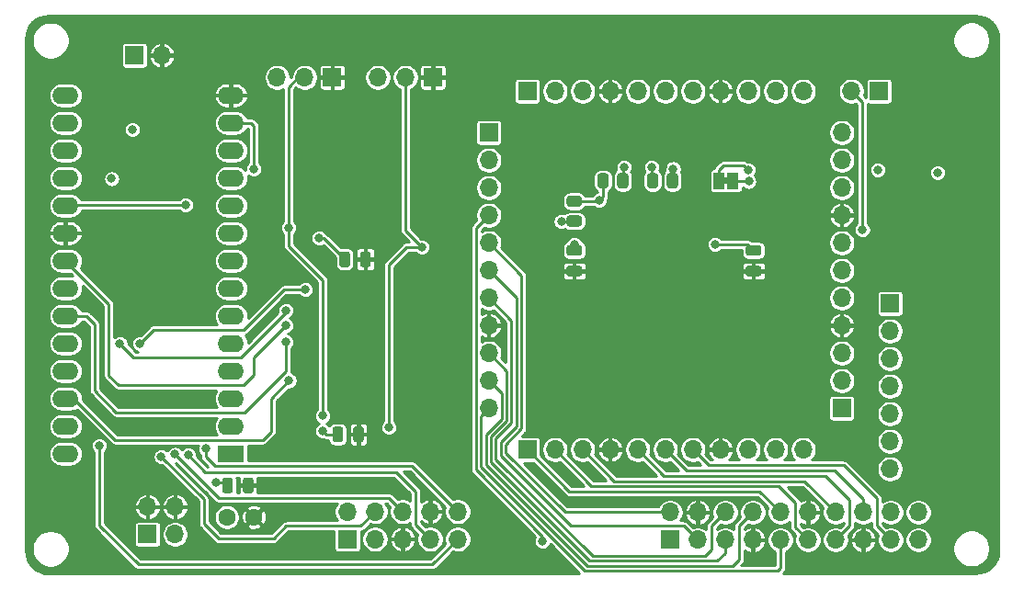
<source format=gbr>
%TF.GenerationSoftware,KiCad,Pcbnew,(5.1.10)-1*%
%TF.CreationDate,2021-06-15T10:47:19-05:00*%
%TF.ProjectId,gd 6502 proto pcb,67642036-3530-4322-9070-726f746f2070,rev?*%
%TF.SameCoordinates,Original*%
%TF.FileFunction,Copper,L4,Bot*%
%TF.FilePolarity,Positive*%
%FSLAX46Y46*%
G04 Gerber Fmt 4.6, Leading zero omitted, Abs format (unit mm)*
G04 Created by KiCad (PCBNEW (5.1.10)-1) date 2021-06-15 10:47:19*
%MOMM*%
%LPD*%
G01*
G04 APERTURE LIST*
%TA.AperFunction,EtchedComponent*%
%ADD10C,0.100000*%
%TD*%
%TA.AperFunction,ComponentPad*%
%ADD11O,1.700000X1.700000*%
%TD*%
%TA.AperFunction,ComponentPad*%
%ADD12R,1.700000X1.700000*%
%TD*%
%TA.AperFunction,ComponentPad*%
%ADD13O,2.400000X1.600000*%
%TD*%
%TA.AperFunction,ComponentPad*%
%ADD14R,2.400000X1.600000*%
%TD*%
%TA.AperFunction,SMDPad,CuDef*%
%ADD15R,1.000000X1.500000*%
%TD*%
%TA.AperFunction,ComponentPad*%
%ADD16C,1.600000*%
%TD*%
%TA.AperFunction,ViaPad*%
%ADD17C,0.800000*%
%TD*%
%TA.AperFunction,Conductor*%
%ADD18C,0.254000*%
%TD*%
%TA.AperFunction,Conductor*%
%ADD19C,0.100000*%
%TD*%
G04 APERTURE END LIST*
D10*
%TO.C,JP1*%
G36*
X198497000Y-77551000D02*
G01*
X197997000Y-77551000D01*
X197997000Y-78151000D01*
X198497000Y-78151000D01*
X198497000Y-77551000D01*
G37*
%TD*%
D11*
%TO.P,J1,4*%
%TO.N,GND*%
X147510500Y-107886500D03*
%TO.P,J1,3*%
%TO.N,+5V*%
X147510500Y-110426500D03*
%TO.P,J1,2*%
%TO.N,GND*%
X144970500Y-107886500D03*
D12*
%TO.P,J1,1*%
%TO.N,+5V*%
X144970500Y-110426500D03*
%TD*%
D11*
%TO.P,J10,7*%
%TO.N,/3A*%
X213360000Y-104394000D03*
%TO.P,J10,6*%
%TO.N,/3B*%
X213360000Y-101854000D03*
%TO.P,J10,5*%
%TO.N,/3Y*%
X213360000Y-99314000D03*
%TO.P,J10,4*%
%TO.N,/4A*%
X213360000Y-96774000D03*
%TO.P,J10,3*%
%TO.N,/4B*%
X213360000Y-94234000D03*
%TO.P,J10,2*%
%TO.N,/4Y*%
X213360000Y-91694000D03*
D12*
%TO.P,J10,1*%
%TO.N,/PH1*%
X213360000Y-89154000D03*
%TD*%
D11*
%TO.P,J2,11*%
%TO.N,/A6*%
X176403000Y-98806000D03*
%TO.P,J2,10*%
%TO.N,/A5*%
X176403000Y-96266000D03*
%TO.P,J2,9*%
%TO.N,/A4*%
X176403000Y-93726000D03*
%TO.P,J2,8*%
%TO.N,GND*%
X176403000Y-91186000D03*
%TO.P,J2,7*%
%TO.N,/A3*%
X176403000Y-88646000D03*
%TO.P,J2,6*%
%TO.N,/A2*%
X176403000Y-86106000D03*
%TO.P,J2,5*%
%TO.N,/A1*%
X176403000Y-83566000D03*
%TO.P,J2,4*%
%TO.N,/A0*%
X176403000Y-81026000D03*
%TO.P,J2,3*%
%TO.N,+5V*%
X176403000Y-78486000D03*
%TO.P,J2,2*%
%TO.N,/~SYNC*%
X176403000Y-75946000D03*
D12*
%TO.P,J2,1*%
%TO.N,/~NMI*%
X176403000Y-73406000D03*
%TD*%
D11*
%TO.P,J11,11*%
%TO.N,/A15*%
X205359000Y-102616000D03*
%TO.P,J11,10*%
%TO.N,/A14*%
X202819000Y-102616000D03*
%TO.P,J11,9*%
%TO.N,/A13*%
X200279000Y-102616000D03*
%TO.P,J11,8*%
%TO.N,GND*%
X197739000Y-102616000D03*
%TO.P,J11,7*%
%TO.N,/A12*%
X195199000Y-102616000D03*
%TO.P,J11,6*%
%TO.N,/A11*%
X192659000Y-102616000D03*
%TO.P,J11,5*%
%TO.N,/A10*%
X190119000Y-102616000D03*
%TO.P,J11,4*%
%TO.N,GND*%
X187579000Y-102616000D03*
%TO.P,J11,3*%
%TO.N,/A9*%
X185039000Y-102616000D03*
%TO.P,J11,2*%
%TO.N,/A8*%
X182499000Y-102616000D03*
D12*
%TO.P,J11,1*%
%TO.N,/A7*%
X179959000Y-102616000D03*
%TD*%
D11*
%TO.P,J4,11*%
%TO.N,/PH0*%
X205359000Y-69596000D03*
%TO.P,J4,10*%
%TO.N,/SOB*%
X202819000Y-69596000D03*
%TO.P,J4,9*%
%TO.N,/PHI2O*%
X200279000Y-69596000D03*
%TO.P,J4,8*%
%TO.N,GND*%
X197739000Y-69596000D03*
%TO.P,J4,7*%
%TO.N,/~RES*%
X195199000Y-69596000D03*
%TO.P,J4,6*%
%TO.N,/VPB*%
X192659000Y-69596000D03*
%TO.P,J4,5*%
%TO.N,/RDY*%
X190119000Y-69596000D03*
%TO.P,J4,4*%
%TO.N,GND*%
X187579000Y-69596000D03*
%TO.P,J4,3*%
%TO.N,/PHI1O*%
X185039000Y-69596000D03*
%TO.P,J4,2*%
%TO.N,/~IRQ*%
X182499000Y-69596000D03*
D12*
%TO.P,J4,1*%
%TO.N,/MLB*%
X179959000Y-69596000D03*
%TD*%
D11*
%TO.P,J3,11*%
%TO.N,/RWB*%
X208915000Y-73406000D03*
%TO.P,J3,10*%
%TO.N,/D0*%
X208915000Y-75946000D03*
%TO.P,J3,9*%
%TO.N,/D1*%
X208915000Y-78486000D03*
%TO.P,J3,8*%
%TO.N,GND*%
X208915000Y-81026000D03*
%TO.P,J3,7*%
%TO.N,/D2*%
X208915000Y-83566000D03*
%TO.P,J3,6*%
%TO.N,/D3*%
X208915000Y-86106000D03*
%TO.P,J3,5*%
%TO.N,/D4*%
X208915000Y-88646000D03*
%TO.P,J3,4*%
%TO.N,GND*%
X208915000Y-91186000D03*
%TO.P,J3,3*%
%TO.N,/D5*%
X208915000Y-93726000D03*
%TO.P,J3,2*%
%TO.N,/D6*%
X208915000Y-96266000D03*
D12*
%TO.P,J3,1*%
%TO.N,/D7*%
X208915000Y-98806000D03*
%TD*%
D11*
%TO.P,J12,2*%
%TO.N,GND*%
X146304000Y-66294000D03*
D12*
%TO.P,J12,1*%
%TO.N,/~RCMEN*%
X143764000Y-66294000D03*
%TD*%
D13*
%TO.P,U1,28*%
%TO.N,+5V*%
X137414000Y-102997000D03*
%TO.P,U1,14*%
%TO.N,GND*%
X152654000Y-69977000D03*
%TO.P,U1,27*%
%TO.N,+5V*%
X137414000Y-100457000D03*
%TO.P,U1,13*%
%TO.N,/D2*%
X152654000Y-72517000D03*
%TO.P,U1,26*%
%TO.N,/BA13*%
X137414000Y-97917000D03*
%TO.P,U1,12*%
%TO.N,/D1*%
X152654000Y-75057000D03*
%TO.P,U1,25*%
%TO.N,/BA8*%
X137414000Y-95377000D03*
%TO.P,U1,11*%
%TO.N,/D0*%
X152654000Y-77597000D03*
%TO.P,U1,24*%
%TO.N,/BA9*%
X137414000Y-92837000D03*
%TO.P,U1,10*%
%TO.N,/BA0*%
X152654000Y-80137000D03*
%TO.P,U1,23*%
%TO.N,/BA11*%
X137414000Y-90297000D03*
%TO.P,U1,9*%
%TO.N,/BA1*%
X152654000Y-82677000D03*
%TO.P,U1,22*%
%TO.N,/~RCMEN*%
X137414000Y-87757000D03*
%TO.P,U1,8*%
%TO.N,/BA2*%
X152654000Y-85217000D03*
%TO.P,U1,21*%
%TO.N,/BA10*%
X137414000Y-85217000D03*
%TO.P,U1,7*%
%TO.N,/BA3*%
X152654000Y-87757000D03*
%TO.P,U1,20*%
%TO.N,GND*%
X137414000Y-82677000D03*
%TO.P,U1,6*%
%TO.N,/BA4*%
X152654000Y-90297000D03*
%TO.P,U1,19*%
%TO.N,/D7*%
X137414000Y-80137000D03*
%TO.P,U1,5*%
%TO.N,/BA5*%
X152654000Y-92837000D03*
%TO.P,U1,18*%
%TO.N,/D6*%
X137414000Y-77597000D03*
%TO.P,U1,4*%
%TO.N,/BA6*%
X152654000Y-95377000D03*
%TO.P,U1,17*%
%TO.N,/D5*%
X137414000Y-75057000D03*
%TO.P,U1,3*%
%TO.N,/BA7*%
X152654000Y-97917000D03*
%TO.P,U1,16*%
%TO.N,/D4*%
X137414000Y-72517000D03*
%TO.P,U1,2*%
%TO.N,/BA12*%
X152654000Y-100457000D03*
%TO.P,U1,15*%
%TO.N,/D3*%
X137414000Y-69977000D03*
D14*
%TO.P,U1,1*%
%TO.N,+5V*%
X152654000Y-102997000D03*
%TD*%
%TO.P,R3,2*%
%TO.N,/~IRQ*%
%TA.AperFunction,SMDPad,CuDef*%
G36*
G01*
X188233000Y-78301001D02*
X188233000Y-77400999D01*
G75*
G02*
X188482999Y-77151000I249999J0D01*
G01*
X189008001Y-77151000D01*
G75*
G02*
X189258000Y-77400999I0J-249999D01*
G01*
X189258000Y-78301001D01*
G75*
G02*
X189008001Y-78551000I-249999J0D01*
G01*
X188482999Y-78551000D01*
G75*
G02*
X188233000Y-78301001I0J249999D01*
G01*
G37*
%TD.AperFunction*%
%TO.P,R3,1*%
%TO.N,+5V*%
%TA.AperFunction,SMDPad,CuDef*%
G36*
G01*
X186408000Y-78301001D02*
X186408000Y-77400999D01*
G75*
G02*
X186657999Y-77151000I249999J0D01*
G01*
X187183001Y-77151000D01*
G75*
G02*
X187433000Y-77400999I0J-249999D01*
G01*
X187433000Y-78301001D01*
G75*
G02*
X187183001Y-78551000I-249999J0D01*
G01*
X186657999Y-78551000D01*
G75*
G02*
X186408000Y-78301001I0J249999D01*
G01*
G37*
%TD.AperFunction*%
%TD*%
%TO.P,R2,2*%
%TO.N,/~NMI*%
%TA.AperFunction,SMDPad,CuDef*%
G36*
G01*
X183826999Y-81045000D02*
X184727001Y-81045000D01*
G75*
G02*
X184977000Y-81294999I0J-249999D01*
G01*
X184977000Y-81820001D01*
G75*
G02*
X184727001Y-82070000I-249999J0D01*
G01*
X183826999Y-82070000D01*
G75*
G02*
X183577000Y-81820001I0J249999D01*
G01*
X183577000Y-81294999D01*
G75*
G02*
X183826999Y-81045000I249999J0D01*
G01*
G37*
%TD.AperFunction*%
%TO.P,R2,1*%
%TO.N,+5V*%
%TA.AperFunction,SMDPad,CuDef*%
G36*
G01*
X183826999Y-79220000D02*
X184727001Y-79220000D01*
G75*
G02*
X184977000Y-79469999I0J-249999D01*
G01*
X184977000Y-79995001D01*
G75*
G02*
X184727001Y-80245000I-249999J0D01*
G01*
X183826999Y-80245000D01*
G75*
G02*
X183577000Y-79995001I0J249999D01*
G01*
X183577000Y-79469999D01*
G75*
G02*
X183826999Y-79220000I249999J0D01*
G01*
G37*
%TD.AperFunction*%
%TD*%
%TO.P,R1,2*%
%TO.N,/RDY*%
%TA.AperFunction,SMDPad,CuDef*%
G36*
G01*
X192005000Y-77400999D02*
X192005000Y-78301001D01*
G75*
G02*
X191755001Y-78551000I-249999J0D01*
G01*
X191229999Y-78551000D01*
G75*
G02*
X190980000Y-78301001I0J249999D01*
G01*
X190980000Y-77400999D01*
G75*
G02*
X191229999Y-77151000I249999J0D01*
G01*
X191755001Y-77151000D01*
G75*
G02*
X192005000Y-77400999I0J-249999D01*
G01*
G37*
%TD.AperFunction*%
%TO.P,R1,1*%
%TO.N,+5V*%
%TA.AperFunction,SMDPad,CuDef*%
G36*
G01*
X193830000Y-77400999D02*
X193830000Y-78301001D01*
G75*
G02*
X193580001Y-78551000I-249999J0D01*
G01*
X193054999Y-78551000D01*
G75*
G02*
X192805000Y-78301001I0J249999D01*
G01*
X192805000Y-77400999D01*
G75*
G02*
X193054999Y-77151000I249999J0D01*
G01*
X193580001Y-77151000D01*
G75*
G02*
X193830000Y-77400999I0J-249999D01*
G01*
G37*
%TD.AperFunction*%
%TD*%
D15*
%TO.P,JP1,2*%
%TO.N,Net-(JP1-Pad2)*%
X197597000Y-77851000D03*
%TO.P,JP1,1*%
%TO.N,+5V*%
X198897000Y-77851000D03*
%TD*%
D11*
%TO.P,J9,2*%
%TO.N,/PH0_ALT*%
X209804000Y-69596000D03*
D12*
%TO.P,J9,1*%
%TO.N,/DMA*%
X212344000Y-69596000D03*
%TD*%
D11*
%TO.P,J8,3*%
%TO.N,+5V*%
X156908500Y-68326000D03*
%TO.P,J8,2*%
%TO.N,/ROMG*%
X159448500Y-68326000D03*
D12*
%TO.P,J8,1*%
%TO.N,GND*%
X161988500Y-68326000D03*
%TD*%
D11*
%TO.P,J7,3*%
%TO.N,+5V*%
X166179500Y-68326000D03*
%TO.P,J7,2*%
%TO.N,/ROMDIR*%
X168719500Y-68326000D03*
D12*
%TO.P,J7,1*%
%TO.N,GND*%
X171259500Y-68326000D03*
%TD*%
D11*
%TO.P,J6,10*%
%TO.N,/D7*%
X173545500Y-108331000D03*
%TO.P,J6,9*%
%TO.N,/D6*%
X173545500Y-110871000D03*
%TO.P,J6,8*%
%TO.N,GND*%
X171005500Y-108331000D03*
%TO.P,J6,7*%
%TO.N,/D4*%
X171005500Y-110871000D03*
%TO.P,J6,6*%
%TO.N,/D5*%
X168465500Y-108331000D03*
%TO.P,J6,5*%
%TO.N,GND*%
X168465500Y-110871000D03*
%TO.P,J6,4*%
%TO.N,/D3*%
X165925500Y-108331000D03*
%TO.P,J6,3*%
%TO.N,/D2*%
X165925500Y-110871000D03*
%TO.P,J6,2*%
%TO.N,/D1*%
X163385500Y-108331000D03*
D12*
%TO.P,J6,1*%
%TO.N,/D0*%
X163385500Y-110871000D03*
%TD*%
D11*
%TO.P,J5,20*%
%TO.N,/A15*%
X215963500Y-108394500D03*
%TO.P,J5,19*%
%TO.N,/A14*%
X215963500Y-110934500D03*
%TO.P,J5,18*%
%TO.N,/A13*%
X213423500Y-108394500D03*
%TO.P,J5,17*%
%TO.N,/A12*%
X213423500Y-110934500D03*
%TO.P,J5,16*%
%TO.N,/A11*%
X210883500Y-108394500D03*
%TO.P,J5,15*%
%TO.N,GND*%
X210883500Y-110934500D03*
%TO.P,J5,14*%
%TO.N,/A9*%
X208343500Y-108394500D03*
%TO.P,J5,13*%
%TO.N,/A10*%
X208343500Y-110934500D03*
%TO.P,J5,12*%
%TO.N,GND*%
X205803500Y-108394500D03*
%TO.P,J5,11*%
%TO.N,/A8*%
X205803500Y-110934500D03*
%TO.P,J5,10*%
%TO.N,/A7*%
X203263500Y-108394500D03*
%TO.P,J5,9*%
%TO.N,/A6*%
X203263500Y-110934500D03*
%TO.P,J5,8*%
%TO.N,/A5*%
X200723500Y-108394500D03*
%TO.P,J5,7*%
%TO.N,GND*%
X200723500Y-110934500D03*
%TO.P,J5,6*%
%TO.N,/A3*%
X198183500Y-108394500D03*
%TO.P,J5,5*%
%TO.N,/A4*%
X198183500Y-110934500D03*
%TO.P,J5,4*%
%TO.N,GND*%
X195643500Y-108394500D03*
%TO.P,J5,3*%
%TO.N,/A2*%
X195643500Y-110934500D03*
%TO.P,J5,2*%
%TO.N,/A1*%
X193103500Y-108394500D03*
D12*
%TO.P,J5,1*%
%TO.N,/A0*%
X193103500Y-110934500D03*
%TD*%
%TO.P,C6,2*%
%TO.N,GND*%
%TA.AperFunction,SMDPad,CuDef*%
G36*
G01*
X183802000Y-85667000D02*
X184752000Y-85667000D01*
G75*
G02*
X185002000Y-85917000I0J-250000D01*
G01*
X185002000Y-86417000D01*
G75*
G02*
X184752000Y-86667000I-250000J0D01*
G01*
X183802000Y-86667000D01*
G75*
G02*
X183552000Y-86417000I0J250000D01*
G01*
X183552000Y-85917000D01*
G75*
G02*
X183802000Y-85667000I250000J0D01*
G01*
G37*
%TD.AperFunction*%
%TO.P,C6,1*%
%TO.N,+5V*%
%TA.AperFunction,SMDPad,CuDef*%
G36*
G01*
X183802000Y-83767000D02*
X184752000Y-83767000D01*
G75*
G02*
X185002000Y-84017000I0J-250000D01*
G01*
X185002000Y-84517000D01*
G75*
G02*
X184752000Y-84767000I-250000J0D01*
G01*
X183802000Y-84767000D01*
G75*
G02*
X183552000Y-84517000I0J250000D01*
G01*
X183552000Y-84017000D01*
G75*
G02*
X183802000Y-83767000I250000J0D01*
G01*
G37*
%TD.AperFunction*%
%TD*%
%TO.P,C5,2*%
%TO.N,GND*%
%TA.AperFunction,SMDPad,CuDef*%
G36*
G01*
X153739000Y-106393000D02*
X153739000Y-105443000D01*
G75*
G02*
X153989000Y-105193000I250000J0D01*
G01*
X154489000Y-105193000D01*
G75*
G02*
X154739000Y-105443000I0J-250000D01*
G01*
X154739000Y-106393000D01*
G75*
G02*
X154489000Y-106643000I-250000J0D01*
G01*
X153989000Y-106643000D01*
G75*
G02*
X153739000Y-106393000I0J250000D01*
G01*
G37*
%TD.AperFunction*%
%TO.P,C5,1*%
%TO.N,+5V*%
%TA.AperFunction,SMDPad,CuDef*%
G36*
G01*
X151839000Y-106393000D02*
X151839000Y-105443000D01*
G75*
G02*
X152089000Y-105193000I250000J0D01*
G01*
X152589000Y-105193000D01*
G75*
G02*
X152839000Y-105443000I0J-250000D01*
G01*
X152839000Y-106393000D01*
G75*
G02*
X152589000Y-106643000I-250000J0D01*
G01*
X152089000Y-106643000D01*
G75*
G02*
X151839000Y-106393000I0J250000D01*
G01*
G37*
%TD.AperFunction*%
%TD*%
%TO.P,C4,2*%
%TO.N,GND*%
%TA.AperFunction,SMDPad,CuDef*%
G36*
G01*
X164534000Y-85565000D02*
X164534000Y-84615000D01*
G75*
G02*
X164784000Y-84365000I250000J0D01*
G01*
X165284000Y-84365000D01*
G75*
G02*
X165534000Y-84615000I0J-250000D01*
G01*
X165534000Y-85565000D01*
G75*
G02*
X165284000Y-85815000I-250000J0D01*
G01*
X164784000Y-85815000D01*
G75*
G02*
X164534000Y-85565000I0J250000D01*
G01*
G37*
%TD.AperFunction*%
%TO.P,C4,1*%
%TO.N,+5V*%
%TA.AperFunction,SMDPad,CuDef*%
G36*
G01*
X162634000Y-85565000D02*
X162634000Y-84615000D01*
G75*
G02*
X162884000Y-84365000I250000J0D01*
G01*
X163384000Y-84365000D01*
G75*
G02*
X163634000Y-84615000I0J-250000D01*
G01*
X163634000Y-85565000D01*
G75*
G02*
X163384000Y-85815000I-250000J0D01*
G01*
X162884000Y-85815000D01*
G75*
G02*
X162634000Y-85565000I0J250000D01*
G01*
G37*
%TD.AperFunction*%
%TD*%
%TO.P,C3,2*%
%TO.N,GND*%
%TA.AperFunction,SMDPad,CuDef*%
G36*
G01*
X200312000Y-85667000D02*
X201262000Y-85667000D01*
G75*
G02*
X201512000Y-85917000I0J-250000D01*
G01*
X201512000Y-86417000D01*
G75*
G02*
X201262000Y-86667000I-250000J0D01*
G01*
X200312000Y-86667000D01*
G75*
G02*
X200062000Y-86417000I0J250000D01*
G01*
X200062000Y-85917000D01*
G75*
G02*
X200312000Y-85667000I250000J0D01*
G01*
G37*
%TD.AperFunction*%
%TO.P,C3,1*%
%TO.N,+5V*%
%TA.AperFunction,SMDPad,CuDef*%
G36*
G01*
X200312000Y-83767000D02*
X201262000Y-83767000D01*
G75*
G02*
X201512000Y-84017000I0J-250000D01*
G01*
X201512000Y-84517000D01*
G75*
G02*
X201262000Y-84767000I-250000J0D01*
G01*
X200312000Y-84767000D01*
G75*
G02*
X200062000Y-84517000I0J250000D01*
G01*
X200062000Y-84017000D01*
G75*
G02*
X200312000Y-83767000I250000J0D01*
G01*
G37*
%TD.AperFunction*%
%TD*%
D16*
%TO.P,C2,2*%
%TO.N,GND*%
X154773000Y-108839000D03*
%TO.P,C2,1*%
%TO.N,+5V*%
X152273000Y-108839000D03*
%TD*%
%TO.P,C1,2*%
%TO.N,GND*%
%TA.AperFunction,SMDPad,CuDef*%
G36*
G01*
X163899000Y-101694000D02*
X163899000Y-100744000D01*
G75*
G02*
X164149000Y-100494000I250000J0D01*
G01*
X164649000Y-100494000D01*
G75*
G02*
X164899000Y-100744000I0J-250000D01*
G01*
X164899000Y-101694000D01*
G75*
G02*
X164649000Y-101944000I-250000J0D01*
G01*
X164149000Y-101944000D01*
G75*
G02*
X163899000Y-101694000I0J250000D01*
G01*
G37*
%TD.AperFunction*%
%TO.P,C1,1*%
%TO.N,+5V*%
%TA.AperFunction,SMDPad,CuDef*%
G36*
G01*
X161999000Y-101694000D02*
X161999000Y-100744000D01*
G75*
G02*
X162249000Y-100494000I250000J0D01*
G01*
X162749000Y-100494000D01*
G75*
G02*
X162999000Y-100744000I0J-250000D01*
G01*
X162999000Y-101694000D01*
G75*
G02*
X162749000Y-101944000I-250000J0D01*
G01*
X162249000Y-101944000D01*
G75*
G02*
X161999000Y-101694000I0J250000D01*
G01*
G37*
%TD.AperFunction*%
%TD*%
D17*
%TO.N,GND*%
X192913000Y-93599000D03*
X192659000Y-81661000D03*
X202565000Y-85471000D03*
X181991000Y-85979000D03*
X215773000Y-76771500D03*
X212598000Y-86804500D03*
X155892500Y-105791000D03*
X165671500Y-101155500D03*
X166179500Y-85090000D03*
X170688000Y-71628000D03*
%TO.N,+5V*%
X184277000Y-83693000D03*
X186563000Y-79629000D03*
X193389210Y-76743694D03*
X197231000Y-83693000D03*
X200352709Y-77908964D03*
X217741500Y-77089000D03*
X212217000Y-76835000D03*
X151320500Y-105664000D03*
X161099500Y-100901500D03*
X160782000Y-83121500D03*
%TO.N,/A0*%
X181356000Y-111061500D03*
%TO.N,/D7*%
X150368000Y-102552500D03*
X148463000Y-80073500D03*
%TO.N,/D6*%
X140525500Y-102235000D03*
X141668500Y-77660500D03*
%TO.N,/D5*%
X147510500Y-103060500D03*
%TO.N,/D4*%
X148717000Y-103124000D03*
%TO.N,/D3*%
X146240500Y-103251000D03*
X143582846Y-73144673D03*
%TO.N,/D2*%
X154749500Y-76771500D03*
%TO.N,/~IRQ*%
X188849000Y-76581002D03*
%TO.N,/~NMI*%
X184277000Y-81557500D03*
X183078837Y-81589163D03*
%TO.N,/RDY*%
X191389000Y-76581000D03*
%TO.N,/ROMDIR*%
X170243500Y-83947000D03*
X167195500Y-100584000D03*
%TO.N,/ROMG*%
X157988000Y-82169000D03*
X161099500Y-99504500D03*
%TO.N,/PH0_ALT*%
X210825411Y-82359500D03*
%TO.N,Net-(JP1-Pad2)*%
X200279000Y-76835000D03*
%TO.N,/BA9*%
X157734000Y-89789000D03*
X142430500Y-92837000D03*
%TO.N,/BA8*%
X159512000Y-87884000D03*
X144272000Y-92837000D03*
%TO.N,/BA10*%
X157734000Y-91186000D03*
%TO.N,/BA11*%
X157734000Y-92710000D03*
%TO.N,/BA13*%
X157996337Y-96274337D03*
%TD*%
D18*
%TO.N,GND*%
X200787000Y-86167000D02*
X201869000Y-86167000D01*
X201869000Y-86167000D02*
X202565000Y-85471000D01*
X182179000Y-86167000D02*
X181991000Y-85979000D01*
X184277000Y-86167000D02*
X182179000Y-86167000D01*
X155765500Y-105918000D02*
X155892500Y-105791000D01*
X154239000Y-105918000D02*
X155765500Y-105918000D01*
X165608000Y-101219000D02*
X165671500Y-101155500D01*
X164399000Y-101219000D02*
X165608000Y-101219000D01*
X165034000Y-85090000D02*
X166179500Y-85090000D01*
%TO.N,+5V*%
X184277000Y-83693000D02*
X184277000Y-84267000D01*
X186459500Y-79732500D02*
X186563000Y-79629000D01*
X184277000Y-79732500D02*
X186459500Y-79732500D01*
X186920500Y-79271500D02*
X186563000Y-79629000D01*
X186920500Y-77851000D02*
X186920500Y-79271500D01*
X193317500Y-77851000D02*
X193317500Y-76815404D01*
X193317500Y-76815404D02*
X193389210Y-76743694D01*
X200213000Y-83693000D02*
X200787000Y-84267000D01*
X197231000Y-83693000D02*
X200213000Y-83693000D01*
X200294745Y-77851000D02*
X200352709Y-77908964D01*
X198897000Y-77851000D02*
X200294745Y-77851000D01*
X152085000Y-105664000D02*
X152339000Y-105918000D01*
X151320500Y-105664000D02*
X152085000Y-105664000D01*
X161417000Y-101219000D02*
X161099500Y-100901500D01*
X162499000Y-101219000D02*
X161417000Y-101219000D01*
X161165500Y-83121500D02*
X160782000Y-83121500D01*
X163134000Y-85090000D02*
X161165500Y-83121500D01*
%TO.N,/A12*%
X212153500Y-109664500D02*
X213423500Y-110934500D01*
X212153500Y-107124500D02*
X212153500Y-109664500D01*
X209105500Y-104076500D02*
X212153500Y-107124500D01*
X196659500Y-104076500D02*
X209105500Y-104076500D01*
X195199000Y-102616000D02*
X196659500Y-104076500D01*
%TO.N,/A11*%
X208262870Y-104571789D02*
X210883500Y-107192419D01*
X192659000Y-102616000D02*
X194614789Y-104571789D01*
X194614789Y-104571789D02*
X208262870Y-104571789D01*
X210883500Y-107192419D02*
X210883500Y-108394500D01*
%TO.N,/A10*%
X209613500Y-109664500D02*
X208343500Y-110934500D01*
X209613500Y-107251500D02*
X209613500Y-109664500D01*
X207391000Y-105029000D02*
X209613500Y-107251500D01*
X192532000Y-105029000D02*
X207391000Y-105029000D01*
X190119000Y-102616000D02*
X192532000Y-105029000D01*
%TO.N,/A9*%
X205473289Y-105524289D02*
X208343500Y-108394500D01*
X185039000Y-102616000D02*
X187947289Y-105524289D01*
X187947289Y-105524289D02*
X205473289Y-105524289D01*
%TO.N,/A8*%
X204623299Y-107468299D02*
X204623299Y-109754299D01*
X203136500Y-105981500D02*
X204623299Y-107468299D01*
X185864500Y-105981500D02*
X203136500Y-105981500D01*
X182499000Y-102616000D02*
X185864500Y-105981500D01*
X204623299Y-109754299D02*
X205803500Y-110934500D01*
%TO.N,/A7*%
X201358500Y-106489500D02*
X203263500Y-108394500D01*
X183832500Y-106489500D02*
X201358500Y-106489500D01*
X179959000Y-102616000D02*
X183832500Y-106489500D01*
%TO.N,/A6*%
X203263500Y-113538000D02*
X203263500Y-110934500D01*
X176403000Y-98806000D02*
X175680010Y-99528990D01*
X175680010Y-104242510D02*
X185229500Y-113792000D01*
X185229500Y-113792000D02*
X203009500Y-113792000D01*
X175680010Y-99528990D02*
X175680010Y-104242510D01*
X203009500Y-113792000D02*
X203263500Y-113538000D01*
%TO.N,/A5*%
X199453500Y-109664500D02*
X200723500Y-108394500D01*
X198894711Y-113334789D02*
X199453500Y-112776000D01*
X199453500Y-112776000D02*
X199453500Y-109664500D01*
X185459196Y-113334789D02*
X198894711Y-113334789D01*
X176137221Y-104012814D02*
X185459196Y-113334789D01*
X176137221Y-101207593D02*
X176137221Y-104012814D01*
X177583201Y-99761614D02*
X176137221Y-101207593D01*
X177583201Y-97446201D02*
X177583201Y-99761614D01*
X176403000Y-96266000D02*
X177583201Y-97446201D01*
%TO.N,/A4*%
X176403000Y-93726000D02*
X178040412Y-95363412D01*
X185648578Y-112877578D02*
X197442503Y-112877578D01*
X176594432Y-103823432D02*
X185648578Y-112877578D01*
X197442503Y-112877578D02*
X198183500Y-112136581D01*
X178040412Y-95363412D02*
X178040411Y-99950997D01*
X198183500Y-112136581D02*
X198183500Y-110934500D01*
X178040411Y-99950997D02*
X176594432Y-101396975D01*
X176594432Y-101396975D02*
X176594432Y-103823432D01*
%TO.N,/A3*%
X196913500Y-109664500D02*
X198183500Y-108394500D01*
X196913500Y-111823500D02*
X196913500Y-109664500D01*
X185953367Y-112420367D02*
X196316633Y-112420367D01*
X177051643Y-103518643D02*
X185953367Y-112420367D01*
X177051643Y-101586357D02*
X177051643Y-103518643D01*
X178497623Y-100140377D02*
X177051643Y-101586357D01*
X178497623Y-90740623D02*
X178497623Y-100140377D01*
X196316633Y-112420367D02*
X196913500Y-111823500D01*
X176403000Y-88646000D02*
X178497623Y-90740623D01*
%TO.N,/A2*%
X178954834Y-100445166D02*
X178954834Y-88657834D01*
X178954834Y-88657834D02*
X176403000Y-86106000D01*
X177508854Y-101891146D02*
X178954834Y-100445166D01*
X177508854Y-103213854D02*
X177508854Y-101891146D01*
X183959500Y-109664500D02*
X177508854Y-103213854D01*
X194373500Y-109664500D02*
X183959500Y-109664500D01*
X195643500Y-110934500D02*
X194373500Y-109664500D01*
%TO.N,/A1*%
X183443138Y-108394500D02*
X193103500Y-108394500D01*
X177966065Y-102917427D02*
X183443138Y-108394500D01*
X177966065Y-102132435D02*
X177966065Y-102917427D01*
X179412045Y-100686455D02*
X177966065Y-102132435D01*
X179412045Y-86575045D02*
X179412045Y-100686455D01*
X176403000Y-83566000D02*
X179412045Y-86575045D01*
%TO.N,/A0*%
X181356000Y-110617000D02*
X181356000Y-111061500D01*
X175222799Y-104483799D02*
X181356000Y-110617000D01*
X175222799Y-82206201D02*
X175222799Y-104483799D01*
X176403000Y-81026000D02*
X175222799Y-82206201D01*
%TO.N,/D7*%
X137477500Y-80073500D02*
X137414000Y-80137000D01*
X148463000Y-80073500D02*
X137477500Y-80073500D01*
X151189839Y-104127201D02*
X169341701Y-104127201D01*
X150368000Y-102552500D02*
X150368000Y-103305362D01*
X150368000Y-103305362D02*
X151189839Y-104127201D01*
X169341701Y-104127201D02*
X173545500Y-108331000D01*
%TO.N,/D6*%
X173545500Y-110871000D02*
X171196000Y-113220500D01*
X171196000Y-113220500D02*
X144145000Y-113220500D01*
X140525500Y-109601000D02*
X140525500Y-102235000D01*
X144145000Y-113220500D02*
X140525500Y-109601000D01*
%TO.N,/D5*%
X151511000Y-107061000D02*
X147510500Y-103060500D01*
X167195500Y-107061000D02*
X151511000Y-107061000D01*
X168465500Y-108331000D02*
X167195500Y-107061000D01*
%TO.N,/D4*%
X167863497Y-104679799D02*
X150272799Y-104679799D01*
X169645701Y-109511201D02*
X169645701Y-106462003D01*
X169645701Y-106462003D02*
X167863497Y-104679799D01*
X150272799Y-104679799D02*
X148717000Y-103124000D01*
X171005500Y-110871000D02*
X169645701Y-109511201D01*
%TO.N,/D3*%
X164592000Y-109664500D02*
X165925500Y-108331000D01*
X156601902Y-110807500D02*
X157744902Y-109664500D01*
X151511000Y-110807500D02*
X156601902Y-110807500D01*
X150140299Y-109436799D02*
X151511000Y-110807500D01*
X150140299Y-107150799D02*
X150140299Y-109436799D01*
X157744902Y-109664500D02*
X164592000Y-109664500D01*
X146240500Y-103251000D02*
X150140299Y-107150799D01*
%TO.N,/D2*%
X152654000Y-72517000D02*
X154495500Y-72517000D01*
X154749500Y-72771000D02*
X154749500Y-76771500D01*
X154495500Y-72517000D02*
X154749500Y-72771000D01*
%TO.N,/~IRQ*%
X188745500Y-76684502D02*
X188849000Y-76581002D01*
X188745500Y-77851000D02*
X188745500Y-76684502D01*
%TO.N,/~NMI*%
X183110500Y-81557500D02*
X183078837Y-81589163D01*
X184277000Y-81557500D02*
X183110500Y-81557500D01*
%TO.N,/RDY*%
X191389000Y-77747500D02*
X191492500Y-77851000D01*
X191389000Y-76581000D02*
X191389000Y-77747500D01*
%TO.N,/ROMDIR*%
X170243500Y-83947000D02*
X168846500Y-83947000D01*
X167195500Y-85598000D02*
X167195500Y-100584000D01*
X168846500Y-83947000D02*
X167195500Y-85598000D01*
X168719500Y-82423000D02*
X168846500Y-82550000D01*
X168719500Y-68326000D02*
X168719500Y-82423000D01*
X170243500Y-83947000D02*
X168846500Y-82550000D01*
%TO.N,/ROMG*%
X157988000Y-69215000D02*
X159448500Y-67754500D01*
X157988000Y-82169000D02*
X157988000Y-69215000D01*
X157988000Y-82169000D02*
X157988000Y-83883500D01*
X157988000Y-83883500D02*
X161099500Y-86995000D01*
X161099500Y-86995000D02*
X161099500Y-99504500D01*
%TO.N,/PH0_ALT*%
X209804000Y-69596000D02*
X210825411Y-70617411D01*
X210825411Y-70617411D02*
X210825411Y-82359500D01*
%TO.N,Net-(JP1-Pad2)*%
X199879001Y-76435001D02*
X200279000Y-76835000D01*
X198008999Y-76435001D02*
X199879001Y-76435001D01*
X197597000Y-76847000D02*
X198008999Y-76435001D01*
X197597000Y-77851000D02*
X197597000Y-76847000D01*
%TO.N,/BA9*%
X143700500Y-94107000D02*
X142430500Y-92837000D01*
X153606500Y-94107000D02*
X143700500Y-94107000D01*
X157734000Y-89979500D02*
X153606500Y-94107000D01*
X157734000Y-89789000D02*
X157734000Y-89979500D01*
%TO.N,/BA8*%
X145542000Y-91567000D02*
X144272000Y-92837000D01*
X153860500Y-91567000D02*
X145542000Y-91567000D01*
X157543500Y-87884000D02*
X153860500Y-91567000D01*
X159512000Y-87884000D02*
X157543500Y-87884000D01*
%TO.N,/BA10*%
X141414500Y-89217500D02*
X137414000Y-85217000D01*
X141414500Y-95821500D02*
X141414500Y-89217500D01*
X154749500Y-95758000D02*
X153797000Y-96710500D01*
X142303500Y-96710500D02*
X141414500Y-95821500D01*
X153797000Y-96710500D02*
X142303500Y-96710500D01*
X154749500Y-94170500D02*
X154749500Y-95758000D01*
X157734000Y-91186000D02*
X154749500Y-94170500D01*
%TO.N,/BA11*%
X140081000Y-91059000D02*
X139319000Y-90297000D01*
X140081000Y-97180580D02*
X140081000Y-91059000D01*
X142087420Y-99187000D02*
X140081000Y-97180580D01*
X139319000Y-90297000D02*
X137414000Y-90297000D01*
X153924000Y-99187000D02*
X142087420Y-99187000D01*
X157734000Y-95377000D02*
X153924000Y-99187000D01*
X157734000Y-92710000D02*
X157734000Y-95377000D01*
%TO.N,/BA13*%
X156337000Y-97933674D02*
X157996337Y-96274337D01*
X156337000Y-100965000D02*
X156337000Y-97933674D01*
X155575000Y-101727000D02*
X156337000Y-100965000D01*
X141986000Y-101727000D02*
X155575000Y-101727000D01*
X138176000Y-97917000D02*
X141986000Y-101727000D01*
X137414000Y-97917000D02*
X138176000Y-97917000D01*
%TD*%
%TO.N,GND*%
X221648115Y-62678551D02*
X222046462Y-62798819D01*
X222413864Y-62994170D01*
X222736317Y-63257157D01*
X223001553Y-63577773D01*
X223199460Y-63943795D01*
X223322506Y-64341291D01*
X223368000Y-64774137D01*
X223368001Y-111867136D01*
X223325449Y-112301115D01*
X223205181Y-112699464D01*
X223009831Y-113066862D01*
X222746845Y-113389315D01*
X222426226Y-113654554D01*
X222060204Y-113852461D01*
X221662708Y-113975506D01*
X221229843Y-114021002D01*
X203493639Y-114026281D01*
X203605065Y-113914855D01*
X203624448Y-113898948D01*
X203687929Y-113821595D01*
X203703748Y-113792000D01*
X203735100Y-113733345D01*
X203735101Y-113733342D01*
X203764149Y-113637585D01*
X203771500Y-113562947D01*
X203771500Y-113562945D01*
X203773957Y-113538001D01*
X203771500Y-113513057D01*
X203771500Y-112056504D01*
X203846597Y-112025398D01*
X204048217Y-111890680D01*
X204219680Y-111719217D01*
X204354398Y-111517597D01*
X204447193Y-111293569D01*
X204494500Y-111055743D01*
X204494500Y-110813257D01*
X204447193Y-110575431D01*
X204354398Y-110351403D01*
X204219680Y-110149783D01*
X204048217Y-109978320D01*
X203846597Y-109843602D01*
X203622569Y-109750807D01*
X203384743Y-109703500D01*
X203142257Y-109703500D01*
X202904431Y-109750807D01*
X202680403Y-109843602D01*
X202478783Y-109978320D01*
X202307320Y-110149783D01*
X202172602Y-110351403D01*
X202079807Y-110575431D01*
X202032500Y-110813257D01*
X202032500Y-111055743D01*
X202079807Y-111293569D01*
X202172602Y-111517597D01*
X202307320Y-111719217D01*
X202478783Y-111890680D01*
X202680403Y-112025398D01*
X202755501Y-112056504D01*
X202755500Y-113284000D01*
X199663921Y-113284000D01*
X199795070Y-113152851D01*
X199814448Y-113136948D01*
X199841031Y-113104556D01*
X199877929Y-113059596D01*
X199921990Y-112977163D01*
X199925101Y-112971343D01*
X199954149Y-112875585D01*
X199961500Y-112800947D01*
X199961500Y-112800944D01*
X199963957Y-112776000D01*
X199961500Y-112751056D01*
X199961500Y-111893762D01*
X200052271Y-111966401D01*
X200266482Y-112077524D01*
X200468467Y-112138792D01*
X200660000Y-112068473D01*
X200660000Y-110998000D01*
X200787000Y-110998000D01*
X200787000Y-112068473D01*
X200978533Y-112138792D01*
X201180518Y-112077524D01*
X201394729Y-111966401D01*
X201583145Y-111815623D01*
X201738526Y-111630984D01*
X201854900Y-111419579D01*
X201927795Y-111189533D01*
X201857614Y-110998000D01*
X200787000Y-110998000D01*
X200660000Y-110998000D01*
X200640000Y-110998000D01*
X200640000Y-110871000D01*
X200660000Y-110871000D01*
X200660000Y-109800527D01*
X200787000Y-109800527D01*
X200787000Y-110871000D01*
X201857614Y-110871000D01*
X201927795Y-110679467D01*
X201854900Y-110449421D01*
X201738526Y-110238016D01*
X201583145Y-110053377D01*
X201394729Y-109902599D01*
X201180518Y-109791476D01*
X200978533Y-109730208D01*
X200787000Y-109800527D01*
X200660000Y-109800527D01*
X200468467Y-109730208D01*
X200266482Y-109791476D01*
X200052271Y-109902599D01*
X199961500Y-109975238D01*
X199961500Y-109874920D01*
X200289334Y-109547087D01*
X200364431Y-109578193D01*
X200602257Y-109625500D01*
X200844743Y-109625500D01*
X201082569Y-109578193D01*
X201306597Y-109485398D01*
X201508217Y-109350680D01*
X201679680Y-109179217D01*
X201814398Y-108977597D01*
X201907193Y-108753569D01*
X201954500Y-108515743D01*
X201954500Y-108273257D01*
X201907193Y-108035431D01*
X201814398Y-107811403D01*
X201679680Y-107609783D01*
X201508217Y-107438320D01*
X201306597Y-107303602D01*
X201082569Y-107210807D01*
X200844743Y-107163500D01*
X200602257Y-107163500D01*
X200364431Y-107210807D01*
X200140403Y-107303602D01*
X199938783Y-107438320D01*
X199767320Y-107609783D01*
X199632602Y-107811403D01*
X199539807Y-108035431D01*
X199492500Y-108273257D01*
X199492500Y-108515743D01*
X199539807Y-108753569D01*
X199570913Y-108828666D01*
X199111930Y-109287650D01*
X199092553Y-109303552D01*
X199076651Y-109322929D01*
X199076650Y-109322930D01*
X199029071Y-109380905D01*
X198985861Y-109461746D01*
X198981900Y-109469157D01*
X198953737Y-109562000D01*
X198952852Y-109564916D01*
X198943043Y-109664500D01*
X198945501Y-109689454D01*
X198945501Y-109963142D01*
X198766597Y-109843602D01*
X198542569Y-109750807D01*
X198304743Y-109703500D01*
X198062257Y-109703500D01*
X197824431Y-109750807D01*
X197600403Y-109843602D01*
X197421500Y-109963141D01*
X197421500Y-109874920D01*
X197749334Y-109547087D01*
X197824431Y-109578193D01*
X198062257Y-109625500D01*
X198304743Y-109625500D01*
X198542569Y-109578193D01*
X198766597Y-109485398D01*
X198968217Y-109350680D01*
X199139680Y-109179217D01*
X199274398Y-108977597D01*
X199367193Y-108753569D01*
X199414500Y-108515743D01*
X199414500Y-108273257D01*
X199367193Y-108035431D01*
X199274398Y-107811403D01*
X199139680Y-107609783D01*
X198968217Y-107438320D01*
X198766597Y-107303602D01*
X198542569Y-107210807D01*
X198304743Y-107163500D01*
X198062257Y-107163500D01*
X197824431Y-107210807D01*
X197600403Y-107303602D01*
X197398783Y-107438320D01*
X197227320Y-107609783D01*
X197092602Y-107811403D01*
X196999807Y-108035431D01*
X196952500Y-108273257D01*
X196952500Y-108515743D01*
X196999807Y-108753569D01*
X197030913Y-108828666D01*
X196571930Y-109287650D01*
X196552553Y-109303552D01*
X196536651Y-109322929D01*
X196536650Y-109322930D01*
X196489071Y-109380905D01*
X196445861Y-109461746D01*
X196441900Y-109469157D01*
X196413737Y-109562000D01*
X196412852Y-109564916D01*
X196403043Y-109664500D01*
X196405501Y-109689454D01*
X196405501Y-109963142D01*
X196226597Y-109843602D01*
X196002569Y-109750807D01*
X195764743Y-109703500D01*
X195522257Y-109703500D01*
X195284431Y-109750807D01*
X195209334Y-109781913D01*
X194750355Y-109322935D01*
X194734448Y-109303552D01*
X194657095Y-109240071D01*
X194568843Y-109192899D01*
X194473085Y-109163851D01*
X194398447Y-109156500D01*
X194398444Y-109156500D01*
X194373500Y-109154043D01*
X194348556Y-109156500D01*
X194074859Y-109156500D01*
X194194398Y-108977597D01*
X194287193Y-108753569D01*
X194307887Y-108649533D01*
X194439205Y-108649533D01*
X194512100Y-108879579D01*
X194628474Y-109090984D01*
X194783855Y-109275623D01*
X194972271Y-109426401D01*
X195186482Y-109537524D01*
X195388467Y-109598792D01*
X195580000Y-109528473D01*
X195580000Y-108458000D01*
X195707000Y-108458000D01*
X195707000Y-109528473D01*
X195898533Y-109598792D01*
X196100518Y-109537524D01*
X196314729Y-109426401D01*
X196503145Y-109275623D01*
X196658526Y-109090984D01*
X196774900Y-108879579D01*
X196847795Y-108649533D01*
X196777614Y-108458000D01*
X195707000Y-108458000D01*
X195580000Y-108458000D01*
X194509386Y-108458000D01*
X194439205Y-108649533D01*
X194307887Y-108649533D01*
X194334500Y-108515743D01*
X194334500Y-108273257D01*
X194307888Y-108139467D01*
X194439205Y-108139467D01*
X194509386Y-108331000D01*
X195580000Y-108331000D01*
X195580000Y-107260527D01*
X195707000Y-107260527D01*
X195707000Y-108331000D01*
X196777614Y-108331000D01*
X196847795Y-108139467D01*
X196774900Y-107909421D01*
X196658526Y-107698016D01*
X196503145Y-107513377D01*
X196314729Y-107362599D01*
X196100518Y-107251476D01*
X195898533Y-107190208D01*
X195707000Y-107260527D01*
X195580000Y-107260527D01*
X195388467Y-107190208D01*
X195186482Y-107251476D01*
X194972271Y-107362599D01*
X194783855Y-107513377D01*
X194628474Y-107698016D01*
X194512100Y-107909421D01*
X194439205Y-108139467D01*
X194307888Y-108139467D01*
X194287193Y-108035431D01*
X194194398Y-107811403D01*
X194059680Y-107609783D01*
X193888217Y-107438320D01*
X193686597Y-107303602D01*
X193462569Y-107210807D01*
X193224743Y-107163500D01*
X192982257Y-107163500D01*
X192744431Y-107210807D01*
X192520403Y-107303602D01*
X192318783Y-107438320D01*
X192147320Y-107609783D01*
X192012602Y-107811403D01*
X191981496Y-107886500D01*
X183653558Y-107886500D01*
X179615901Y-103848843D01*
X180473423Y-103848843D01*
X183455649Y-106831070D01*
X183471552Y-106850448D01*
X183490929Y-106866350D01*
X183548904Y-106913929D01*
X183577394Y-106929157D01*
X183637157Y-106961101D01*
X183732915Y-106990149D01*
X183807553Y-106997500D01*
X183807555Y-106997500D01*
X183832499Y-106999957D01*
X183857443Y-106997500D01*
X201148080Y-106997500D01*
X202110913Y-107960333D01*
X202079807Y-108035431D01*
X202032500Y-108273257D01*
X202032500Y-108515743D01*
X202079807Y-108753569D01*
X202172602Y-108977597D01*
X202307320Y-109179217D01*
X202478783Y-109350680D01*
X202680403Y-109485398D01*
X202904431Y-109578193D01*
X203142257Y-109625500D01*
X203384743Y-109625500D01*
X203622569Y-109578193D01*
X203846597Y-109485398D01*
X204048217Y-109350680D01*
X204115300Y-109283597D01*
X204115300Y-109729345D01*
X204112842Y-109754299D01*
X204118702Y-109813789D01*
X204122651Y-109853884D01*
X204148000Y-109937448D01*
X204151699Y-109949642D01*
X204198870Y-110037894D01*
X204246449Y-110095869D01*
X204262352Y-110115247D01*
X204281729Y-110131149D01*
X204650913Y-110500334D01*
X204619807Y-110575431D01*
X204572500Y-110813257D01*
X204572500Y-111055743D01*
X204619807Y-111293569D01*
X204712602Y-111517597D01*
X204847320Y-111719217D01*
X205018783Y-111890680D01*
X205220403Y-112025398D01*
X205444431Y-112118193D01*
X205682257Y-112165500D01*
X205924743Y-112165500D01*
X206162569Y-112118193D01*
X206386597Y-112025398D01*
X206588217Y-111890680D01*
X206759680Y-111719217D01*
X206894398Y-111517597D01*
X206987193Y-111293569D01*
X207034500Y-111055743D01*
X207034500Y-110813257D01*
X206987193Y-110575431D01*
X206894398Y-110351403D01*
X206759680Y-110149783D01*
X206588217Y-109978320D01*
X206386597Y-109843602D01*
X206162569Y-109750807D01*
X205924743Y-109703500D01*
X205682257Y-109703500D01*
X205444431Y-109750807D01*
X205369334Y-109781913D01*
X205131299Y-109543879D01*
X205131299Y-109425623D01*
X205132271Y-109426401D01*
X205346482Y-109537524D01*
X205548467Y-109598792D01*
X205740000Y-109528473D01*
X205740000Y-108458000D01*
X205867000Y-108458000D01*
X205867000Y-109528473D01*
X206058533Y-109598792D01*
X206260518Y-109537524D01*
X206474729Y-109426401D01*
X206663145Y-109275623D01*
X206818526Y-109090984D01*
X206934900Y-108879579D01*
X207007795Y-108649533D01*
X206937614Y-108458000D01*
X205867000Y-108458000D01*
X205740000Y-108458000D01*
X205720000Y-108458000D01*
X205720000Y-108331000D01*
X205740000Y-108331000D01*
X205740000Y-107260527D01*
X205867000Y-107260527D01*
X205867000Y-108331000D01*
X206937614Y-108331000D01*
X207007795Y-108139467D01*
X206934900Y-107909421D01*
X206818526Y-107698016D01*
X206663145Y-107513377D01*
X206474729Y-107362599D01*
X206260518Y-107251476D01*
X206058533Y-107190208D01*
X205867000Y-107260527D01*
X205740000Y-107260527D01*
X205548467Y-107190208D01*
X205346482Y-107251476D01*
X205132271Y-107362599D01*
X205123998Y-107369220D01*
X205123948Y-107368714D01*
X205094900Y-107272956D01*
X205086020Y-107256343D01*
X205047728Y-107184703D01*
X205000149Y-107126728D01*
X204984247Y-107107351D01*
X204964870Y-107091449D01*
X203905709Y-106032289D01*
X205262869Y-106032289D01*
X207190913Y-107960334D01*
X207159807Y-108035431D01*
X207112500Y-108273257D01*
X207112500Y-108515743D01*
X207159807Y-108753569D01*
X207252602Y-108977597D01*
X207387320Y-109179217D01*
X207558783Y-109350680D01*
X207760403Y-109485398D01*
X207984431Y-109578193D01*
X208222257Y-109625500D01*
X208464743Y-109625500D01*
X208702569Y-109578193D01*
X208926597Y-109485398D01*
X209105501Y-109365858D01*
X209105501Y-109454078D01*
X208777666Y-109781913D01*
X208702569Y-109750807D01*
X208464743Y-109703500D01*
X208222257Y-109703500D01*
X207984431Y-109750807D01*
X207760403Y-109843602D01*
X207558783Y-109978320D01*
X207387320Y-110149783D01*
X207252602Y-110351403D01*
X207159807Y-110575431D01*
X207112500Y-110813257D01*
X207112500Y-111055743D01*
X207159807Y-111293569D01*
X207252602Y-111517597D01*
X207387320Y-111719217D01*
X207558783Y-111890680D01*
X207760403Y-112025398D01*
X207984431Y-112118193D01*
X208222257Y-112165500D01*
X208464743Y-112165500D01*
X208702569Y-112118193D01*
X208926597Y-112025398D01*
X209128217Y-111890680D01*
X209299680Y-111719217D01*
X209434398Y-111517597D01*
X209527193Y-111293569D01*
X209547887Y-111189533D01*
X209679205Y-111189533D01*
X209752100Y-111419579D01*
X209868474Y-111630984D01*
X210023855Y-111815623D01*
X210212271Y-111966401D01*
X210426482Y-112077524D01*
X210628467Y-112138792D01*
X210820000Y-112068473D01*
X210820000Y-110998000D01*
X210947000Y-110998000D01*
X210947000Y-112068473D01*
X211138533Y-112138792D01*
X211340518Y-112077524D01*
X211554729Y-111966401D01*
X211743145Y-111815623D01*
X211898526Y-111630984D01*
X212014900Y-111419579D01*
X212087795Y-111189533D01*
X212017614Y-110998000D01*
X210947000Y-110998000D01*
X210820000Y-110998000D01*
X209749386Y-110998000D01*
X209679205Y-111189533D01*
X209547887Y-111189533D01*
X209574500Y-111055743D01*
X209574500Y-110813257D01*
X209547888Y-110679467D01*
X209679205Y-110679467D01*
X209749386Y-110871000D01*
X210820000Y-110871000D01*
X210820000Y-109800527D01*
X210947000Y-109800527D01*
X210947000Y-110871000D01*
X212017614Y-110871000D01*
X212087795Y-110679467D01*
X212014900Y-110449421D01*
X211898526Y-110238016D01*
X211743145Y-110053377D01*
X211554729Y-109902599D01*
X211340518Y-109791476D01*
X211138533Y-109730208D01*
X210947000Y-109800527D01*
X210820000Y-109800527D01*
X210628467Y-109730208D01*
X210426482Y-109791476D01*
X210212271Y-109902599D01*
X210023855Y-110053377D01*
X209868474Y-110238016D01*
X209752100Y-110449421D01*
X209679205Y-110679467D01*
X209547888Y-110679467D01*
X209527193Y-110575431D01*
X209496087Y-110500334D01*
X209955071Y-110041350D01*
X209974448Y-110025448D01*
X210009446Y-109982802D01*
X210037929Y-109948096D01*
X210085100Y-109859845D01*
X210085101Y-109859843D01*
X210114149Y-109764085D01*
X210121500Y-109689447D01*
X210121500Y-109689445D01*
X210123957Y-109664501D01*
X210121500Y-109639553D01*
X210121500Y-109365859D01*
X210300403Y-109485398D01*
X210524431Y-109578193D01*
X210762257Y-109625500D01*
X211004743Y-109625500D01*
X211242569Y-109578193D01*
X211466597Y-109485398D01*
X211645501Y-109365858D01*
X211645501Y-109639546D01*
X211643043Y-109664500D01*
X211650187Y-109737027D01*
X211652852Y-109764085D01*
X211663063Y-109797747D01*
X211681900Y-109859843D01*
X211729071Y-109948095D01*
X211763361Y-109989877D01*
X211792553Y-110025448D01*
X211811930Y-110041350D01*
X212270913Y-110500334D01*
X212239807Y-110575431D01*
X212192500Y-110813257D01*
X212192500Y-111055743D01*
X212239807Y-111293569D01*
X212332602Y-111517597D01*
X212467320Y-111719217D01*
X212638783Y-111890680D01*
X212840403Y-112025398D01*
X213064431Y-112118193D01*
X213302257Y-112165500D01*
X213544743Y-112165500D01*
X213782569Y-112118193D01*
X214006597Y-112025398D01*
X214208217Y-111890680D01*
X214379680Y-111719217D01*
X214514398Y-111517597D01*
X214607193Y-111293569D01*
X214654500Y-111055743D01*
X214654500Y-110813257D01*
X214732500Y-110813257D01*
X214732500Y-111055743D01*
X214779807Y-111293569D01*
X214872602Y-111517597D01*
X215007320Y-111719217D01*
X215178783Y-111890680D01*
X215380403Y-112025398D01*
X215604431Y-112118193D01*
X215842257Y-112165500D01*
X216084743Y-112165500D01*
X216322569Y-112118193D01*
X216546597Y-112025398D01*
X216748217Y-111890680D01*
X216919680Y-111719217D01*
X217023318Y-111564111D01*
X219122000Y-111564111D01*
X219122000Y-111905089D01*
X219188521Y-112239514D01*
X219319007Y-112554536D01*
X219508444Y-112838048D01*
X219749552Y-113079156D01*
X220033064Y-113268593D01*
X220348086Y-113399079D01*
X220682511Y-113465600D01*
X221023489Y-113465600D01*
X221357914Y-113399079D01*
X221672936Y-113268593D01*
X221956448Y-113079156D01*
X222197556Y-112838048D01*
X222386993Y-112554536D01*
X222517479Y-112239514D01*
X222584000Y-111905089D01*
X222584000Y-111564111D01*
X222517479Y-111229686D01*
X222386993Y-110914664D01*
X222197556Y-110631152D01*
X221956448Y-110390044D01*
X221672936Y-110200607D01*
X221357914Y-110070121D01*
X221023489Y-110003600D01*
X220682511Y-110003600D01*
X220348086Y-110070121D01*
X220033064Y-110200607D01*
X219749552Y-110390044D01*
X219508444Y-110631152D01*
X219319007Y-110914664D01*
X219188521Y-111229686D01*
X219122000Y-111564111D01*
X217023318Y-111564111D01*
X217054398Y-111517597D01*
X217147193Y-111293569D01*
X217194500Y-111055743D01*
X217194500Y-110813257D01*
X217147193Y-110575431D01*
X217054398Y-110351403D01*
X216919680Y-110149783D01*
X216748217Y-109978320D01*
X216546597Y-109843602D01*
X216322569Y-109750807D01*
X216084743Y-109703500D01*
X215842257Y-109703500D01*
X215604431Y-109750807D01*
X215380403Y-109843602D01*
X215178783Y-109978320D01*
X215007320Y-110149783D01*
X214872602Y-110351403D01*
X214779807Y-110575431D01*
X214732500Y-110813257D01*
X214654500Y-110813257D01*
X214607193Y-110575431D01*
X214514398Y-110351403D01*
X214379680Y-110149783D01*
X214208217Y-109978320D01*
X214006597Y-109843602D01*
X213782569Y-109750807D01*
X213544743Y-109703500D01*
X213302257Y-109703500D01*
X213064431Y-109750807D01*
X212989334Y-109781913D01*
X212661500Y-109454080D01*
X212661500Y-109365859D01*
X212840403Y-109485398D01*
X213064431Y-109578193D01*
X213302257Y-109625500D01*
X213544743Y-109625500D01*
X213782569Y-109578193D01*
X214006597Y-109485398D01*
X214208217Y-109350680D01*
X214379680Y-109179217D01*
X214514398Y-108977597D01*
X214607193Y-108753569D01*
X214654500Y-108515743D01*
X214654500Y-108273257D01*
X214732500Y-108273257D01*
X214732500Y-108515743D01*
X214779807Y-108753569D01*
X214872602Y-108977597D01*
X215007320Y-109179217D01*
X215178783Y-109350680D01*
X215380403Y-109485398D01*
X215604431Y-109578193D01*
X215842257Y-109625500D01*
X216084743Y-109625500D01*
X216322569Y-109578193D01*
X216546597Y-109485398D01*
X216748217Y-109350680D01*
X216919680Y-109179217D01*
X217054398Y-108977597D01*
X217147193Y-108753569D01*
X217194500Y-108515743D01*
X217194500Y-108273257D01*
X217147193Y-108035431D01*
X217054398Y-107811403D01*
X216919680Y-107609783D01*
X216748217Y-107438320D01*
X216546597Y-107303602D01*
X216322569Y-107210807D01*
X216084743Y-107163500D01*
X215842257Y-107163500D01*
X215604431Y-107210807D01*
X215380403Y-107303602D01*
X215178783Y-107438320D01*
X215007320Y-107609783D01*
X214872602Y-107811403D01*
X214779807Y-108035431D01*
X214732500Y-108273257D01*
X214654500Y-108273257D01*
X214607193Y-108035431D01*
X214514398Y-107811403D01*
X214379680Y-107609783D01*
X214208217Y-107438320D01*
X214006597Y-107303602D01*
X213782569Y-107210807D01*
X213544743Y-107163500D01*
X213302257Y-107163500D01*
X213064431Y-107210807D01*
X212840403Y-107303602D01*
X212661500Y-107423141D01*
X212661500Y-107149444D01*
X212663957Y-107124500D01*
X212660838Y-107092833D01*
X212654149Y-107024915D01*
X212625101Y-106929157D01*
X212591530Y-106866350D01*
X212577929Y-106840904D01*
X212530350Y-106782929D01*
X212514448Y-106763552D01*
X212495071Y-106747650D01*
X210020178Y-104272757D01*
X212129000Y-104272757D01*
X212129000Y-104515243D01*
X212176307Y-104753069D01*
X212269102Y-104977097D01*
X212403820Y-105178717D01*
X212575283Y-105350180D01*
X212776903Y-105484898D01*
X213000931Y-105577693D01*
X213238757Y-105625000D01*
X213481243Y-105625000D01*
X213719069Y-105577693D01*
X213943097Y-105484898D01*
X214144717Y-105350180D01*
X214316180Y-105178717D01*
X214450898Y-104977097D01*
X214543693Y-104753069D01*
X214591000Y-104515243D01*
X214591000Y-104272757D01*
X214543693Y-104034931D01*
X214450898Y-103810903D01*
X214316180Y-103609283D01*
X214144717Y-103437820D01*
X213943097Y-103303102D01*
X213719069Y-103210307D01*
X213481243Y-103163000D01*
X213238757Y-103163000D01*
X213000931Y-103210307D01*
X212776903Y-103303102D01*
X212575283Y-103437820D01*
X212403820Y-103609283D01*
X212269102Y-103810903D01*
X212176307Y-104034931D01*
X212129000Y-104272757D01*
X210020178Y-104272757D01*
X209482355Y-103734935D01*
X209466448Y-103715552D01*
X209389095Y-103652071D01*
X209300843Y-103604899D01*
X209205085Y-103575851D01*
X209130447Y-103568500D01*
X209130444Y-103568500D01*
X209105500Y-103566043D01*
X209080556Y-103568500D01*
X206147397Y-103568500D01*
X206315180Y-103400717D01*
X206449898Y-103199097D01*
X206542693Y-102975069D01*
X206590000Y-102737243D01*
X206590000Y-102494757D01*
X206542693Y-102256931D01*
X206449898Y-102032903D01*
X206315180Y-101831283D01*
X206216654Y-101732757D01*
X212129000Y-101732757D01*
X212129000Y-101975243D01*
X212176307Y-102213069D01*
X212269102Y-102437097D01*
X212403820Y-102638717D01*
X212575283Y-102810180D01*
X212776903Y-102944898D01*
X213000931Y-103037693D01*
X213238757Y-103085000D01*
X213481243Y-103085000D01*
X213719069Y-103037693D01*
X213943097Y-102944898D01*
X214144717Y-102810180D01*
X214316180Y-102638717D01*
X214450898Y-102437097D01*
X214543693Y-102213069D01*
X214591000Y-101975243D01*
X214591000Y-101732757D01*
X214543693Y-101494931D01*
X214450898Y-101270903D01*
X214316180Y-101069283D01*
X214144717Y-100897820D01*
X213943097Y-100763102D01*
X213719069Y-100670307D01*
X213481243Y-100623000D01*
X213238757Y-100623000D01*
X213000931Y-100670307D01*
X212776903Y-100763102D01*
X212575283Y-100897820D01*
X212403820Y-101069283D01*
X212269102Y-101270903D01*
X212176307Y-101494931D01*
X212129000Y-101732757D01*
X206216654Y-101732757D01*
X206143717Y-101659820D01*
X205942097Y-101525102D01*
X205718069Y-101432307D01*
X205480243Y-101385000D01*
X205237757Y-101385000D01*
X204999931Y-101432307D01*
X204775903Y-101525102D01*
X204574283Y-101659820D01*
X204402820Y-101831283D01*
X204268102Y-102032903D01*
X204175307Y-102256931D01*
X204128000Y-102494757D01*
X204128000Y-102737243D01*
X204175307Y-102975069D01*
X204268102Y-103199097D01*
X204402820Y-103400717D01*
X204570603Y-103568500D01*
X203607397Y-103568500D01*
X203775180Y-103400717D01*
X203909898Y-103199097D01*
X204002693Y-102975069D01*
X204050000Y-102737243D01*
X204050000Y-102494757D01*
X204002693Y-102256931D01*
X203909898Y-102032903D01*
X203775180Y-101831283D01*
X203603717Y-101659820D01*
X203402097Y-101525102D01*
X203178069Y-101432307D01*
X202940243Y-101385000D01*
X202697757Y-101385000D01*
X202459931Y-101432307D01*
X202235903Y-101525102D01*
X202034283Y-101659820D01*
X201862820Y-101831283D01*
X201728102Y-102032903D01*
X201635307Y-102256931D01*
X201588000Y-102494757D01*
X201588000Y-102737243D01*
X201635307Y-102975069D01*
X201728102Y-103199097D01*
X201862820Y-103400717D01*
X202030603Y-103568500D01*
X201067397Y-103568500D01*
X201235180Y-103400717D01*
X201369898Y-103199097D01*
X201462693Y-102975069D01*
X201510000Y-102737243D01*
X201510000Y-102494757D01*
X201462693Y-102256931D01*
X201369898Y-102032903D01*
X201235180Y-101831283D01*
X201063717Y-101659820D01*
X200862097Y-101525102D01*
X200638069Y-101432307D01*
X200400243Y-101385000D01*
X200157757Y-101385000D01*
X199919931Y-101432307D01*
X199695903Y-101525102D01*
X199494283Y-101659820D01*
X199322820Y-101831283D01*
X199188102Y-102032903D01*
X199095307Y-102256931D01*
X199048000Y-102494757D01*
X199048000Y-102737243D01*
X199095307Y-102975069D01*
X199188102Y-103199097D01*
X199322820Y-103400717D01*
X199490603Y-103568500D01*
X198509450Y-103568500D01*
X198598645Y-103497123D01*
X198754026Y-103312484D01*
X198870400Y-103101079D01*
X198943295Y-102871033D01*
X198873114Y-102679500D01*
X197802500Y-102679500D01*
X197802500Y-102699500D01*
X197675500Y-102699500D01*
X197675500Y-102679500D01*
X196604886Y-102679500D01*
X196534705Y-102871033D01*
X196607600Y-103101079D01*
X196723974Y-103312484D01*
X196879355Y-103497123D01*
X196968550Y-103568500D01*
X196869920Y-103568500D01*
X196351587Y-103050167D01*
X196382693Y-102975069D01*
X196430000Y-102737243D01*
X196430000Y-102494757D01*
X196403388Y-102360967D01*
X196534705Y-102360967D01*
X196604886Y-102552500D01*
X197675500Y-102552500D01*
X197675500Y-101482027D01*
X197802500Y-101482027D01*
X197802500Y-102552500D01*
X198873114Y-102552500D01*
X198943295Y-102360967D01*
X198870400Y-102130921D01*
X198754026Y-101919516D01*
X198598645Y-101734877D01*
X198410229Y-101584099D01*
X198196018Y-101472976D01*
X197994033Y-101411708D01*
X197802500Y-101482027D01*
X197675500Y-101482027D01*
X197483967Y-101411708D01*
X197281982Y-101472976D01*
X197067771Y-101584099D01*
X196879355Y-101734877D01*
X196723974Y-101919516D01*
X196607600Y-102130921D01*
X196534705Y-102360967D01*
X196403388Y-102360967D01*
X196382693Y-102256931D01*
X196289898Y-102032903D01*
X196155180Y-101831283D01*
X195983717Y-101659820D01*
X195782097Y-101525102D01*
X195558069Y-101432307D01*
X195320243Y-101385000D01*
X195077757Y-101385000D01*
X194839931Y-101432307D01*
X194615903Y-101525102D01*
X194414283Y-101659820D01*
X194242820Y-101831283D01*
X194108102Y-102032903D01*
X194015307Y-102256931D01*
X193968000Y-102494757D01*
X193968000Y-102737243D01*
X194015307Y-102975069D01*
X194108102Y-103199097D01*
X194242820Y-103400717D01*
X194414283Y-103572180D01*
X194615903Y-103706898D01*
X194839931Y-103799693D01*
X195077757Y-103847000D01*
X195320243Y-103847000D01*
X195558069Y-103799693D01*
X195633167Y-103768587D01*
X195928369Y-104063789D01*
X194825210Y-104063789D01*
X193811587Y-103050166D01*
X193842693Y-102975069D01*
X193890000Y-102737243D01*
X193890000Y-102494757D01*
X193842693Y-102256931D01*
X193749898Y-102032903D01*
X193615180Y-101831283D01*
X193443717Y-101659820D01*
X193242097Y-101525102D01*
X193018069Y-101432307D01*
X192780243Y-101385000D01*
X192537757Y-101385000D01*
X192299931Y-101432307D01*
X192075903Y-101525102D01*
X191874283Y-101659820D01*
X191702820Y-101831283D01*
X191568102Y-102032903D01*
X191475307Y-102256931D01*
X191428000Y-102494757D01*
X191428000Y-102737243D01*
X191475307Y-102975069D01*
X191568102Y-103199097D01*
X191702820Y-103400717D01*
X191874283Y-103572180D01*
X192075903Y-103706898D01*
X192299931Y-103799693D01*
X192537757Y-103847000D01*
X192780243Y-103847000D01*
X193018069Y-103799693D01*
X193093166Y-103768587D01*
X193845579Y-104521000D01*
X192742421Y-104521000D01*
X191271587Y-103050166D01*
X191302693Y-102975069D01*
X191350000Y-102737243D01*
X191350000Y-102494757D01*
X191302693Y-102256931D01*
X191209898Y-102032903D01*
X191075180Y-101831283D01*
X190903717Y-101659820D01*
X190702097Y-101525102D01*
X190478069Y-101432307D01*
X190240243Y-101385000D01*
X189997757Y-101385000D01*
X189759931Y-101432307D01*
X189535903Y-101525102D01*
X189334283Y-101659820D01*
X189162820Y-101831283D01*
X189028102Y-102032903D01*
X188935307Y-102256931D01*
X188888000Y-102494757D01*
X188888000Y-102737243D01*
X188935307Y-102975069D01*
X189028102Y-103199097D01*
X189162820Y-103400717D01*
X189334283Y-103572180D01*
X189535903Y-103706898D01*
X189759931Y-103799693D01*
X189997757Y-103847000D01*
X190240243Y-103847000D01*
X190478069Y-103799693D01*
X190553166Y-103768587D01*
X191800868Y-105016289D01*
X188157709Y-105016289D01*
X186191587Y-103050167D01*
X186222693Y-102975069D01*
X186243387Y-102871033D01*
X186374705Y-102871033D01*
X186447600Y-103101079D01*
X186563974Y-103312484D01*
X186719355Y-103497123D01*
X186907771Y-103647901D01*
X187121982Y-103759024D01*
X187323967Y-103820292D01*
X187515500Y-103749973D01*
X187515500Y-102679500D01*
X187642500Y-102679500D01*
X187642500Y-103749973D01*
X187834033Y-103820292D01*
X188036018Y-103759024D01*
X188250229Y-103647901D01*
X188438645Y-103497123D01*
X188594026Y-103312484D01*
X188710400Y-103101079D01*
X188783295Y-102871033D01*
X188713114Y-102679500D01*
X187642500Y-102679500D01*
X187515500Y-102679500D01*
X186444886Y-102679500D01*
X186374705Y-102871033D01*
X186243387Y-102871033D01*
X186270000Y-102737243D01*
X186270000Y-102494757D01*
X186243388Y-102360967D01*
X186374705Y-102360967D01*
X186444886Y-102552500D01*
X187515500Y-102552500D01*
X187515500Y-101482027D01*
X187642500Y-101482027D01*
X187642500Y-102552500D01*
X188713114Y-102552500D01*
X188783295Y-102360967D01*
X188710400Y-102130921D01*
X188594026Y-101919516D01*
X188438645Y-101734877D01*
X188250229Y-101584099D01*
X188036018Y-101472976D01*
X187834033Y-101411708D01*
X187642500Y-101482027D01*
X187515500Y-101482027D01*
X187323967Y-101411708D01*
X187121982Y-101472976D01*
X186907771Y-101584099D01*
X186719355Y-101734877D01*
X186563974Y-101919516D01*
X186447600Y-102130921D01*
X186374705Y-102360967D01*
X186243388Y-102360967D01*
X186222693Y-102256931D01*
X186129898Y-102032903D01*
X185995180Y-101831283D01*
X185823717Y-101659820D01*
X185622097Y-101525102D01*
X185398069Y-101432307D01*
X185160243Y-101385000D01*
X184917757Y-101385000D01*
X184679931Y-101432307D01*
X184455903Y-101525102D01*
X184254283Y-101659820D01*
X184082820Y-101831283D01*
X183948102Y-102032903D01*
X183855307Y-102256931D01*
X183808000Y-102494757D01*
X183808000Y-102737243D01*
X183855307Y-102975069D01*
X183948102Y-103199097D01*
X184082820Y-103400717D01*
X184254283Y-103572180D01*
X184455903Y-103706898D01*
X184679931Y-103799693D01*
X184917757Y-103847000D01*
X185160243Y-103847000D01*
X185398069Y-103799693D01*
X185473167Y-103768587D01*
X187178080Y-105473500D01*
X186074920Y-105473500D01*
X183651587Y-103050167D01*
X183682693Y-102975069D01*
X183730000Y-102737243D01*
X183730000Y-102494757D01*
X183682693Y-102256931D01*
X183589898Y-102032903D01*
X183455180Y-101831283D01*
X183283717Y-101659820D01*
X183082097Y-101525102D01*
X182858069Y-101432307D01*
X182620243Y-101385000D01*
X182377757Y-101385000D01*
X182139931Y-101432307D01*
X181915903Y-101525102D01*
X181714283Y-101659820D01*
X181542820Y-101831283D01*
X181408102Y-102032903D01*
X181315307Y-102256931D01*
X181268000Y-102494757D01*
X181268000Y-102737243D01*
X181315307Y-102975069D01*
X181408102Y-103199097D01*
X181542820Y-103400717D01*
X181714283Y-103572180D01*
X181915903Y-103706898D01*
X182139931Y-103799693D01*
X182377757Y-103847000D01*
X182620243Y-103847000D01*
X182858069Y-103799693D01*
X182933167Y-103768587D01*
X185146080Y-105981500D01*
X184042921Y-105981500D01*
X181191843Y-103130423D01*
X181191843Y-101766000D01*
X181184487Y-101691311D01*
X181162701Y-101619492D01*
X181127322Y-101553304D01*
X181079711Y-101495289D01*
X181021696Y-101447678D01*
X180955508Y-101412299D01*
X180883689Y-101390513D01*
X180809000Y-101383157D01*
X179433763Y-101383157D01*
X179753610Y-101063310D01*
X179772993Y-101047403D01*
X179836474Y-100970050D01*
X179883646Y-100881798D01*
X179912694Y-100786040D01*
X179920045Y-100711402D01*
X179920045Y-100711399D01*
X179922502Y-100686455D01*
X179920045Y-100661511D01*
X179920045Y-97956000D01*
X207682157Y-97956000D01*
X207682157Y-99656000D01*
X207689513Y-99730689D01*
X207711299Y-99802508D01*
X207746678Y-99868696D01*
X207794289Y-99926711D01*
X207852304Y-99974322D01*
X207918492Y-100009701D01*
X207990311Y-100031487D01*
X208065000Y-100038843D01*
X209765000Y-100038843D01*
X209839689Y-100031487D01*
X209911508Y-100009701D01*
X209977696Y-99974322D01*
X210035711Y-99926711D01*
X210083322Y-99868696D01*
X210118701Y-99802508D01*
X210140487Y-99730689D01*
X210147843Y-99656000D01*
X210147843Y-99192757D01*
X212129000Y-99192757D01*
X212129000Y-99435243D01*
X212176307Y-99673069D01*
X212269102Y-99897097D01*
X212403820Y-100098717D01*
X212575283Y-100270180D01*
X212776903Y-100404898D01*
X213000931Y-100497693D01*
X213238757Y-100545000D01*
X213481243Y-100545000D01*
X213719069Y-100497693D01*
X213943097Y-100404898D01*
X214144717Y-100270180D01*
X214316180Y-100098717D01*
X214450898Y-99897097D01*
X214543693Y-99673069D01*
X214591000Y-99435243D01*
X214591000Y-99192757D01*
X214543693Y-98954931D01*
X214450898Y-98730903D01*
X214316180Y-98529283D01*
X214144717Y-98357820D01*
X213943097Y-98223102D01*
X213719069Y-98130307D01*
X213481243Y-98083000D01*
X213238757Y-98083000D01*
X213000931Y-98130307D01*
X212776903Y-98223102D01*
X212575283Y-98357820D01*
X212403820Y-98529283D01*
X212269102Y-98730903D01*
X212176307Y-98954931D01*
X212129000Y-99192757D01*
X210147843Y-99192757D01*
X210147843Y-97956000D01*
X210140487Y-97881311D01*
X210118701Y-97809492D01*
X210083322Y-97743304D01*
X210035711Y-97685289D01*
X209977696Y-97637678D01*
X209911508Y-97602299D01*
X209839689Y-97580513D01*
X209765000Y-97573157D01*
X208065000Y-97573157D01*
X207990311Y-97580513D01*
X207918492Y-97602299D01*
X207852304Y-97637678D01*
X207794289Y-97685289D01*
X207746678Y-97743304D01*
X207711299Y-97809492D01*
X207689513Y-97881311D01*
X207682157Y-97956000D01*
X179920045Y-97956000D01*
X179920045Y-96144757D01*
X207684000Y-96144757D01*
X207684000Y-96387243D01*
X207731307Y-96625069D01*
X207824102Y-96849097D01*
X207958820Y-97050717D01*
X208130283Y-97222180D01*
X208331903Y-97356898D01*
X208555931Y-97449693D01*
X208793757Y-97497000D01*
X209036243Y-97497000D01*
X209274069Y-97449693D01*
X209498097Y-97356898D01*
X209699717Y-97222180D01*
X209871180Y-97050717D01*
X210005898Y-96849097D01*
X210087224Y-96652757D01*
X212129000Y-96652757D01*
X212129000Y-96895243D01*
X212176307Y-97133069D01*
X212269102Y-97357097D01*
X212403820Y-97558717D01*
X212575283Y-97730180D01*
X212776903Y-97864898D01*
X213000931Y-97957693D01*
X213238757Y-98005000D01*
X213481243Y-98005000D01*
X213719069Y-97957693D01*
X213943097Y-97864898D01*
X214144717Y-97730180D01*
X214316180Y-97558717D01*
X214450898Y-97357097D01*
X214543693Y-97133069D01*
X214591000Y-96895243D01*
X214591000Y-96652757D01*
X214543693Y-96414931D01*
X214450898Y-96190903D01*
X214316180Y-95989283D01*
X214144717Y-95817820D01*
X213943097Y-95683102D01*
X213719069Y-95590307D01*
X213481243Y-95543000D01*
X213238757Y-95543000D01*
X213000931Y-95590307D01*
X212776903Y-95683102D01*
X212575283Y-95817820D01*
X212403820Y-95989283D01*
X212269102Y-96190903D01*
X212176307Y-96414931D01*
X212129000Y-96652757D01*
X210087224Y-96652757D01*
X210098693Y-96625069D01*
X210146000Y-96387243D01*
X210146000Y-96144757D01*
X210098693Y-95906931D01*
X210005898Y-95682903D01*
X209871180Y-95481283D01*
X209699717Y-95309820D01*
X209498097Y-95175102D01*
X209274069Y-95082307D01*
X209036243Y-95035000D01*
X208793757Y-95035000D01*
X208555931Y-95082307D01*
X208331903Y-95175102D01*
X208130283Y-95309820D01*
X207958820Y-95481283D01*
X207824102Y-95682903D01*
X207731307Y-95906931D01*
X207684000Y-96144757D01*
X179920045Y-96144757D01*
X179920045Y-93604757D01*
X207684000Y-93604757D01*
X207684000Y-93847243D01*
X207731307Y-94085069D01*
X207824102Y-94309097D01*
X207958820Y-94510717D01*
X208130283Y-94682180D01*
X208331903Y-94816898D01*
X208555931Y-94909693D01*
X208793757Y-94957000D01*
X209036243Y-94957000D01*
X209274069Y-94909693D01*
X209498097Y-94816898D01*
X209699717Y-94682180D01*
X209871180Y-94510717D01*
X210005898Y-94309097D01*
X210087224Y-94112757D01*
X212129000Y-94112757D01*
X212129000Y-94355243D01*
X212176307Y-94593069D01*
X212269102Y-94817097D01*
X212403820Y-95018717D01*
X212575283Y-95190180D01*
X212776903Y-95324898D01*
X213000931Y-95417693D01*
X213238757Y-95465000D01*
X213481243Y-95465000D01*
X213719069Y-95417693D01*
X213943097Y-95324898D01*
X214144717Y-95190180D01*
X214316180Y-95018717D01*
X214450898Y-94817097D01*
X214543693Y-94593069D01*
X214591000Y-94355243D01*
X214591000Y-94112757D01*
X214543693Y-93874931D01*
X214450898Y-93650903D01*
X214316180Y-93449283D01*
X214144717Y-93277820D01*
X213943097Y-93143102D01*
X213719069Y-93050307D01*
X213481243Y-93003000D01*
X213238757Y-93003000D01*
X213000931Y-93050307D01*
X212776903Y-93143102D01*
X212575283Y-93277820D01*
X212403820Y-93449283D01*
X212269102Y-93650903D01*
X212176307Y-93874931D01*
X212129000Y-94112757D01*
X210087224Y-94112757D01*
X210098693Y-94085069D01*
X210146000Y-93847243D01*
X210146000Y-93604757D01*
X210098693Y-93366931D01*
X210005898Y-93142903D01*
X209871180Y-92941283D01*
X209699717Y-92769820D01*
X209498097Y-92635102D01*
X209274069Y-92542307D01*
X209036243Y-92495000D01*
X208793757Y-92495000D01*
X208555931Y-92542307D01*
X208331903Y-92635102D01*
X208130283Y-92769820D01*
X207958820Y-92941283D01*
X207824102Y-93142903D01*
X207731307Y-93366931D01*
X207684000Y-93604757D01*
X179920045Y-93604757D01*
X179920045Y-91441033D01*
X207710708Y-91441033D01*
X207771976Y-91643018D01*
X207883099Y-91857229D01*
X208033877Y-92045645D01*
X208218516Y-92201026D01*
X208429921Y-92317400D01*
X208659967Y-92390295D01*
X208851500Y-92320114D01*
X208851500Y-91249500D01*
X208978500Y-91249500D01*
X208978500Y-92320114D01*
X209170033Y-92390295D01*
X209400079Y-92317400D01*
X209611484Y-92201026D01*
X209796123Y-92045645D01*
X209946901Y-91857229D01*
X210058024Y-91643018D01*
X210079336Y-91572757D01*
X212129000Y-91572757D01*
X212129000Y-91815243D01*
X212176307Y-92053069D01*
X212269102Y-92277097D01*
X212403820Y-92478717D01*
X212575283Y-92650180D01*
X212776903Y-92784898D01*
X213000931Y-92877693D01*
X213238757Y-92925000D01*
X213481243Y-92925000D01*
X213719069Y-92877693D01*
X213943097Y-92784898D01*
X214144717Y-92650180D01*
X214316180Y-92478717D01*
X214450898Y-92277097D01*
X214543693Y-92053069D01*
X214591000Y-91815243D01*
X214591000Y-91572757D01*
X214543693Y-91334931D01*
X214450898Y-91110903D01*
X214316180Y-90909283D01*
X214144717Y-90737820D01*
X213943097Y-90603102D01*
X213719069Y-90510307D01*
X213481243Y-90463000D01*
X213238757Y-90463000D01*
X213000931Y-90510307D01*
X212776903Y-90603102D01*
X212575283Y-90737820D01*
X212403820Y-90909283D01*
X212269102Y-91110903D01*
X212176307Y-91334931D01*
X212129000Y-91572757D01*
X210079336Y-91572757D01*
X210119292Y-91441033D01*
X210048973Y-91249500D01*
X208978500Y-91249500D01*
X208851500Y-91249500D01*
X207781027Y-91249500D01*
X207710708Y-91441033D01*
X179920045Y-91441033D01*
X179920045Y-90930967D01*
X207710708Y-90930967D01*
X207781027Y-91122500D01*
X208851500Y-91122500D01*
X208851500Y-90051886D01*
X208978500Y-90051886D01*
X208978500Y-91122500D01*
X210048973Y-91122500D01*
X210119292Y-90930967D01*
X210058024Y-90728982D01*
X209946901Y-90514771D01*
X209796123Y-90326355D01*
X209611484Y-90170974D01*
X209400079Y-90054600D01*
X209170033Y-89981705D01*
X208978500Y-90051886D01*
X208851500Y-90051886D01*
X208659967Y-89981705D01*
X208429921Y-90054600D01*
X208218516Y-90170974D01*
X208033877Y-90326355D01*
X207883099Y-90514771D01*
X207771976Y-90728982D01*
X207710708Y-90930967D01*
X179920045Y-90930967D01*
X179920045Y-88524757D01*
X207684000Y-88524757D01*
X207684000Y-88767243D01*
X207731307Y-89005069D01*
X207824102Y-89229097D01*
X207958820Y-89430717D01*
X208130283Y-89602180D01*
X208331903Y-89736898D01*
X208555931Y-89829693D01*
X208793757Y-89877000D01*
X209036243Y-89877000D01*
X209274069Y-89829693D01*
X209498097Y-89736898D01*
X209699717Y-89602180D01*
X209871180Y-89430717D01*
X210005898Y-89229097D01*
X210098693Y-89005069D01*
X210146000Y-88767243D01*
X210146000Y-88524757D01*
X210102089Y-88304000D01*
X212127157Y-88304000D01*
X212127157Y-90004000D01*
X212134513Y-90078689D01*
X212156299Y-90150508D01*
X212191678Y-90216696D01*
X212239289Y-90274711D01*
X212297304Y-90322322D01*
X212363492Y-90357701D01*
X212435311Y-90379487D01*
X212510000Y-90386843D01*
X214210000Y-90386843D01*
X214284689Y-90379487D01*
X214356508Y-90357701D01*
X214422696Y-90322322D01*
X214480711Y-90274711D01*
X214528322Y-90216696D01*
X214563701Y-90150508D01*
X214585487Y-90078689D01*
X214592843Y-90004000D01*
X214592843Y-88304000D01*
X214585487Y-88229311D01*
X214563701Y-88157492D01*
X214528322Y-88091304D01*
X214480711Y-88033289D01*
X214422696Y-87985678D01*
X214356508Y-87950299D01*
X214284689Y-87928513D01*
X214210000Y-87921157D01*
X212510000Y-87921157D01*
X212435311Y-87928513D01*
X212363492Y-87950299D01*
X212297304Y-87985678D01*
X212239289Y-88033289D01*
X212191678Y-88091304D01*
X212156299Y-88157492D01*
X212134513Y-88229311D01*
X212127157Y-88304000D01*
X210102089Y-88304000D01*
X210098693Y-88286931D01*
X210005898Y-88062903D01*
X209871180Y-87861283D01*
X209699717Y-87689820D01*
X209498097Y-87555102D01*
X209274069Y-87462307D01*
X209036243Y-87415000D01*
X208793757Y-87415000D01*
X208555931Y-87462307D01*
X208331903Y-87555102D01*
X208130283Y-87689820D01*
X207958820Y-87861283D01*
X207824102Y-88062903D01*
X207731307Y-88286931D01*
X207684000Y-88524757D01*
X179920045Y-88524757D01*
X179920045Y-86667000D01*
X183169157Y-86667000D01*
X183176513Y-86741689D01*
X183198299Y-86813508D01*
X183233678Y-86879696D01*
X183281289Y-86937711D01*
X183339304Y-86985322D01*
X183405492Y-87020701D01*
X183477311Y-87042487D01*
X183552000Y-87049843D01*
X184118250Y-87048000D01*
X184213500Y-86952750D01*
X184213500Y-86230500D01*
X184340500Y-86230500D01*
X184340500Y-86952750D01*
X184435750Y-87048000D01*
X185002000Y-87049843D01*
X185076689Y-87042487D01*
X185148508Y-87020701D01*
X185214696Y-86985322D01*
X185272711Y-86937711D01*
X185320322Y-86879696D01*
X185355701Y-86813508D01*
X185377487Y-86741689D01*
X185384843Y-86667000D01*
X199679157Y-86667000D01*
X199686513Y-86741689D01*
X199708299Y-86813508D01*
X199743678Y-86879696D01*
X199791289Y-86937711D01*
X199849304Y-86985322D01*
X199915492Y-87020701D01*
X199987311Y-87042487D01*
X200062000Y-87049843D01*
X200628250Y-87048000D01*
X200723500Y-86952750D01*
X200723500Y-86230500D01*
X200850500Y-86230500D01*
X200850500Y-86952750D01*
X200945750Y-87048000D01*
X201512000Y-87049843D01*
X201586689Y-87042487D01*
X201658508Y-87020701D01*
X201724696Y-86985322D01*
X201782711Y-86937711D01*
X201830322Y-86879696D01*
X201865701Y-86813508D01*
X201887487Y-86741689D01*
X201894843Y-86667000D01*
X201893000Y-86325750D01*
X201797750Y-86230500D01*
X200850500Y-86230500D01*
X200723500Y-86230500D01*
X199776250Y-86230500D01*
X199681000Y-86325750D01*
X199679157Y-86667000D01*
X185384843Y-86667000D01*
X185383000Y-86325750D01*
X185287750Y-86230500D01*
X184340500Y-86230500D01*
X184213500Y-86230500D01*
X183266250Y-86230500D01*
X183171000Y-86325750D01*
X183169157Y-86667000D01*
X179920045Y-86667000D01*
X179920045Y-86599988D01*
X179922502Y-86575044D01*
X179917415Y-86523399D01*
X179912694Y-86475460D01*
X179883646Y-86379702D01*
X179854808Y-86325750D01*
X179836474Y-86291449D01*
X179788895Y-86233474D01*
X179772993Y-86214097D01*
X179753616Y-86198195D01*
X179222421Y-85667000D01*
X183169157Y-85667000D01*
X183171000Y-86008250D01*
X183266250Y-86103500D01*
X184213500Y-86103500D01*
X184213500Y-85381250D01*
X184340500Y-85381250D01*
X184340500Y-86103500D01*
X185287750Y-86103500D01*
X185383000Y-86008250D01*
X185384843Y-85667000D01*
X199679157Y-85667000D01*
X199681000Y-86008250D01*
X199776250Y-86103500D01*
X200723500Y-86103500D01*
X200723500Y-85381250D01*
X200850500Y-85381250D01*
X200850500Y-86103500D01*
X201797750Y-86103500D01*
X201893000Y-86008250D01*
X201893126Y-85984757D01*
X207684000Y-85984757D01*
X207684000Y-86227243D01*
X207731307Y-86465069D01*
X207824102Y-86689097D01*
X207958820Y-86890717D01*
X208130283Y-87062180D01*
X208331903Y-87196898D01*
X208555931Y-87289693D01*
X208793757Y-87337000D01*
X209036243Y-87337000D01*
X209274069Y-87289693D01*
X209498097Y-87196898D01*
X209699717Y-87062180D01*
X209871180Y-86890717D01*
X210005898Y-86689097D01*
X210098693Y-86465069D01*
X210146000Y-86227243D01*
X210146000Y-85984757D01*
X210098693Y-85746931D01*
X210005898Y-85522903D01*
X209871180Y-85321283D01*
X209699717Y-85149820D01*
X209498097Y-85015102D01*
X209274069Y-84922307D01*
X209036243Y-84875000D01*
X208793757Y-84875000D01*
X208555931Y-84922307D01*
X208331903Y-85015102D01*
X208130283Y-85149820D01*
X207958820Y-85321283D01*
X207824102Y-85522903D01*
X207731307Y-85746931D01*
X207684000Y-85984757D01*
X201893126Y-85984757D01*
X201894843Y-85667000D01*
X201887487Y-85592311D01*
X201865701Y-85520492D01*
X201830322Y-85454304D01*
X201782711Y-85396289D01*
X201724696Y-85348678D01*
X201658508Y-85313299D01*
X201586689Y-85291513D01*
X201512000Y-85284157D01*
X200945750Y-85286000D01*
X200850500Y-85381250D01*
X200723500Y-85381250D01*
X200628250Y-85286000D01*
X200062000Y-85284157D01*
X199987311Y-85291513D01*
X199915492Y-85313299D01*
X199849304Y-85348678D01*
X199791289Y-85396289D01*
X199743678Y-85454304D01*
X199708299Y-85520492D01*
X199686513Y-85592311D01*
X199679157Y-85667000D01*
X185384843Y-85667000D01*
X185377487Y-85592311D01*
X185355701Y-85520492D01*
X185320322Y-85454304D01*
X185272711Y-85396289D01*
X185214696Y-85348678D01*
X185148508Y-85313299D01*
X185076689Y-85291513D01*
X185002000Y-85284157D01*
X184435750Y-85286000D01*
X184340500Y-85381250D01*
X184213500Y-85381250D01*
X184118250Y-85286000D01*
X183552000Y-85284157D01*
X183477311Y-85291513D01*
X183405492Y-85313299D01*
X183339304Y-85348678D01*
X183281289Y-85396289D01*
X183233678Y-85454304D01*
X183198299Y-85520492D01*
X183176513Y-85592311D01*
X183169157Y-85667000D01*
X179222421Y-85667000D01*
X177572421Y-84017000D01*
X183169157Y-84017000D01*
X183169157Y-84517000D01*
X183181317Y-84640462D01*
X183217329Y-84759179D01*
X183275810Y-84868589D01*
X183354512Y-84964488D01*
X183450411Y-85043190D01*
X183559821Y-85101671D01*
X183678538Y-85137683D01*
X183802000Y-85149843D01*
X184752000Y-85149843D01*
X184875462Y-85137683D01*
X184994179Y-85101671D01*
X185103589Y-85043190D01*
X185199488Y-84964488D01*
X185278190Y-84868589D01*
X185336671Y-84759179D01*
X185372683Y-84640462D01*
X185384843Y-84517000D01*
X185384843Y-84017000D01*
X185372683Y-83893538D01*
X185336671Y-83774821D01*
X185278190Y-83665411D01*
X185237704Y-83616078D01*
X196450000Y-83616078D01*
X196450000Y-83769922D01*
X196480013Y-83920809D01*
X196538887Y-84062942D01*
X196624358Y-84190859D01*
X196733141Y-84299642D01*
X196861058Y-84385113D01*
X197003191Y-84443987D01*
X197154078Y-84474000D01*
X197307922Y-84474000D01*
X197458809Y-84443987D01*
X197600942Y-84385113D01*
X197728859Y-84299642D01*
X197827501Y-84201000D01*
X199679157Y-84201000D01*
X199679157Y-84517000D01*
X199691317Y-84640462D01*
X199727329Y-84759179D01*
X199785810Y-84868589D01*
X199864512Y-84964488D01*
X199960411Y-85043190D01*
X200069821Y-85101671D01*
X200188538Y-85137683D01*
X200312000Y-85149843D01*
X201262000Y-85149843D01*
X201385462Y-85137683D01*
X201504179Y-85101671D01*
X201613589Y-85043190D01*
X201709488Y-84964488D01*
X201788190Y-84868589D01*
X201846671Y-84759179D01*
X201882683Y-84640462D01*
X201894843Y-84517000D01*
X201894843Y-84017000D01*
X201882683Y-83893538D01*
X201846671Y-83774821D01*
X201788190Y-83665411D01*
X201709488Y-83569512D01*
X201613589Y-83490810D01*
X201527431Y-83444757D01*
X207684000Y-83444757D01*
X207684000Y-83687243D01*
X207731307Y-83925069D01*
X207824102Y-84149097D01*
X207958820Y-84350717D01*
X208130283Y-84522180D01*
X208331903Y-84656898D01*
X208555931Y-84749693D01*
X208793757Y-84797000D01*
X209036243Y-84797000D01*
X209274069Y-84749693D01*
X209498097Y-84656898D01*
X209699717Y-84522180D01*
X209871180Y-84350717D01*
X210005898Y-84149097D01*
X210098693Y-83925069D01*
X210146000Y-83687243D01*
X210146000Y-83444757D01*
X210098693Y-83206931D01*
X210005898Y-82982903D01*
X209871180Y-82781283D01*
X209699717Y-82609820D01*
X209498097Y-82475102D01*
X209274069Y-82382307D01*
X209036243Y-82335000D01*
X208793757Y-82335000D01*
X208555931Y-82382307D01*
X208331903Y-82475102D01*
X208130283Y-82609820D01*
X207958820Y-82781283D01*
X207824102Y-82982903D01*
X207731307Y-83206931D01*
X207684000Y-83444757D01*
X201527431Y-83444757D01*
X201504179Y-83432329D01*
X201385462Y-83396317D01*
X201262000Y-83384157D01*
X200622577Y-83384157D01*
X200589855Y-83351435D01*
X200573948Y-83332052D01*
X200496595Y-83268571D01*
X200408343Y-83221399D01*
X200312585Y-83192351D01*
X200237947Y-83185000D01*
X200237944Y-83185000D01*
X200213000Y-83182543D01*
X200188056Y-83185000D01*
X197827501Y-83185000D01*
X197728859Y-83086358D01*
X197600942Y-83000887D01*
X197458809Y-82942013D01*
X197307922Y-82912000D01*
X197154078Y-82912000D01*
X197003191Y-82942013D01*
X196861058Y-83000887D01*
X196733141Y-83086358D01*
X196624358Y-83195141D01*
X196538887Y-83323058D01*
X196480013Y-83465191D01*
X196450000Y-83616078D01*
X185237704Y-83616078D01*
X185199488Y-83569512D01*
X185103589Y-83490810D01*
X185020118Y-83446194D01*
X184969113Y-83323058D01*
X184883642Y-83195141D01*
X184774859Y-83086358D01*
X184646942Y-83000887D01*
X184504809Y-82942013D01*
X184353922Y-82912000D01*
X184200078Y-82912000D01*
X184049191Y-82942013D01*
X183907058Y-83000887D01*
X183779141Y-83086358D01*
X183670358Y-83195141D01*
X183584887Y-83323058D01*
X183533882Y-83446194D01*
X183450411Y-83490810D01*
X183354512Y-83569512D01*
X183275810Y-83665411D01*
X183217329Y-83774821D01*
X183181317Y-83893538D01*
X183169157Y-84017000D01*
X177572421Y-84017000D01*
X177555587Y-84000166D01*
X177586693Y-83925069D01*
X177634000Y-83687243D01*
X177634000Y-83444757D01*
X177586693Y-83206931D01*
X177493898Y-82982903D01*
X177359180Y-82781283D01*
X177187717Y-82609820D01*
X176986097Y-82475102D01*
X176762069Y-82382307D01*
X176524243Y-82335000D01*
X176281757Y-82335000D01*
X176043931Y-82382307D01*
X175819903Y-82475102D01*
X175730799Y-82534639D01*
X175730799Y-82416621D01*
X175968834Y-82178587D01*
X176043931Y-82209693D01*
X176281757Y-82257000D01*
X176524243Y-82257000D01*
X176762069Y-82209693D01*
X176986097Y-82116898D01*
X177187717Y-81982180D01*
X177359180Y-81810717D01*
X177493898Y-81609097D01*
X177534016Y-81512241D01*
X182297837Y-81512241D01*
X182297837Y-81666085D01*
X182327850Y-81816972D01*
X182386724Y-81959105D01*
X182472195Y-82087022D01*
X182580978Y-82195805D01*
X182708895Y-82281276D01*
X182851028Y-82340150D01*
X183001915Y-82370163D01*
X183155759Y-82370163D01*
X183306646Y-82340150D01*
X183413911Y-82295719D01*
X183475411Y-82346190D01*
X183584821Y-82404671D01*
X183703538Y-82440683D01*
X183826999Y-82452843D01*
X184727001Y-82452843D01*
X184850462Y-82440683D01*
X184969179Y-82404671D01*
X185078589Y-82346190D01*
X185174488Y-82267488D01*
X185253190Y-82171589D01*
X185311671Y-82062179D01*
X185347683Y-81943462D01*
X185359843Y-81820001D01*
X185359843Y-81294999D01*
X185358468Y-81281033D01*
X207710708Y-81281033D01*
X207771976Y-81483018D01*
X207883099Y-81697229D01*
X208033877Y-81885645D01*
X208218516Y-82041026D01*
X208429921Y-82157400D01*
X208659967Y-82230295D01*
X208851500Y-82160114D01*
X208851500Y-81089500D01*
X208978500Y-81089500D01*
X208978500Y-82160114D01*
X209170033Y-82230295D01*
X209400079Y-82157400D01*
X209611484Y-82041026D01*
X209796123Y-81885645D01*
X209946901Y-81697229D01*
X210058024Y-81483018D01*
X210119292Y-81281033D01*
X210048973Y-81089500D01*
X208978500Y-81089500D01*
X208851500Y-81089500D01*
X207781027Y-81089500D01*
X207710708Y-81281033D01*
X185358468Y-81281033D01*
X185347683Y-81171538D01*
X185311671Y-81052821D01*
X185253190Y-80943411D01*
X185174488Y-80847512D01*
X185081218Y-80770967D01*
X207710708Y-80770967D01*
X207781027Y-80962500D01*
X208851500Y-80962500D01*
X208851500Y-79891886D01*
X208978500Y-79891886D01*
X208978500Y-80962500D01*
X210048973Y-80962500D01*
X210119292Y-80770967D01*
X210058024Y-80568982D01*
X209946901Y-80354771D01*
X209796123Y-80166355D01*
X209611484Y-80010974D01*
X209400079Y-79894600D01*
X209170033Y-79821705D01*
X208978500Y-79891886D01*
X208851500Y-79891886D01*
X208659967Y-79821705D01*
X208429921Y-79894600D01*
X208218516Y-80010974D01*
X208033877Y-80166355D01*
X207883099Y-80354771D01*
X207771976Y-80568982D01*
X207710708Y-80770967D01*
X185081218Y-80770967D01*
X185078589Y-80768810D01*
X184969179Y-80710329D01*
X184850462Y-80674317D01*
X184727001Y-80662157D01*
X183826999Y-80662157D01*
X183703538Y-80674317D01*
X183584821Y-80710329D01*
X183475411Y-80768810D01*
X183379512Y-80847512D01*
X183366744Y-80863070D01*
X183306646Y-80838176D01*
X183155759Y-80808163D01*
X183001915Y-80808163D01*
X182851028Y-80838176D01*
X182708895Y-80897050D01*
X182580978Y-80982521D01*
X182472195Y-81091304D01*
X182386724Y-81219221D01*
X182327850Y-81361354D01*
X182297837Y-81512241D01*
X177534016Y-81512241D01*
X177586693Y-81385069D01*
X177634000Y-81147243D01*
X177634000Y-80904757D01*
X177586693Y-80666931D01*
X177493898Y-80442903D01*
X177359180Y-80241283D01*
X177187717Y-80069820D01*
X176986097Y-79935102D01*
X176762069Y-79842307D01*
X176524243Y-79795000D01*
X176281757Y-79795000D01*
X176043931Y-79842307D01*
X175819903Y-79935102D01*
X175618283Y-80069820D01*
X175446820Y-80241283D01*
X175312102Y-80442903D01*
X175219307Y-80666931D01*
X175172000Y-80904757D01*
X175172000Y-81147243D01*
X175219307Y-81385069D01*
X175250413Y-81460166D01*
X174881234Y-81829346D01*
X174861851Y-81845253D01*
X174798370Y-81922606D01*
X174751198Y-82010859D01*
X174722150Y-82106617D01*
X174714799Y-82181254D01*
X174712342Y-82206201D01*
X174714799Y-82231145D01*
X174714800Y-104458845D01*
X174712342Y-104483799D01*
X174719592Y-104557399D01*
X174722151Y-104583384D01*
X174735640Y-104627850D01*
X174751199Y-104679142D01*
X174798370Y-104767394D01*
X174839502Y-104817513D01*
X174861852Y-104844747D01*
X174881229Y-104860649D01*
X180683213Y-110662634D01*
X180663887Y-110691558D01*
X180605013Y-110833691D01*
X180575000Y-110984578D01*
X180575000Y-111138422D01*
X180605013Y-111289309D01*
X180663887Y-111431442D01*
X180749358Y-111559359D01*
X180858141Y-111668142D01*
X180986058Y-111753613D01*
X181128191Y-111812487D01*
X181279078Y-111842500D01*
X181432922Y-111842500D01*
X181583809Y-111812487D01*
X181725942Y-111753613D01*
X181853859Y-111668142D01*
X181962642Y-111559359D01*
X182048113Y-111431442D01*
X182078108Y-111359029D01*
X184750938Y-114031859D01*
X135909794Y-114046394D01*
X135475885Y-114003849D01*
X135077536Y-113883581D01*
X134710138Y-113688231D01*
X134387685Y-113425245D01*
X134122446Y-113104626D01*
X133924539Y-112738604D01*
X133801494Y-112341108D01*
X133756000Y-111908263D01*
X133756000Y-111589511D01*
X134319000Y-111589511D01*
X134319000Y-111930489D01*
X134385521Y-112264914D01*
X134516007Y-112579936D01*
X134705444Y-112863448D01*
X134946552Y-113104556D01*
X135230064Y-113293993D01*
X135545086Y-113424479D01*
X135879511Y-113491000D01*
X136220489Y-113491000D01*
X136554914Y-113424479D01*
X136869936Y-113293993D01*
X137153448Y-113104556D01*
X137394556Y-112863448D01*
X137583993Y-112579936D01*
X137714479Y-112264914D01*
X137781000Y-111930489D01*
X137781000Y-111589511D01*
X137714479Y-111255086D01*
X137583993Y-110940064D01*
X137394556Y-110656552D01*
X137153448Y-110415444D01*
X136869936Y-110226007D01*
X136554914Y-110095521D01*
X136220489Y-110029000D01*
X135879511Y-110029000D01*
X135545086Y-110095521D01*
X135230064Y-110226007D01*
X134946552Y-110415444D01*
X134705444Y-110656552D01*
X134516007Y-110940064D01*
X134385521Y-111255086D01*
X134319000Y-111589511D01*
X133756000Y-111589511D01*
X133756000Y-102997000D01*
X135827286Y-102997000D01*
X135850088Y-103228516D01*
X135917619Y-103451136D01*
X136027283Y-103656303D01*
X136174866Y-103836134D01*
X136354697Y-103983717D01*
X136559864Y-104093381D01*
X136782484Y-104160912D01*
X136955984Y-104178000D01*
X137872016Y-104178000D01*
X138045516Y-104160912D01*
X138268136Y-104093381D01*
X138473303Y-103983717D01*
X138653134Y-103836134D01*
X138800717Y-103656303D01*
X138910381Y-103451136D01*
X138977912Y-103228516D01*
X139000714Y-102997000D01*
X138977912Y-102765484D01*
X138910381Y-102542864D01*
X138800717Y-102337697D01*
X138653308Y-102158078D01*
X139744500Y-102158078D01*
X139744500Y-102311922D01*
X139774513Y-102462809D01*
X139833387Y-102604942D01*
X139918858Y-102732859D01*
X140017501Y-102831502D01*
X140017500Y-109576056D01*
X140015043Y-109601000D01*
X140017500Y-109625944D01*
X140017500Y-109625946D01*
X140024851Y-109700584D01*
X140053899Y-109796342D01*
X140101071Y-109884595D01*
X140164552Y-109961948D01*
X140183935Y-109977855D01*
X143768150Y-113562071D01*
X143784052Y-113581448D01*
X143803429Y-113597350D01*
X143861404Y-113644929D01*
X143875408Y-113652414D01*
X143949657Y-113692101D01*
X144045415Y-113721149D01*
X144120053Y-113728500D01*
X144120056Y-113728500D01*
X144145000Y-113730957D01*
X144169944Y-113728500D01*
X171171056Y-113728500D01*
X171196000Y-113730957D01*
X171220944Y-113728500D01*
X171220947Y-113728500D01*
X171295585Y-113721149D01*
X171391343Y-113692101D01*
X171479595Y-113644929D01*
X171556948Y-113581448D01*
X171572855Y-113562065D01*
X173111333Y-112023587D01*
X173186431Y-112054693D01*
X173424257Y-112102000D01*
X173666743Y-112102000D01*
X173904569Y-112054693D01*
X174128597Y-111961898D01*
X174330217Y-111827180D01*
X174501680Y-111655717D01*
X174636398Y-111454097D01*
X174729193Y-111230069D01*
X174776500Y-110992243D01*
X174776500Y-110749757D01*
X174729193Y-110511931D01*
X174636398Y-110287903D01*
X174501680Y-110086283D01*
X174330217Y-109914820D01*
X174128597Y-109780102D01*
X173904569Y-109687307D01*
X173666743Y-109640000D01*
X173424257Y-109640000D01*
X173186431Y-109687307D01*
X172962403Y-109780102D01*
X172760783Y-109914820D01*
X172589320Y-110086283D01*
X172454602Y-110287903D01*
X172361807Y-110511931D01*
X172314500Y-110749757D01*
X172314500Y-110992243D01*
X172361807Y-111230069D01*
X172392913Y-111305167D01*
X170985580Y-112712500D01*
X144355421Y-112712500D01*
X141219421Y-109576500D01*
X143737657Y-109576500D01*
X143737657Y-111276500D01*
X143745013Y-111351189D01*
X143766799Y-111423008D01*
X143802178Y-111489196D01*
X143849789Y-111547211D01*
X143907804Y-111594822D01*
X143973992Y-111630201D01*
X144045811Y-111651987D01*
X144120500Y-111659343D01*
X145820500Y-111659343D01*
X145895189Y-111651987D01*
X145967008Y-111630201D01*
X146033196Y-111594822D01*
X146091211Y-111547211D01*
X146138822Y-111489196D01*
X146174201Y-111423008D01*
X146195987Y-111351189D01*
X146203343Y-111276500D01*
X146203343Y-110305257D01*
X146279500Y-110305257D01*
X146279500Y-110547743D01*
X146326807Y-110785569D01*
X146419602Y-111009597D01*
X146554320Y-111211217D01*
X146725783Y-111382680D01*
X146927403Y-111517398D01*
X147151431Y-111610193D01*
X147389257Y-111657500D01*
X147631743Y-111657500D01*
X147869569Y-111610193D01*
X148093597Y-111517398D01*
X148295217Y-111382680D01*
X148466680Y-111211217D01*
X148601398Y-111009597D01*
X148694193Y-110785569D01*
X148741500Y-110547743D01*
X148741500Y-110305257D01*
X148694193Y-110067431D01*
X148601398Y-109843403D01*
X148466680Y-109641783D01*
X148295217Y-109470320D01*
X148093597Y-109335602D01*
X147869569Y-109242807D01*
X147631743Y-109195500D01*
X147389257Y-109195500D01*
X147151431Y-109242807D01*
X146927403Y-109335602D01*
X146725783Y-109470320D01*
X146554320Y-109641783D01*
X146419602Y-109843403D01*
X146326807Y-110067431D01*
X146279500Y-110305257D01*
X146203343Y-110305257D01*
X146203343Y-109576500D01*
X146195987Y-109501811D01*
X146174201Y-109429992D01*
X146138822Y-109363804D01*
X146091211Y-109305789D01*
X146033196Y-109258178D01*
X145967008Y-109222799D01*
X145895189Y-109201013D01*
X145820500Y-109193657D01*
X144120500Y-109193657D01*
X144045811Y-109201013D01*
X143973992Y-109222799D01*
X143907804Y-109258178D01*
X143849789Y-109305789D01*
X143802178Y-109363804D01*
X143766799Y-109429992D01*
X143745013Y-109501811D01*
X143737657Y-109576500D01*
X141219421Y-109576500D01*
X141033500Y-109390580D01*
X141033500Y-108141533D01*
X143766205Y-108141533D01*
X143839100Y-108371579D01*
X143955474Y-108582984D01*
X144110855Y-108767623D01*
X144299271Y-108918401D01*
X144513482Y-109029524D01*
X144715467Y-109090792D01*
X144907000Y-109020473D01*
X144907000Y-107950000D01*
X145034000Y-107950000D01*
X145034000Y-109020473D01*
X145225533Y-109090792D01*
X145427518Y-109029524D01*
X145641729Y-108918401D01*
X145830145Y-108767623D01*
X145985526Y-108582984D01*
X146101900Y-108371579D01*
X146174795Y-108141533D01*
X146306205Y-108141533D01*
X146379100Y-108371579D01*
X146495474Y-108582984D01*
X146650855Y-108767623D01*
X146839271Y-108918401D01*
X147053482Y-109029524D01*
X147255467Y-109090792D01*
X147447000Y-109020473D01*
X147447000Y-107950000D01*
X147574000Y-107950000D01*
X147574000Y-109020473D01*
X147765533Y-109090792D01*
X147967518Y-109029524D01*
X148181729Y-108918401D01*
X148370145Y-108767623D01*
X148525526Y-108582984D01*
X148641900Y-108371579D01*
X148714795Y-108141533D01*
X148644614Y-107950000D01*
X147574000Y-107950000D01*
X147447000Y-107950000D01*
X146376386Y-107950000D01*
X146306205Y-108141533D01*
X146174795Y-108141533D01*
X146104614Y-107950000D01*
X145034000Y-107950000D01*
X144907000Y-107950000D01*
X143836386Y-107950000D01*
X143766205Y-108141533D01*
X141033500Y-108141533D01*
X141033500Y-107631467D01*
X143766205Y-107631467D01*
X143836386Y-107823000D01*
X144907000Y-107823000D01*
X144907000Y-106752527D01*
X145034000Y-106752527D01*
X145034000Y-107823000D01*
X146104614Y-107823000D01*
X146174795Y-107631467D01*
X146306205Y-107631467D01*
X146376386Y-107823000D01*
X147447000Y-107823000D01*
X147447000Y-106752527D01*
X147574000Y-106752527D01*
X147574000Y-107823000D01*
X148644614Y-107823000D01*
X148714795Y-107631467D01*
X148641900Y-107401421D01*
X148525526Y-107190016D01*
X148370145Y-107005377D01*
X148181729Y-106854599D01*
X147967518Y-106743476D01*
X147765533Y-106682208D01*
X147574000Y-106752527D01*
X147447000Y-106752527D01*
X147255467Y-106682208D01*
X147053482Y-106743476D01*
X146839271Y-106854599D01*
X146650855Y-107005377D01*
X146495474Y-107190016D01*
X146379100Y-107401421D01*
X146306205Y-107631467D01*
X146174795Y-107631467D01*
X146101900Y-107401421D01*
X145985526Y-107190016D01*
X145830145Y-107005377D01*
X145641729Y-106854599D01*
X145427518Y-106743476D01*
X145225533Y-106682208D01*
X145034000Y-106752527D01*
X144907000Y-106752527D01*
X144715467Y-106682208D01*
X144513482Y-106743476D01*
X144299271Y-106854599D01*
X144110855Y-107005377D01*
X143955474Y-107190016D01*
X143839100Y-107401421D01*
X143766205Y-107631467D01*
X141033500Y-107631467D01*
X141033500Y-102831501D01*
X141132142Y-102732859D01*
X141217613Y-102604942D01*
X141276487Y-102462809D01*
X141306500Y-102311922D01*
X141306500Y-102158078D01*
X141276487Y-102007191D01*
X141217613Y-101865058D01*
X141132142Y-101737141D01*
X141023359Y-101628358D01*
X140895442Y-101542887D01*
X140753309Y-101484013D01*
X140602422Y-101454000D01*
X140448578Y-101454000D01*
X140297691Y-101484013D01*
X140155558Y-101542887D01*
X140027641Y-101628358D01*
X139918858Y-101737141D01*
X139833387Y-101865058D01*
X139774513Y-102007191D01*
X139744500Y-102158078D01*
X138653308Y-102158078D01*
X138653134Y-102157866D01*
X138473303Y-102010283D01*
X138268136Y-101900619D01*
X138045516Y-101833088D01*
X137872016Y-101816000D01*
X136955984Y-101816000D01*
X136782484Y-101833088D01*
X136559864Y-101900619D01*
X136354697Y-102010283D01*
X136174866Y-102157866D01*
X136027283Y-102337697D01*
X135917619Y-102542864D01*
X135850088Y-102765484D01*
X135827286Y-102997000D01*
X133756000Y-102997000D01*
X133756000Y-100457000D01*
X135827286Y-100457000D01*
X135850088Y-100688516D01*
X135917619Y-100911136D01*
X136027283Y-101116303D01*
X136174866Y-101296134D01*
X136354697Y-101443717D01*
X136559864Y-101553381D01*
X136782484Y-101620912D01*
X136955984Y-101638000D01*
X137872016Y-101638000D01*
X138045516Y-101620912D01*
X138268136Y-101553381D01*
X138473303Y-101443717D01*
X138653134Y-101296134D01*
X138800717Y-101116303D01*
X138910381Y-100911136D01*
X138977912Y-100688516D01*
X139000714Y-100457000D01*
X138977912Y-100225484D01*
X138910381Y-100002864D01*
X138800717Y-99797697D01*
X138653134Y-99617866D01*
X138473303Y-99470283D01*
X138268136Y-99360619D01*
X138045516Y-99293088D01*
X137872016Y-99276000D01*
X136955984Y-99276000D01*
X136782484Y-99293088D01*
X136559864Y-99360619D01*
X136354697Y-99470283D01*
X136174866Y-99617866D01*
X136027283Y-99797697D01*
X135917619Y-100002864D01*
X135850088Y-100225484D01*
X135827286Y-100457000D01*
X133756000Y-100457000D01*
X133756000Y-95377000D01*
X135827286Y-95377000D01*
X135850088Y-95608516D01*
X135917619Y-95831136D01*
X136027283Y-96036303D01*
X136174866Y-96216134D01*
X136354697Y-96363717D01*
X136559864Y-96473381D01*
X136782484Y-96540912D01*
X136955984Y-96558000D01*
X137872016Y-96558000D01*
X138045516Y-96540912D01*
X138268136Y-96473381D01*
X138473303Y-96363717D01*
X138653134Y-96216134D01*
X138800717Y-96036303D01*
X138910381Y-95831136D01*
X138977912Y-95608516D01*
X139000714Y-95377000D01*
X138977912Y-95145484D01*
X138910381Y-94922864D01*
X138800717Y-94717697D01*
X138653134Y-94537866D01*
X138473303Y-94390283D01*
X138268136Y-94280619D01*
X138045516Y-94213088D01*
X137872016Y-94196000D01*
X136955984Y-94196000D01*
X136782484Y-94213088D01*
X136559864Y-94280619D01*
X136354697Y-94390283D01*
X136174866Y-94537866D01*
X136027283Y-94717697D01*
X135917619Y-94922864D01*
X135850088Y-95145484D01*
X135827286Y-95377000D01*
X133756000Y-95377000D01*
X133756000Y-92837000D01*
X135827286Y-92837000D01*
X135850088Y-93068516D01*
X135917619Y-93291136D01*
X136027283Y-93496303D01*
X136174866Y-93676134D01*
X136354697Y-93823717D01*
X136559864Y-93933381D01*
X136782484Y-94000912D01*
X136955984Y-94018000D01*
X137872016Y-94018000D01*
X138045516Y-94000912D01*
X138268136Y-93933381D01*
X138473303Y-93823717D01*
X138653134Y-93676134D01*
X138800717Y-93496303D01*
X138910381Y-93291136D01*
X138977912Y-93068516D01*
X139000714Y-92837000D01*
X138977912Y-92605484D01*
X138910381Y-92382864D01*
X138800717Y-92177697D01*
X138653134Y-91997866D01*
X138473303Y-91850283D01*
X138268136Y-91740619D01*
X138045516Y-91673088D01*
X137872016Y-91656000D01*
X136955984Y-91656000D01*
X136782484Y-91673088D01*
X136559864Y-91740619D01*
X136354697Y-91850283D01*
X136174866Y-91997866D01*
X136027283Y-92177697D01*
X135917619Y-92382864D01*
X135850088Y-92605484D01*
X135827286Y-92837000D01*
X133756000Y-92837000D01*
X133756000Y-85217000D01*
X135827286Y-85217000D01*
X135850088Y-85448516D01*
X135917619Y-85671136D01*
X136027283Y-85876303D01*
X136174866Y-86056134D01*
X136354697Y-86203717D01*
X136559864Y-86313381D01*
X136782484Y-86380912D01*
X136955984Y-86398000D01*
X137872016Y-86398000D01*
X137876171Y-86397591D01*
X138083055Y-86604475D01*
X138045516Y-86593088D01*
X137872016Y-86576000D01*
X136955984Y-86576000D01*
X136782484Y-86593088D01*
X136559864Y-86660619D01*
X136354697Y-86770283D01*
X136174866Y-86917866D01*
X136027283Y-87097697D01*
X135917619Y-87302864D01*
X135850088Y-87525484D01*
X135827286Y-87757000D01*
X135850088Y-87988516D01*
X135917619Y-88211136D01*
X136027283Y-88416303D01*
X136174866Y-88596134D01*
X136354697Y-88743717D01*
X136559864Y-88853381D01*
X136782484Y-88920912D01*
X136955984Y-88938000D01*
X137872016Y-88938000D01*
X138045516Y-88920912D01*
X138268136Y-88853381D01*
X138473303Y-88743717D01*
X138653134Y-88596134D01*
X138800717Y-88416303D01*
X138910381Y-88211136D01*
X138977912Y-87988516D01*
X139000714Y-87757000D01*
X138977912Y-87525484D01*
X138966525Y-87487945D01*
X140906501Y-89427922D01*
X140906500Y-95796556D01*
X140904043Y-95821500D01*
X140906500Y-95846444D01*
X140906500Y-95846446D01*
X140913851Y-95921084D01*
X140942899Y-96016842D01*
X140990071Y-96105095D01*
X141053552Y-96182448D01*
X141072935Y-96198355D01*
X141926645Y-97052065D01*
X141942552Y-97071448D01*
X142019905Y-97134929D01*
X142108157Y-97182101D01*
X142203915Y-97211149D01*
X142278553Y-97218500D01*
X142278556Y-97218500D01*
X142303500Y-97220957D01*
X142328444Y-97218500D01*
X151299451Y-97218500D01*
X151267283Y-97257697D01*
X151157619Y-97462864D01*
X151090088Y-97685484D01*
X151067286Y-97917000D01*
X151090088Y-98148516D01*
X151157619Y-98371136D01*
X151267283Y-98576303D01*
X151351564Y-98679000D01*
X142297841Y-98679000D01*
X140589000Y-96970160D01*
X140589000Y-91083944D01*
X140591457Y-91059000D01*
X140588031Y-91024217D01*
X140581649Y-90959415D01*
X140552601Y-90863657D01*
X140505429Y-90775405D01*
X140441948Y-90698052D01*
X140422565Y-90682145D01*
X139695855Y-89955435D01*
X139679948Y-89936052D01*
X139602595Y-89872571D01*
X139514343Y-89825399D01*
X139418585Y-89796351D01*
X139343947Y-89789000D01*
X139343944Y-89789000D01*
X139319000Y-89786543D01*
X139294056Y-89789000D01*
X138881590Y-89789000D01*
X138800717Y-89637697D01*
X138653134Y-89457866D01*
X138473303Y-89310283D01*
X138268136Y-89200619D01*
X138045516Y-89133088D01*
X137872016Y-89116000D01*
X136955984Y-89116000D01*
X136782484Y-89133088D01*
X136559864Y-89200619D01*
X136354697Y-89310283D01*
X136174866Y-89457866D01*
X136027283Y-89637697D01*
X135917619Y-89842864D01*
X135850088Y-90065484D01*
X135827286Y-90297000D01*
X135850088Y-90528516D01*
X135917619Y-90751136D01*
X136027283Y-90956303D01*
X136174866Y-91136134D01*
X136354697Y-91283717D01*
X136559864Y-91393381D01*
X136782484Y-91460912D01*
X136955984Y-91478000D01*
X137872016Y-91478000D01*
X138045516Y-91460912D01*
X138268136Y-91393381D01*
X138473303Y-91283717D01*
X138653134Y-91136134D01*
X138800717Y-90956303D01*
X138881590Y-90805000D01*
X139108580Y-90805000D01*
X139573001Y-91269421D01*
X139573000Y-97155636D01*
X139570543Y-97180580D01*
X139573000Y-97205524D01*
X139573000Y-97205526D01*
X139580351Y-97280164D01*
X139609399Y-97375922D01*
X139656571Y-97464175D01*
X139720052Y-97541528D01*
X139739435Y-97557435D01*
X141710570Y-99528571D01*
X141726472Y-99547948D01*
X141745849Y-99563850D01*
X141803824Y-99611429D01*
X141856770Y-99639729D01*
X141892077Y-99658601D01*
X141987835Y-99687649D01*
X142062473Y-99695000D01*
X142062475Y-99695000D01*
X142087419Y-99697457D01*
X142112363Y-99695000D01*
X151351564Y-99695000D01*
X151267283Y-99797697D01*
X151157619Y-100002864D01*
X151090088Y-100225484D01*
X151067286Y-100457000D01*
X151090088Y-100688516D01*
X151157619Y-100911136D01*
X151267283Y-101116303D01*
X151351564Y-101219000D01*
X142196420Y-101219000D01*
X138991184Y-98013764D01*
X139000714Y-97917000D01*
X138977912Y-97685484D01*
X138910381Y-97462864D01*
X138800717Y-97257697D01*
X138653134Y-97077866D01*
X138473303Y-96930283D01*
X138268136Y-96820619D01*
X138045516Y-96753088D01*
X137872016Y-96736000D01*
X136955984Y-96736000D01*
X136782484Y-96753088D01*
X136559864Y-96820619D01*
X136354697Y-96930283D01*
X136174866Y-97077866D01*
X136027283Y-97257697D01*
X135917619Y-97462864D01*
X135850088Y-97685484D01*
X135827286Y-97917000D01*
X135850088Y-98148516D01*
X135917619Y-98371136D01*
X136027283Y-98576303D01*
X136174866Y-98756134D01*
X136354697Y-98903717D01*
X136559864Y-99013381D01*
X136782484Y-99080912D01*
X136955984Y-99098000D01*
X137872016Y-99098000D01*
X138045516Y-99080912D01*
X138268136Y-99013381D01*
X138454401Y-98913821D01*
X141609145Y-102068565D01*
X141625052Y-102087948D01*
X141702405Y-102151429D01*
X141790657Y-102198601D01*
X141886415Y-102227649D01*
X141961053Y-102235000D01*
X141961056Y-102235000D01*
X141986000Y-102237457D01*
X142010944Y-102235000D01*
X149654165Y-102235000D01*
X149617013Y-102324691D01*
X149587000Y-102475578D01*
X149587000Y-102629422D01*
X149617013Y-102780309D01*
X149675887Y-102922442D01*
X149761358Y-103050359D01*
X149860001Y-103149002D01*
X149860001Y-103280408D01*
X149857543Y-103305362D01*
X149865784Y-103389028D01*
X149867352Y-103404947D01*
X149879982Y-103446582D01*
X149896400Y-103500705D01*
X149943571Y-103588957D01*
X149975686Y-103628089D01*
X150007053Y-103666310D01*
X150026430Y-103682212D01*
X150516017Y-104171799D01*
X150483220Y-104171799D01*
X149498000Y-103186580D01*
X149498000Y-103047078D01*
X149467987Y-102896191D01*
X149409113Y-102754058D01*
X149323642Y-102626141D01*
X149214859Y-102517358D01*
X149086942Y-102431887D01*
X148944809Y-102373013D01*
X148793922Y-102343000D01*
X148640078Y-102343000D01*
X148489191Y-102373013D01*
X148347058Y-102431887D01*
X148219141Y-102517358D01*
X148139859Y-102596640D01*
X148117142Y-102562641D01*
X148008359Y-102453858D01*
X147880442Y-102368387D01*
X147738309Y-102309513D01*
X147587422Y-102279500D01*
X147433578Y-102279500D01*
X147282691Y-102309513D01*
X147140558Y-102368387D01*
X147012641Y-102453858D01*
X146903858Y-102562641D01*
X146818387Y-102690558D01*
X146808479Y-102714478D01*
X146738359Y-102644358D01*
X146610442Y-102558887D01*
X146468309Y-102500013D01*
X146317422Y-102470000D01*
X146163578Y-102470000D01*
X146012691Y-102500013D01*
X145870558Y-102558887D01*
X145742641Y-102644358D01*
X145633858Y-102753141D01*
X145548387Y-102881058D01*
X145489513Y-103023191D01*
X145459500Y-103174078D01*
X145459500Y-103327922D01*
X145489513Y-103478809D01*
X145548387Y-103620942D01*
X145633858Y-103748859D01*
X145742641Y-103857642D01*
X145870558Y-103943113D01*
X146012691Y-104001987D01*
X146163578Y-104032000D01*
X146303080Y-104032000D01*
X149632299Y-107361219D01*
X149632300Y-109411845D01*
X149629842Y-109436799D01*
X149634629Y-109485398D01*
X149639651Y-109536384D01*
X149658582Y-109598792D01*
X149668699Y-109632142D01*
X149715870Y-109720394D01*
X149753444Y-109766178D01*
X149779352Y-109797747D01*
X149798729Y-109813649D01*
X151134150Y-111149071D01*
X151150052Y-111168448D01*
X151169429Y-111184350D01*
X151227404Y-111231929D01*
X151257191Y-111247850D01*
X151315657Y-111279101D01*
X151411415Y-111308149D01*
X151486053Y-111315500D01*
X151486056Y-111315500D01*
X151511000Y-111317957D01*
X151535944Y-111315500D01*
X156576958Y-111315500D01*
X156601902Y-111317957D01*
X156626846Y-111315500D01*
X156626849Y-111315500D01*
X156701487Y-111308149D01*
X156797245Y-111279101D01*
X156885497Y-111231929D01*
X156962850Y-111168448D01*
X156978757Y-111149065D01*
X157955323Y-110172500D01*
X162152657Y-110172500D01*
X162152657Y-111721000D01*
X162160013Y-111795689D01*
X162181799Y-111867508D01*
X162217178Y-111933696D01*
X162264789Y-111991711D01*
X162322804Y-112039322D01*
X162388992Y-112074701D01*
X162460811Y-112096487D01*
X162535500Y-112103843D01*
X164235500Y-112103843D01*
X164310189Y-112096487D01*
X164382008Y-112074701D01*
X164448196Y-112039322D01*
X164506211Y-111991711D01*
X164553822Y-111933696D01*
X164589201Y-111867508D01*
X164610987Y-111795689D01*
X164618343Y-111721000D01*
X164618343Y-110749757D01*
X164694500Y-110749757D01*
X164694500Y-110992243D01*
X164741807Y-111230069D01*
X164834602Y-111454097D01*
X164969320Y-111655717D01*
X165140783Y-111827180D01*
X165342403Y-111961898D01*
X165566431Y-112054693D01*
X165804257Y-112102000D01*
X166046743Y-112102000D01*
X166284569Y-112054693D01*
X166508597Y-111961898D01*
X166710217Y-111827180D01*
X166881680Y-111655717D01*
X167016398Y-111454097D01*
X167109193Y-111230069D01*
X167129887Y-111126033D01*
X167261205Y-111126033D01*
X167334100Y-111356079D01*
X167450474Y-111567484D01*
X167605855Y-111752123D01*
X167794271Y-111902901D01*
X168008482Y-112014024D01*
X168210467Y-112075292D01*
X168402000Y-112004973D01*
X168402000Y-110934500D01*
X168529000Y-110934500D01*
X168529000Y-112004973D01*
X168720533Y-112075292D01*
X168922518Y-112014024D01*
X169136729Y-111902901D01*
X169325145Y-111752123D01*
X169480526Y-111567484D01*
X169596900Y-111356079D01*
X169669795Y-111126033D01*
X169599614Y-110934500D01*
X168529000Y-110934500D01*
X168402000Y-110934500D01*
X167331386Y-110934500D01*
X167261205Y-111126033D01*
X167129887Y-111126033D01*
X167156500Y-110992243D01*
X167156500Y-110749757D01*
X167129888Y-110615967D01*
X167261205Y-110615967D01*
X167331386Y-110807500D01*
X168402000Y-110807500D01*
X168402000Y-109737027D01*
X168529000Y-109737027D01*
X168529000Y-110807500D01*
X169599614Y-110807500D01*
X169669795Y-110615967D01*
X169596900Y-110385921D01*
X169480526Y-110174516D01*
X169325145Y-109989877D01*
X169136729Y-109839099D01*
X168922518Y-109727976D01*
X168720533Y-109666708D01*
X168529000Y-109737027D01*
X168402000Y-109737027D01*
X168210467Y-109666708D01*
X168008482Y-109727976D01*
X167794271Y-109839099D01*
X167605855Y-109989877D01*
X167450474Y-110174516D01*
X167334100Y-110385921D01*
X167261205Y-110615967D01*
X167129888Y-110615967D01*
X167109193Y-110511931D01*
X167016398Y-110287903D01*
X166881680Y-110086283D01*
X166710217Y-109914820D01*
X166508597Y-109780102D01*
X166284569Y-109687307D01*
X166046743Y-109640000D01*
X165804257Y-109640000D01*
X165566431Y-109687307D01*
X165342403Y-109780102D01*
X165140783Y-109914820D01*
X164969320Y-110086283D01*
X164834602Y-110287903D01*
X164741807Y-110511931D01*
X164694500Y-110749757D01*
X164618343Y-110749757D01*
X164618343Y-110172363D01*
X164691585Y-110165149D01*
X164787343Y-110136101D01*
X164875595Y-110088929D01*
X164952948Y-110025448D01*
X164968855Y-110006065D01*
X165491333Y-109483587D01*
X165566431Y-109514693D01*
X165804257Y-109562000D01*
X166046743Y-109562000D01*
X166284569Y-109514693D01*
X166508597Y-109421898D01*
X166710217Y-109287180D01*
X166881680Y-109115717D01*
X167016398Y-108914097D01*
X167109193Y-108690069D01*
X167156500Y-108452243D01*
X167156500Y-108209757D01*
X167109193Y-107971931D01*
X167016398Y-107747903D01*
X166896859Y-107569000D01*
X166985080Y-107569000D01*
X167312913Y-107896834D01*
X167281807Y-107971931D01*
X167234500Y-108209757D01*
X167234500Y-108452243D01*
X167281807Y-108690069D01*
X167374602Y-108914097D01*
X167509320Y-109115717D01*
X167680783Y-109287180D01*
X167882403Y-109421898D01*
X168106431Y-109514693D01*
X168344257Y-109562000D01*
X168586743Y-109562000D01*
X168824569Y-109514693D01*
X169048597Y-109421898D01*
X169137701Y-109362361D01*
X169137701Y-109486257D01*
X169135244Y-109511201D01*
X169137701Y-109536145D01*
X169137701Y-109536147D01*
X169145052Y-109610785D01*
X169174100Y-109706543D01*
X169221272Y-109794796D01*
X169284753Y-109872149D01*
X169304136Y-109888056D01*
X169852913Y-110436834D01*
X169821807Y-110511931D01*
X169774500Y-110749757D01*
X169774500Y-110992243D01*
X169821807Y-111230069D01*
X169914602Y-111454097D01*
X170049320Y-111655717D01*
X170220783Y-111827180D01*
X170422403Y-111961898D01*
X170646431Y-112054693D01*
X170884257Y-112102000D01*
X171126743Y-112102000D01*
X171364569Y-112054693D01*
X171588597Y-111961898D01*
X171790217Y-111827180D01*
X171961680Y-111655717D01*
X172096398Y-111454097D01*
X172189193Y-111230069D01*
X172236500Y-110992243D01*
X172236500Y-110749757D01*
X172189193Y-110511931D01*
X172096398Y-110287903D01*
X171961680Y-110086283D01*
X171790217Y-109914820D01*
X171588597Y-109780102D01*
X171364569Y-109687307D01*
X171126743Y-109640000D01*
X170884257Y-109640000D01*
X170646431Y-109687307D01*
X170571334Y-109718413D01*
X170153701Y-109300781D01*
X170153701Y-109218402D01*
X170334271Y-109362901D01*
X170548482Y-109474024D01*
X170750467Y-109535292D01*
X170942000Y-109464973D01*
X170942000Y-108394500D01*
X171069000Y-108394500D01*
X171069000Y-109464973D01*
X171260533Y-109535292D01*
X171462518Y-109474024D01*
X171676729Y-109362901D01*
X171865145Y-109212123D01*
X172020526Y-109027484D01*
X172136900Y-108816079D01*
X172209795Y-108586033D01*
X172139614Y-108394500D01*
X171069000Y-108394500D01*
X170942000Y-108394500D01*
X170922000Y-108394500D01*
X170922000Y-108267500D01*
X170942000Y-108267500D01*
X170942000Y-107197027D01*
X171069000Y-107197027D01*
X171069000Y-108267500D01*
X172139614Y-108267500D01*
X172209795Y-108075967D01*
X172136900Y-107845921D01*
X172020526Y-107634516D01*
X171865145Y-107449877D01*
X171676729Y-107299099D01*
X171462518Y-107187976D01*
X171260533Y-107126708D01*
X171069000Y-107197027D01*
X170942000Y-107197027D01*
X170750467Y-107126708D01*
X170548482Y-107187976D01*
X170334271Y-107299099D01*
X170153701Y-107443598D01*
X170153701Y-106486946D01*
X170156158Y-106462002D01*
X170150635Y-106405929D01*
X170146350Y-106362418D01*
X170117302Y-106266660D01*
X170084827Y-106205904D01*
X170070130Y-106178407D01*
X170022551Y-106120432D01*
X170006649Y-106101055D01*
X169987272Y-106085153D01*
X168537319Y-104635201D01*
X169131281Y-104635201D01*
X172392913Y-107896833D01*
X172361807Y-107971931D01*
X172314500Y-108209757D01*
X172314500Y-108452243D01*
X172361807Y-108690069D01*
X172454602Y-108914097D01*
X172589320Y-109115717D01*
X172760783Y-109287180D01*
X172962403Y-109421898D01*
X173186431Y-109514693D01*
X173424257Y-109562000D01*
X173666743Y-109562000D01*
X173904569Y-109514693D01*
X174128597Y-109421898D01*
X174330217Y-109287180D01*
X174501680Y-109115717D01*
X174636398Y-108914097D01*
X174729193Y-108690069D01*
X174776500Y-108452243D01*
X174776500Y-108209757D01*
X174729193Y-107971931D01*
X174636398Y-107747903D01*
X174501680Y-107546283D01*
X174330217Y-107374820D01*
X174128597Y-107240102D01*
X173904569Y-107147307D01*
X173666743Y-107100000D01*
X173424257Y-107100000D01*
X173186431Y-107147307D01*
X173111333Y-107178413D01*
X169718556Y-103785636D01*
X169702649Y-103766253D01*
X169625296Y-103702772D01*
X169537044Y-103655600D01*
X169441286Y-103626552D01*
X169366648Y-103619201D01*
X169366645Y-103619201D01*
X169341701Y-103616744D01*
X169316757Y-103619201D01*
X154236843Y-103619201D01*
X154236843Y-102235000D01*
X155550056Y-102235000D01*
X155575000Y-102237457D01*
X155599944Y-102235000D01*
X155599947Y-102235000D01*
X155674585Y-102227649D01*
X155770343Y-102198601D01*
X155858595Y-102151429D01*
X155935948Y-102087948D01*
X155951855Y-102068565D01*
X156678565Y-101341855D01*
X156697948Y-101325948D01*
X156761429Y-101248595D01*
X156808601Y-101160343D01*
X156837649Y-101064585D01*
X156845000Y-100989947D01*
X156845000Y-100989944D01*
X156847457Y-100965000D01*
X156845000Y-100940056D01*
X156845000Y-98144094D01*
X157933757Y-97055337D01*
X158073259Y-97055337D01*
X158224146Y-97025324D01*
X158366279Y-96966450D01*
X158494196Y-96880979D01*
X158602979Y-96772196D01*
X158688450Y-96644279D01*
X158747324Y-96502146D01*
X158777337Y-96351259D01*
X158777337Y-96197415D01*
X158747324Y-96046528D01*
X158688450Y-95904395D01*
X158602979Y-95776478D01*
X158494196Y-95667695D01*
X158366279Y-95582224D01*
X158224146Y-95523350D01*
X158220673Y-95522659D01*
X158234649Y-95476585D01*
X158242000Y-95401947D01*
X158242000Y-95401944D01*
X158244457Y-95377000D01*
X158242000Y-95352056D01*
X158242000Y-93306501D01*
X158340642Y-93207859D01*
X158426113Y-93079942D01*
X158484987Y-92937809D01*
X158515000Y-92786922D01*
X158515000Y-92633078D01*
X158484987Y-92482191D01*
X158426113Y-92340058D01*
X158340642Y-92212141D01*
X158231859Y-92103358D01*
X158103942Y-92017887D01*
X157961809Y-91959013D01*
X157906442Y-91948000D01*
X157961809Y-91936987D01*
X158103942Y-91878113D01*
X158231859Y-91792642D01*
X158340642Y-91683859D01*
X158426113Y-91555942D01*
X158484987Y-91413809D01*
X158515000Y-91262922D01*
X158515000Y-91109078D01*
X158484987Y-90958191D01*
X158426113Y-90816058D01*
X158340642Y-90688141D01*
X158231859Y-90579358D01*
X158103942Y-90493887D01*
X158088523Y-90487500D01*
X158103942Y-90481113D01*
X158231859Y-90395642D01*
X158340642Y-90286859D01*
X158426113Y-90158942D01*
X158484987Y-90016809D01*
X158515000Y-89865922D01*
X158515000Y-89712078D01*
X158484987Y-89561191D01*
X158426113Y-89419058D01*
X158340642Y-89291141D01*
X158231859Y-89182358D01*
X158103942Y-89096887D01*
X157961809Y-89038013D01*
X157810922Y-89008000D01*
X157657078Y-89008000D01*
X157506191Y-89038013D01*
X157364058Y-89096887D01*
X157236141Y-89182358D01*
X157127358Y-89291141D01*
X157041887Y-89419058D01*
X156983013Y-89561191D01*
X156953000Y-89712078D01*
X156953000Y-89865922D01*
X156982226Y-90012853D01*
X154233305Y-92761775D01*
X154217912Y-92605484D01*
X154150381Y-92382864D01*
X154040717Y-92177697D01*
X153951127Y-92068531D01*
X153960085Y-92067649D01*
X154055843Y-92038601D01*
X154144095Y-91991429D01*
X154221448Y-91927948D01*
X154237355Y-91908565D01*
X157753920Y-88392000D01*
X158915499Y-88392000D01*
X159014141Y-88490642D01*
X159142058Y-88576113D01*
X159284191Y-88634987D01*
X159435078Y-88665000D01*
X159588922Y-88665000D01*
X159739809Y-88634987D01*
X159881942Y-88576113D01*
X160009859Y-88490642D01*
X160118642Y-88381859D01*
X160204113Y-88253942D01*
X160262987Y-88111809D01*
X160293000Y-87960922D01*
X160293000Y-87807078D01*
X160262987Y-87656191D01*
X160204113Y-87514058D01*
X160118642Y-87386141D01*
X160009859Y-87277358D01*
X159881942Y-87191887D01*
X159739809Y-87133013D01*
X159588922Y-87103000D01*
X159435078Y-87103000D01*
X159284191Y-87133013D01*
X159142058Y-87191887D01*
X159014141Y-87277358D01*
X158915499Y-87376000D01*
X157568444Y-87376000D01*
X157543500Y-87373543D01*
X157518556Y-87376000D01*
X157518553Y-87376000D01*
X157443915Y-87383351D01*
X157348157Y-87412399D01*
X157259905Y-87459571D01*
X157182552Y-87523052D01*
X157166645Y-87542435D01*
X154221992Y-90487088D01*
X154240714Y-90297000D01*
X154217912Y-90065484D01*
X154150381Y-89842864D01*
X154040717Y-89637697D01*
X153893134Y-89457866D01*
X153713303Y-89310283D01*
X153508136Y-89200619D01*
X153285516Y-89133088D01*
X153112016Y-89116000D01*
X152195984Y-89116000D01*
X152022484Y-89133088D01*
X151799864Y-89200619D01*
X151594697Y-89310283D01*
X151414866Y-89457866D01*
X151267283Y-89637697D01*
X151157619Y-89842864D01*
X151090088Y-90065484D01*
X151067286Y-90297000D01*
X151090088Y-90528516D01*
X151157619Y-90751136D01*
X151267283Y-90956303D01*
X151351564Y-91059000D01*
X145566943Y-91059000D01*
X145541999Y-91056543D01*
X145517055Y-91059000D01*
X145517053Y-91059000D01*
X145442415Y-91066351D01*
X145346657Y-91095399D01*
X145346655Y-91095400D01*
X145258404Y-91142571D01*
X145231011Y-91165052D01*
X145181052Y-91206052D01*
X145165150Y-91225429D01*
X144334580Y-92056000D01*
X144195078Y-92056000D01*
X144044191Y-92086013D01*
X143902058Y-92144887D01*
X143774141Y-92230358D01*
X143665358Y-92339141D01*
X143579887Y-92467058D01*
X143521013Y-92609191D01*
X143491000Y-92760078D01*
X143491000Y-92913922D01*
X143521013Y-93064809D01*
X143579887Y-93206942D01*
X143665358Y-93334859D01*
X143774141Y-93443642D01*
X143902058Y-93529113D01*
X144044191Y-93587987D01*
X144099558Y-93599000D01*
X143910921Y-93599000D01*
X143211500Y-92899580D01*
X143211500Y-92760078D01*
X143181487Y-92609191D01*
X143122613Y-92467058D01*
X143037142Y-92339141D01*
X142928359Y-92230358D01*
X142800442Y-92144887D01*
X142658309Y-92086013D01*
X142507422Y-92056000D01*
X142353578Y-92056000D01*
X142202691Y-92086013D01*
X142060558Y-92144887D01*
X141932641Y-92230358D01*
X141922500Y-92240499D01*
X141922500Y-89242443D01*
X141924957Y-89217499D01*
X141916283Y-89129434D01*
X141915149Y-89117915D01*
X141886101Y-89022157D01*
X141886100Y-89022155D01*
X141838929Y-88933904D01*
X141791350Y-88875929D01*
X141775448Y-88856552D01*
X141756071Y-88840650D01*
X140672421Y-87757000D01*
X151067286Y-87757000D01*
X151090088Y-87988516D01*
X151157619Y-88211136D01*
X151267283Y-88416303D01*
X151414866Y-88596134D01*
X151594697Y-88743717D01*
X151799864Y-88853381D01*
X152022484Y-88920912D01*
X152195984Y-88938000D01*
X153112016Y-88938000D01*
X153285516Y-88920912D01*
X153508136Y-88853381D01*
X153713303Y-88743717D01*
X153893134Y-88596134D01*
X154040717Y-88416303D01*
X154150381Y-88211136D01*
X154217912Y-87988516D01*
X154240714Y-87757000D01*
X154217912Y-87525484D01*
X154150381Y-87302864D01*
X154040717Y-87097697D01*
X153893134Y-86917866D01*
X153713303Y-86770283D01*
X153508136Y-86660619D01*
X153285516Y-86593088D01*
X153112016Y-86576000D01*
X152195984Y-86576000D01*
X152022484Y-86593088D01*
X151799864Y-86660619D01*
X151594697Y-86770283D01*
X151414866Y-86917866D01*
X151267283Y-87097697D01*
X151157619Y-87302864D01*
X151090088Y-87525484D01*
X151067286Y-87757000D01*
X140672421Y-87757000D01*
X138796663Y-85881243D01*
X138800717Y-85876303D01*
X138910381Y-85671136D01*
X138977912Y-85448516D01*
X139000714Y-85217000D01*
X151067286Y-85217000D01*
X151090088Y-85448516D01*
X151157619Y-85671136D01*
X151267283Y-85876303D01*
X151414866Y-86056134D01*
X151594697Y-86203717D01*
X151799864Y-86313381D01*
X152022484Y-86380912D01*
X152195984Y-86398000D01*
X153112016Y-86398000D01*
X153285516Y-86380912D01*
X153508136Y-86313381D01*
X153713303Y-86203717D01*
X153893134Y-86056134D01*
X154040717Y-85876303D01*
X154150381Y-85671136D01*
X154217912Y-85448516D01*
X154240714Y-85217000D01*
X154217912Y-84985484D01*
X154150381Y-84762864D01*
X154040717Y-84557697D01*
X153893134Y-84377866D01*
X153713303Y-84230283D01*
X153508136Y-84120619D01*
X153285516Y-84053088D01*
X153112016Y-84036000D01*
X152195984Y-84036000D01*
X152022484Y-84053088D01*
X151799864Y-84120619D01*
X151594697Y-84230283D01*
X151414866Y-84377866D01*
X151267283Y-84557697D01*
X151157619Y-84762864D01*
X151090088Y-84985484D01*
X151067286Y-85217000D01*
X139000714Y-85217000D01*
X138977912Y-84985484D01*
X138910381Y-84762864D01*
X138800717Y-84557697D01*
X138653134Y-84377866D01*
X138473303Y-84230283D01*
X138268136Y-84120619D01*
X138045516Y-84053088D01*
X137872016Y-84036000D01*
X136955984Y-84036000D01*
X136782484Y-84053088D01*
X136559864Y-84120619D01*
X136354697Y-84230283D01*
X136174866Y-84377866D01*
X136027283Y-84557697D01*
X135917619Y-84762864D01*
X135850088Y-84985484D01*
X135827286Y-85217000D01*
X133756000Y-85217000D01*
X133756000Y-82924200D01*
X135859161Y-82924200D01*
X135898598Y-83070282D01*
X135996756Y-83280329D01*
X136134006Y-83467191D01*
X136305073Y-83623686D01*
X136503384Y-83743801D01*
X136721318Y-83822919D01*
X136950500Y-83858000D01*
X137350500Y-83858000D01*
X137350500Y-82740500D01*
X137477500Y-82740500D01*
X137477500Y-83858000D01*
X137877500Y-83858000D01*
X138106682Y-83822919D01*
X138324616Y-83743801D01*
X138522927Y-83623686D01*
X138693994Y-83467191D01*
X138831244Y-83280329D01*
X138929402Y-83070282D01*
X138968839Y-82924200D01*
X138897892Y-82740500D01*
X137477500Y-82740500D01*
X137350500Y-82740500D01*
X135930108Y-82740500D01*
X135859161Y-82924200D01*
X133756000Y-82924200D01*
X133756000Y-82677000D01*
X151067286Y-82677000D01*
X151090088Y-82908516D01*
X151157619Y-83131136D01*
X151267283Y-83336303D01*
X151414866Y-83516134D01*
X151594697Y-83663717D01*
X151799864Y-83773381D01*
X152022484Y-83840912D01*
X152195984Y-83858000D01*
X153112016Y-83858000D01*
X153285516Y-83840912D01*
X153508136Y-83773381D01*
X153713303Y-83663717D01*
X153893134Y-83516134D01*
X154040717Y-83336303D01*
X154150381Y-83131136D01*
X154217912Y-82908516D01*
X154240714Y-82677000D01*
X154217912Y-82445484D01*
X154150381Y-82222864D01*
X154040717Y-82017697D01*
X153893134Y-81837866D01*
X153713303Y-81690283D01*
X153508136Y-81580619D01*
X153285516Y-81513088D01*
X153112016Y-81496000D01*
X152195984Y-81496000D01*
X152022484Y-81513088D01*
X151799864Y-81580619D01*
X151594697Y-81690283D01*
X151414866Y-81837866D01*
X151267283Y-82017697D01*
X151157619Y-82222864D01*
X151090088Y-82445484D01*
X151067286Y-82677000D01*
X133756000Y-82677000D01*
X133756000Y-82429800D01*
X135859161Y-82429800D01*
X135930108Y-82613500D01*
X137350500Y-82613500D01*
X137350500Y-81496000D01*
X137477500Y-81496000D01*
X137477500Y-82613500D01*
X138897892Y-82613500D01*
X138968839Y-82429800D01*
X138929402Y-82283718D01*
X138831244Y-82073671D01*
X138693994Y-81886809D01*
X138522927Y-81730314D01*
X138324616Y-81610199D01*
X138106682Y-81531081D01*
X137877500Y-81496000D01*
X137477500Y-81496000D01*
X137350500Y-81496000D01*
X136950500Y-81496000D01*
X136721318Y-81531081D01*
X136503384Y-81610199D01*
X136305073Y-81730314D01*
X136134006Y-81886809D01*
X135996756Y-82073671D01*
X135898598Y-82283718D01*
X135859161Y-82429800D01*
X133756000Y-82429800D01*
X133756000Y-80137000D01*
X135827286Y-80137000D01*
X135850088Y-80368516D01*
X135917619Y-80591136D01*
X136027283Y-80796303D01*
X136174866Y-80976134D01*
X136354697Y-81123717D01*
X136559864Y-81233381D01*
X136782484Y-81300912D01*
X136955984Y-81318000D01*
X137872016Y-81318000D01*
X138045516Y-81300912D01*
X138268136Y-81233381D01*
X138473303Y-81123717D01*
X138653134Y-80976134D01*
X138800717Y-80796303D01*
X138910381Y-80591136D01*
X138913304Y-80581500D01*
X147866499Y-80581500D01*
X147965141Y-80680142D01*
X148093058Y-80765613D01*
X148235191Y-80824487D01*
X148386078Y-80854500D01*
X148539922Y-80854500D01*
X148690809Y-80824487D01*
X148832942Y-80765613D01*
X148960859Y-80680142D01*
X149069642Y-80571359D01*
X149155113Y-80443442D01*
X149213987Y-80301309D01*
X149244000Y-80150422D01*
X149244000Y-80137000D01*
X151067286Y-80137000D01*
X151090088Y-80368516D01*
X151157619Y-80591136D01*
X151267283Y-80796303D01*
X151414866Y-80976134D01*
X151594697Y-81123717D01*
X151799864Y-81233381D01*
X152022484Y-81300912D01*
X152195984Y-81318000D01*
X153112016Y-81318000D01*
X153285516Y-81300912D01*
X153508136Y-81233381D01*
X153713303Y-81123717D01*
X153893134Y-80976134D01*
X154040717Y-80796303D01*
X154150381Y-80591136D01*
X154217912Y-80368516D01*
X154240714Y-80137000D01*
X154217912Y-79905484D01*
X154150381Y-79682864D01*
X154040717Y-79477697D01*
X153893134Y-79297866D01*
X153713303Y-79150283D01*
X153508136Y-79040619D01*
X153285516Y-78973088D01*
X153112016Y-78956000D01*
X152195984Y-78956000D01*
X152022484Y-78973088D01*
X151799864Y-79040619D01*
X151594697Y-79150283D01*
X151414866Y-79297866D01*
X151267283Y-79477697D01*
X151157619Y-79682864D01*
X151090088Y-79905484D01*
X151067286Y-80137000D01*
X149244000Y-80137000D01*
X149244000Y-79996578D01*
X149213987Y-79845691D01*
X149155113Y-79703558D01*
X149069642Y-79575641D01*
X148960859Y-79466858D01*
X148832942Y-79381387D01*
X148690809Y-79322513D01*
X148539922Y-79292500D01*
X148386078Y-79292500D01*
X148235191Y-79322513D01*
X148093058Y-79381387D01*
X147965141Y-79466858D01*
X147866499Y-79565500D01*
X138847649Y-79565500D01*
X138800717Y-79477697D01*
X138653134Y-79297866D01*
X138473303Y-79150283D01*
X138268136Y-79040619D01*
X138045516Y-78973088D01*
X137872016Y-78956000D01*
X136955984Y-78956000D01*
X136782484Y-78973088D01*
X136559864Y-79040619D01*
X136354697Y-79150283D01*
X136174866Y-79297866D01*
X136027283Y-79477697D01*
X135917619Y-79682864D01*
X135850088Y-79905484D01*
X135827286Y-80137000D01*
X133756000Y-80137000D01*
X133756000Y-77597000D01*
X135827286Y-77597000D01*
X135850088Y-77828516D01*
X135917619Y-78051136D01*
X136027283Y-78256303D01*
X136174866Y-78436134D01*
X136354697Y-78583717D01*
X136559864Y-78693381D01*
X136782484Y-78760912D01*
X136955984Y-78778000D01*
X137872016Y-78778000D01*
X138045516Y-78760912D01*
X138268136Y-78693381D01*
X138473303Y-78583717D01*
X138653134Y-78436134D01*
X138800717Y-78256303D01*
X138910381Y-78051136D01*
X138977912Y-77828516D01*
X139000714Y-77597000D01*
X138999393Y-77583578D01*
X140887500Y-77583578D01*
X140887500Y-77737422D01*
X140917513Y-77888309D01*
X140976387Y-78030442D01*
X141061858Y-78158359D01*
X141170641Y-78267142D01*
X141298558Y-78352613D01*
X141440691Y-78411487D01*
X141591578Y-78441500D01*
X141745422Y-78441500D01*
X141896309Y-78411487D01*
X142038442Y-78352613D01*
X142166359Y-78267142D01*
X142275142Y-78158359D01*
X142360613Y-78030442D01*
X142419487Y-77888309D01*
X142449500Y-77737422D01*
X142449500Y-77583578D01*
X142419487Y-77432691D01*
X142360613Y-77290558D01*
X142275142Y-77162641D01*
X142166359Y-77053858D01*
X142038442Y-76968387D01*
X141896309Y-76909513D01*
X141745422Y-76879500D01*
X141591578Y-76879500D01*
X141440691Y-76909513D01*
X141298558Y-76968387D01*
X141170641Y-77053858D01*
X141061858Y-77162641D01*
X140976387Y-77290558D01*
X140917513Y-77432691D01*
X140887500Y-77583578D01*
X138999393Y-77583578D01*
X138977912Y-77365484D01*
X138910381Y-77142864D01*
X138800717Y-76937697D01*
X138653134Y-76757866D01*
X138473303Y-76610283D01*
X138268136Y-76500619D01*
X138045516Y-76433088D01*
X137872016Y-76416000D01*
X136955984Y-76416000D01*
X136782484Y-76433088D01*
X136559864Y-76500619D01*
X136354697Y-76610283D01*
X136174866Y-76757866D01*
X136027283Y-76937697D01*
X135917619Y-77142864D01*
X135850088Y-77365484D01*
X135827286Y-77597000D01*
X133756000Y-77597000D01*
X133756000Y-75057000D01*
X135827286Y-75057000D01*
X135850088Y-75288516D01*
X135917619Y-75511136D01*
X136027283Y-75716303D01*
X136174866Y-75896134D01*
X136354697Y-76043717D01*
X136559864Y-76153381D01*
X136782484Y-76220912D01*
X136955984Y-76238000D01*
X137872016Y-76238000D01*
X138045516Y-76220912D01*
X138268136Y-76153381D01*
X138473303Y-76043717D01*
X138653134Y-75896134D01*
X138800717Y-75716303D01*
X138910381Y-75511136D01*
X138977912Y-75288516D01*
X139000714Y-75057000D01*
X151067286Y-75057000D01*
X151090088Y-75288516D01*
X151157619Y-75511136D01*
X151267283Y-75716303D01*
X151414866Y-75896134D01*
X151594697Y-76043717D01*
X151799864Y-76153381D01*
X152022484Y-76220912D01*
X152195984Y-76238000D01*
X153112016Y-76238000D01*
X153285516Y-76220912D01*
X153508136Y-76153381D01*
X153713303Y-76043717D01*
X153893134Y-75896134D01*
X154040717Y-75716303D01*
X154150381Y-75511136D01*
X154217912Y-75288516D01*
X154240714Y-75057000D01*
X154217912Y-74825484D01*
X154150381Y-74602864D01*
X154040717Y-74397697D01*
X153893134Y-74217866D01*
X153713303Y-74070283D01*
X153508136Y-73960619D01*
X153285516Y-73893088D01*
X153112016Y-73876000D01*
X152195984Y-73876000D01*
X152022484Y-73893088D01*
X151799864Y-73960619D01*
X151594697Y-74070283D01*
X151414866Y-74217866D01*
X151267283Y-74397697D01*
X151157619Y-74602864D01*
X151090088Y-74825484D01*
X151067286Y-75057000D01*
X139000714Y-75057000D01*
X138977912Y-74825484D01*
X138910381Y-74602864D01*
X138800717Y-74397697D01*
X138653134Y-74217866D01*
X138473303Y-74070283D01*
X138268136Y-73960619D01*
X138045516Y-73893088D01*
X137872016Y-73876000D01*
X136955984Y-73876000D01*
X136782484Y-73893088D01*
X136559864Y-73960619D01*
X136354697Y-74070283D01*
X136174866Y-74217866D01*
X136027283Y-74397697D01*
X135917619Y-74602864D01*
X135850088Y-74825484D01*
X135827286Y-75057000D01*
X133756000Y-75057000D01*
X133756000Y-72517000D01*
X135827286Y-72517000D01*
X135850088Y-72748516D01*
X135917619Y-72971136D01*
X136027283Y-73176303D01*
X136174866Y-73356134D01*
X136354697Y-73503717D01*
X136559864Y-73613381D01*
X136782484Y-73680912D01*
X136955984Y-73698000D01*
X137872016Y-73698000D01*
X138045516Y-73680912D01*
X138268136Y-73613381D01*
X138473303Y-73503717D01*
X138653134Y-73356134D01*
X138800717Y-73176303D01*
X138858739Y-73067751D01*
X142801846Y-73067751D01*
X142801846Y-73221595D01*
X142831859Y-73372482D01*
X142890733Y-73514615D01*
X142976204Y-73642532D01*
X143084987Y-73751315D01*
X143212904Y-73836786D01*
X143355037Y-73895660D01*
X143505924Y-73925673D01*
X143659768Y-73925673D01*
X143810655Y-73895660D01*
X143952788Y-73836786D01*
X144080705Y-73751315D01*
X144189488Y-73642532D01*
X144274959Y-73514615D01*
X144333833Y-73372482D01*
X144363846Y-73221595D01*
X144363846Y-73067751D01*
X144333833Y-72916864D01*
X144274959Y-72774731D01*
X144189488Y-72646814D01*
X144080705Y-72538031D01*
X144049230Y-72517000D01*
X151067286Y-72517000D01*
X151090088Y-72748516D01*
X151157619Y-72971136D01*
X151267283Y-73176303D01*
X151414866Y-73356134D01*
X151594697Y-73503717D01*
X151799864Y-73613381D01*
X152022484Y-73680912D01*
X152195984Y-73698000D01*
X153112016Y-73698000D01*
X153285516Y-73680912D01*
X153508136Y-73613381D01*
X153713303Y-73503717D01*
X153893134Y-73356134D01*
X154040717Y-73176303D01*
X154121590Y-73025000D01*
X154241500Y-73025000D01*
X154241501Y-76174998D01*
X154142858Y-76273641D01*
X154057387Y-76401558D01*
X153998513Y-76543691D01*
X153968500Y-76694578D01*
X153968500Y-76848422D01*
X153968836Y-76850109D01*
X153893134Y-76757866D01*
X153713303Y-76610283D01*
X153508136Y-76500619D01*
X153285516Y-76433088D01*
X153112016Y-76416000D01*
X152195984Y-76416000D01*
X152022484Y-76433088D01*
X151799864Y-76500619D01*
X151594697Y-76610283D01*
X151414866Y-76757866D01*
X151267283Y-76937697D01*
X151157619Y-77142864D01*
X151090088Y-77365484D01*
X151067286Y-77597000D01*
X151090088Y-77828516D01*
X151157619Y-78051136D01*
X151267283Y-78256303D01*
X151414866Y-78436134D01*
X151594697Y-78583717D01*
X151799864Y-78693381D01*
X152022484Y-78760912D01*
X152195984Y-78778000D01*
X153112016Y-78778000D01*
X153285516Y-78760912D01*
X153508136Y-78693381D01*
X153713303Y-78583717D01*
X153893134Y-78436134D01*
X154040717Y-78256303D01*
X154150381Y-78051136D01*
X154217912Y-77828516D01*
X154240714Y-77597000D01*
X154217912Y-77365484D01*
X154208737Y-77335238D01*
X154251641Y-77378142D01*
X154379558Y-77463613D01*
X154521691Y-77522487D01*
X154672578Y-77552500D01*
X154826422Y-77552500D01*
X154977309Y-77522487D01*
X155119442Y-77463613D01*
X155247359Y-77378142D01*
X155356142Y-77269359D01*
X155441613Y-77141442D01*
X155500487Y-76999309D01*
X155530500Y-76848422D01*
X155530500Y-76694578D01*
X155500487Y-76543691D01*
X155441613Y-76401558D01*
X155356142Y-76273641D01*
X155257500Y-76174999D01*
X155257500Y-72795943D01*
X155259957Y-72770999D01*
X155257500Y-72746053D01*
X155250149Y-72671415D01*
X155221101Y-72575657D01*
X155173929Y-72487405D01*
X155110448Y-72410052D01*
X155091065Y-72394145D01*
X154872355Y-72175435D01*
X154856448Y-72156052D01*
X154779095Y-72092571D01*
X154690843Y-72045399D01*
X154595085Y-72016351D01*
X154520447Y-72009000D01*
X154520444Y-72009000D01*
X154495500Y-72006543D01*
X154470556Y-72009000D01*
X154121590Y-72009000D01*
X154040717Y-71857697D01*
X153893134Y-71677866D01*
X153713303Y-71530283D01*
X153508136Y-71420619D01*
X153285516Y-71353088D01*
X153112016Y-71336000D01*
X152195984Y-71336000D01*
X152022484Y-71353088D01*
X151799864Y-71420619D01*
X151594697Y-71530283D01*
X151414866Y-71677866D01*
X151267283Y-71857697D01*
X151157619Y-72062864D01*
X151090088Y-72285484D01*
X151067286Y-72517000D01*
X144049230Y-72517000D01*
X143952788Y-72452560D01*
X143810655Y-72393686D01*
X143659768Y-72363673D01*
X143505924Y-72363673D01*
X143355037Y-72393686D01*
X143212904Y-72452560D01*
X143084987Y-72538031D01*
X142976204Y-72646814D01*
X142890733Y-72774731D01*
X142831859Y-72916864D01*
X142801846Y-73067751D01*
X138858739Y-73067751D01*
X138910381Y-72971136D01*
X138977912Y-72748516D01*
X139000714Y-72517000D01*
X138977912Y-72285484D01*
X138910381Y-72062864D01*
X138800717Y-71857697D01*
X138653134Y-71677866D01*
X138473303Y-71530283D01*
X138268136Y-71420619D01*
X138045516Y-71353088D01*
X137872016Y-71336000D01*
X136955984Y-71336000D01*
X136782484Y-71353088D01*
X136559864Y-71420619D01*
X136354697Y-71530283D01*
X136174866Y-71677866D01*
X136027283Y-71857697D01*
X135917619Y-72062864D01*
X135850088Y-72285484D01*
X135827286Y-72517000D01*
X133756000Y-72517000D01*
X133756000Y-69977000D01*
X135827286Y-69977000D01*
X135850088Y-70208516D01*
X135917619Y-70431136D01*
X136027283Y-70636303D01*
X136174866Y-70816134D01*
X136354697Y-70963717D01*
X136559864Y-71073381D01*
X136782484Y-71140912D01*
X136955984Y-71158000D01*
X137872016Y-71158000D01*
X138045516Y-71140912D01*
X138268136Y-71073381D01*
X138473303Y-70963717D01*
X138653134Y-70816134D01*
X138800717Y-70636303D01*
X138910381Y-70431136D01*
X138973154Y-70224200D01*
X151099161Y-70224200D01*
X151138598Y-70370282D01*
X151236756Y-70580329D01*
X151374006Y-70767191D01*
X151545073Y-70923686D01*
X151743384Y-71043801D01*
X151961318Y-71122919D01*
X152190500Y-71158000D01*
X152590500Y-71158000D01*
X152590500Y-70040500D01*
X152717500Y-70040500D01*
X152717500Y-71158000D01*
X153117500Y-71158000D01*
X153346682Y-71122919D01*
X153564616Y-71043801D01*
X153762927Y-70923686D01*
X153933994Y-70767191D01*
X154071244Y-70580329D01*
X154169402Y-70370282D01*
X154208839Y-70224200D01*
X154137892Y-70040500D01*
X152717500Y-70040500D01*
X152590500Y-70040500D01*
X151170108Y-70040500D01*
X151099161Y-70224200D01*
X138973154Y-70224200D01*
X138977912Y-70208516D01*
X139000714Y-69977000D01*
X138977912Y-69745484D01*
X138973155Y-69729800D01*
X151099161Y-69729800D01*
X151170108Y-69913500D01*
X152590500Y-69913500D01*
X152590500Y-68796000D01*
X152717500Y-68796000D01*
X152717500Y-69913500D01*
X154137892Y-69913500D01*
X154208839Y-69729800D01*
X154169402Y-69583718D01*
X154071244Y-69373671D01*
X153933994Y-69186809D01*
X153762927Y-69030314D01*
X153564616Y-68910199D01*
X153346682Y-68831081D01*
X153117500Y-68796000D01*
X152717500Y-68796000D01*
X152590500Y-68796000D01*
X152190500Y-68796000D01*
X151961318Y-68831081D01*
X151743384Y-68910199D01*
X151545073Y-69030314D01*
X151374006Y-69186809D01*
X151236756Y-69373671D01*
X151138598Y-69583718D01*
X151099161Y-69729800D01*
X138973155Y-69729800D01*
X138910381Y-69522864D01*
X138800717Y-69317697D01*
X138653134Y-69137866D01*
X138473303Y-68990283D01*
X138268136Y-68880619D01*
X138045516Y-68813088D01*
X137872016Y-68796000D01*
X136955984Y-68796000D01*
X136782484Y-68813088D01*
X136559864Y-68880619D01*
X136354697Y-68990283D01*
X136174866Y-69137866D01*
X136027283Y-69317697D01*
X135917619Y-69522864D01*
X135850088Y-69745484D01*
X135827286Y-69977000D01*
X133756000Y-69977000D01*
X133756000Y-68204757D01*
X155677500Y-68204757D01*
X155677500Y-68447243D01*
X155724807Y-68685069D01*
X155817602Y-68909097D01*
X155952320Y-69110717D01*
X156123783Y-69282180D01*
X156325403Y-69416898D01*
X156549431Y-69509693D01*
X156787257Y-69557000D01*
X157029743Y-69557000D01*
X157267569Y-69509693D01*
X157480001Y-69421701D01*
X157480000Y-81572499D01*
X157381358Y-81671141D01*
X157295887Y-81799058D01*
X157237013Y-81941191D01*
X157207000Y-82092078D01*
X157207000Y-82245922D01*
X157237013Y-82396809D01*
X157295887Y-82538942D01*
X157381358Y-82666859D01*
X157480000Y-82765501D01*
X157480001Y-83858546D01*
X157477543Y-83883500D01*
X157483798Y-83946999D01*
X157487352Y-83983085D01*
X157514220Y-84071656D01*
X157516400Y-84078843D01*
X157563571Y-84167095D01*
X157605752Y-84218492D01*
X157627053Y-84244448D01*
X157646430Y-84260350D01*
X160591500Y-87205421D01*
X160591501Y-98907998D01*
X160492858Y-99006641D01*
X160407387Y-99134558D01*
X160348513Y-99276691D01*
X160318500Y-99427578D01*
X160318500Y-99581422D01*
X160348513Y-99732309D01*
X160407387Y-99874442D01*
X160492858Y-100002359D01*
X160601641Y-100111142D01*
X160729558Y-100196613D01*
X160744977Y-100203000D01*
X160729558Y-100209387D01*
X160601641Y-100294858D01*
X160492858Y-100403641D01*
X160407387Y-100531558D01*
X160348513Y-100673691D01*
X160318500Y-100824578D01*
X160318500Y-100978422D01*
X160348513Y-101129309D01*
X160407387Y-101271442D01*
X160492858Y-101399359D01*
X160601641Y-101508142D01*
X160729558Y-101593613D01*
X160871691Y-101652487D01*
X161022578Y-101682500D01*
X161176422Y-101682500D01*
X161198343Y-101678140D01*
X161221657Y-101690601D01*
X161317415Y-101719649D01*
X161392053Y-101727000D01*
X161392056Y-101727000D01*
X161417000Y-101729457D01*
X161441944Y-101727000D01*
X161619407Y-101727000D01*
X161628317Y-101817462D01*
X161664329Y-101936179D01*
X161722810Y-102045589D01*
X161801512Y-102141488D01*
X161897411Y-102220190D01*
X162006821Y-102278671D01*
X162125538Y-102314683D01*
X162249000Y-102326843D01*
X162749000Y-102326843D01*
X162872462Y-102314683D01*
X162991179Y-102278671D01*
X163100589Y-102220190D01*
X163196488Y-102141488D01*
X163275190Y-102045589D01*
X163329490Y-101944000D01*
X163516157Y-101944000D01*
X163523513Y-102018689D01*
X163545299Y-102090508D01*
X163580678Y-102156696D01*
X163628289Y-102214711D01*
X163686304Y-102262322D01*
X163752492Y-102297701D01*
X163824311Y-102319487D01*
X163899000Y-102326843D01*
X164240250Y-102325000D01*
X164335500Y-102229750D01*
X164335500Y-101282500D01*
X164462500Y-101282500D01*
X164462500Y-102229750D01*
X164557750Y-102325000D01*
X164899000Y-102326843D01*
X164973689Y-102319487D01*
X165045508Y-102297701D01*
X165111696Y-102262322D01*
X165169711Y-102214711D01*
X165217322Y-102156696D01*
X165252701Y-102090508D01*
X165274487Y-102018689D01*
X165281843Y-101944000D01*
X165280000Y-101377750D01*
X165184750Y-101282500D01*
X164462500Y-101282500D01*
X164335500Y-101282500D01*
X163613250Y-101282500D01*
X163518000Y-101377750D01*
X163516157Y-101944000D01*
X163329490Y-101944000D01*
X163333671Y-101936179D01*
X163369683Y-101817462D01*
X163381843Y-101694000D01*
X163381843Y-100744000D01*
X163369683Y-100620538D01*
X163333671Y-100501821D01*
X163329491Y-100494000D01*
X163516157Y-100494000D01*
X163518000Y-101060250D01*
X163613250Y-101155500D01*
X164335500Y-101155500D01*
X164335500Y-100208250D01*
X164462500Y-100208250D01*
X164462500Y-101155500D01*
X165184750Y-101155500D01*
X165280000Y-101060250D01*
X165281800Y-100507078D01*
X166414500Y-100507078D01*
X166414500Y-100660922D01*
X166444513Y-100811809D01*
X166503387Y-100953942D01*
X166588858Y-101081859D01*
X166697641Y-101190642D01*
X166825558Y-101276113D01*
X166967691Y-101334987D01*
X167118578Y-101365000D01*
X167272422Y-101365000D01*
X167423309Y-101334987D01*
X167565442Y-101276113D01*
X167693359Y-101190642D01*
X167802142Y-101081859D01*
X167887613Y-100953942D01*
X167946487Y-100811809D01*
X167976500Y-100660922D01*
X167976500Y-100507078D01*
X167946487Y-100356191D01*
X167887613Y-100214058D01*
X167802142Y-100086141D01*
X167703500Y-99987499D01*
X167703500Y-85808420D01*
X169056920Y-84455000D01*
X169646999Y-84455000D01*
X169745641Y-84553642D01*
X169873558Y-84639113D01*
X170015691Y-84697987D01*
X170166578Y-84728000D01*
X170320422Y-84728000D01*
X170471309Y-84697987D01*
X170613442Y-84639113D01*
X170741359Y-84553642D01*
X170850142Y-84444859D01*
X170935613Y-84316942D01*
X170994487Y-84174809D01*
X171024500Y-84023922D01*
X171024500Y-83870078D01*
X170994487Y-83719191D01*
X170935613Y-83577058D01*
X170850142Y-83449141D01*
X170741359Y-83340358D01*
X170613442Y-83254887D01*
X170471309Y-83196013D01*
X170320422Y-83166000D01*
X170180921Y-83166000D01*
X169227500Y-82212580D01*
X169227500Y-78364757D01*
X175172000Y-78364757D01*
X175172000Y-78607243D01*
X175219307Y-78845069D01*
X175312102Y-79069097D01*
X175446820Y-79270717D01*
X175618283Y-79442180D01*
X175819903Y-79576898D01*
X176043931Y-79669693D01*
X176281757Y-79717000D01*
X176524243Y-79717000D01*
X176762069Y-79669693D01*
X176986097Y-79576898D01*
X177146082Y-79469999D01*
X183194157Y-79469999D01*
X183194157Y-79995001D01*
X183206317Y-80118462D01*
X183242329Y-80237179D01*
X183300810Y-80346589D01*
X183379512Y-80442488D01*
X183475411Y-80521190D01*
X183584821Y-80579671D01*
X183703538Y-80615683D01*
X183826999Y-80627843D01*
X184727001Y-80627843D01*
X184850462Y-80615683D01*
X184969179Y-80579671D01*
X185078589Y-80521190D01*
X185174488Y-80442488D01*
X185253190Y-80346589D01*
X185309896Y-80240500D01*
X186072412Y-80240500D01*
X186193058Y-80321113D01*
X186335191Y-80379987D01*
X186486078Y-80410000D01*
X186639922Y-80410000D01*
X186790809Y-80379987D01*
X186932942Y-80321113D01*
X187060859Y-80235642D01*
X187169642Y-80126859D01*
X187255113Y-79998942D01*
X187313987Y-79856809D01*
X187344000Y-79705922D01*
X187344000Y-79556228D01*
X187344929Y-79555096D01*
X187392100Y-79466845D01*
X187399582Y-79442180D01*
X187421149Y-79371085D01*
X187428500Y-79296447D01*
X187428500Y-79296445D01*
X187430957Y-79271501D01*
X187428500Y-79246557D01*
X187428500Y-78883896D01*
X187534589Y-78827190D01*
X187630488Y-78748488D01*
X187709190Y-78652589D01*
X187767671Y-78543179D01*
X187803683Y-78424462D01*
X187815843Y-78301001D01*
X187815843Y-77400999D01*
X187850157Y-77400999D01*
X187850157Y-78301001D01*
X187862317Y-78424462D01*
X187898329Y-78543179D01*
X187956810Y-78652589D01*
X188035512Y-78748488D01*
X188131411Y-78827190D01*
X188240821Y-78885671D01*
X188359538Y-78921683D01*
X188482999Y-78933843D01*
X189008001Y-78933843D01*
X189131462Y-78921683D01*
X189250179Y-78885671D01*
X189359589Y-78827190D01*
X189455488Y-78748488D01*
X189534190Y-78652589D01*
X189592671Y-78543179D01*
X189628683Y-78424462D01*
X189640843Y-78301001D01*
X189640843Y-77400999D01*
X190597157Y-77400999D01*
X190597157Y-78301001D01*
X190609317Y-78424462D01*
X190645329Y-78543179D01*
X190703810Y-78652589D01*
X190782512Y-78748488D01*
X190878411Y-78827190D01*
X190987821Y-78885671D01*
X191106538Y-78921683D01*
X191229999Y-78933843D01*
X191755001Y-78933843D01*
X191878462Y-78921683D01*
X191997179Y-78885671D01*
X192106589Y-78827190D01*
X192202488Y-78748488D01*
X192281190Y-78652589D01*
X192339671Y-78543179D01*
X192375683Y-78424462D01*
X192387843Y-78301001D01*
X192387843Y-77400999D01*
X192422157Y-77400999D01*
X192422157Y-78301001D01*
X192434317Y-78424462D01*
X192470329Y-78543179D01*
X192528810Y-78652589D01*
X192607512Y-78748488D01*
X192703411Y-78827190D01*
X192812821Y-78885671D01*
X192931538Y-78921683D01*
X193054999Y-78933843D01*
X193580001Y-78933843D01*
X193703462Y-78921683D01*
X193822179Y-78885671D01*
X193931589Y-78827190D01*
X194027488Y-78748488D01*
X194106190Y-78652589D01*
X194164671Y-78543179D01*
X194200683Y-78424462D01*
X194212843Y-78301001D01*
X194212843Y-77400999D01*
X194200683Y-77277538D01*
X194164671Y-77158821D01*
X194133765Y-77101000D01*
X196714157Y-77101000D01*
X196714157Y-78601000D01*
X196721513Y-78675689D01*
X196743299Y-78747508D01*
X196778678Y-78813696D01*
X196826289Y-78871711D01*
X196884304Y-78919322D01*
X196950492Y-78954701D01*
X197022311Y-78976487D01*
X197097000Y-78983843D01*
X198097000Y-78983843D01*
X198171689Y-78976487D01*
X198243508Y-78954701D01*
X198247000Y-78952834D01*
X198250492Y-78954701D01*
X198322311Y-78976487D01*
X198397000Y-78983843D01*
X199397000Y-78983843D01*
X199471689Y-78976487D01*
X199543508Y-78954701D01*
X199609696Y-78919322D01*
X199667711Y-78871711D01*
X199715322Y-78813696D01*
X199750701Y-78747508D01*
X199772487Y-78675689D01*
X199779843Y-78601000D01*
X199779843Y-78440599D01*
X199854850Y-78515606D01*
X199982767Y-78601077D01*
X200124900Y-78659951D01*
X200275787Y-78689964D01*
X200429631Y-78689964D01*
X200580518Y-78659951D01*
X200722651Y-78601077D01*
X200850568Y-78515606D01*
X200959351Y-78406823D01*
X200987458Y-78364757D01*
X207684000Y-78364757D01*
X207684000Y-78607243D01*
X207731307Y-78845069D01*
X207824102Y-79069097D01*
X207958820Y-79270717D01*
X208130283Y-79442180D01*
X208331903Y-79576898D01*
X208555931Y-79669693D01*
X208793757Y-79717000D01*
X209036243Y-79717000D01*
X209274069Y-79669693D01*
X209498097Y-79576898D01*
X209699717Y-79442180D01*
X209871180Y-79270717D01*
X210005898Y-79069097D01*
X210098693Y-78845069D01*
X210146000Y-78607243D01*
X210146000Y-78364757D01*
X210098693Y-78126931D01*
X210005898Y-77902903D01*
X209871180Y-77701283D01*
X209699717Y-77529820D01*
X209498097Y-77395102D01*
X209274069Y-77302307D01*
X209036243Y-77255000D01*
X208793757Y-77255000D01*
X208555931Y-77302307D01*
X208331903Y-77395102D01*
X208130283Y-77529820D01*
X207958820Y-77701283D01*
X207824102Y-77902903D01*
X207731307Y-78126931D01*
X207684000Y-78364757D01*
X200987458Y-78364757D01*
X201044822Y-78278906D01*
X201103696Y-78136773D01*
X201133709Y-77985886D01*
X201133709Y-77832042D01*
X201103696Y-77681155D01*
X201044822Y-77539022D01*
X200959351Y-77411105D01*
X200883374Y-77335128D01*
X200885642Y-77332859D01*
X200971113Y-77204942D01*
X201029987Y-77062809D01*
X201060000Y-76911922D01*
X201060000Y-76758078D01*
X201029987Y-76607191D01*
X200971113Y-76465058D01*
X200885642Y-76337141D01*
X200776859Y-76228358D01*
X200648942Y-76142887D01*
X200506809Y-76084013D01*
X200355922Y-76054000D01*
X200215514Y-76054000D01*
X200162596Y-76010572D01*
X200074344Y-75963400D01*
X199978586Y-75934352D01*
X199903948Y-75927001D01*
X199903945Y-75927001D01*
X199879001Y-75924544D01*
X199854057Y-75927001D01*
X198033943Y-75927001D01*
X198008999Y-75924544D01*
X197984055Y-75927001D01*
X197984052Y-75927001D01*
X197909414Y-75934352D01*
X197813656Y-75963400D01*
X197725404Y-76010572D01*
X197648051Y-76074053D01*
X197632144Y-76093436D01*
X197255430Y-76470150D01*
X197236053Y-76486052D01*
X197220151Y-76505429D01*
X197220150Y-76505430D01*
X197172571Y-76563405D01*
X197131815Y-76639656D01*
X197125400Y-76651657D01*
X197105227Y-76718157D01*
X197097000Y-76718157D01*
X197022311Y-76725513D01*
X196950492Y-76747299D01*
X196884304Y-76782678D01*
X196826289Y-76830289D01*
X196778678Y-76888304D01*
X196743299Y-76954492D01*
X196721513Y-77026311D01*
X196714157Y-77101000D01*
X194133765Y-77101000D01*
X194107168Y-77051241D01*
X194140197Y-76971503D01*
X194170210Y-76820616D01*
X194170210Y-76666772D01*
X194140197Y-76515885D01*
X194081323Y-76373752D01*
X193995852Y-76245835D01*
X193887069Y-76137052D01*
X193759152Y-76051581D01*
X193617019Y-75992707D01*
X193466132Y-75962694D01*
X193312288Y-75962694D01*
X193161401Y-75992707D01*
X193019268Y-76051581D01*
X192891351Y-76137052D01*
X192782568Y-76245835D01*
X192697097Y-76373752D01*
X192638223Y-76515885D01*
X192608210Y-76666772D01*
X192608210Y-76820616D01*
X192630837Y-76934370D01*
X192607512Y-76953512D01*
X192528810Y-77049411D01*
X192470329Y-77158821D01*
X192434317Y-77277538D01*
X192422157Y-77400999D01*
X192387843Y-77400999D01*
X192375683Y-77277538D01*
X192339671Y-77158821D01*
X192281190Y-77049411D01*
X192202488Y-76953512D01*
X192111111Y-76878521D01*
X192139987Y-76808809D01*
X192170000Y-76657922D01*
X192170000Y-76504078D01*
X192139987Y-76353191D01*
X192081113Y-76211058D01*
X191995642Y-76083141D01*
X191886859Y-75974358D01*
X191758942Y-75888887D01*
X191616809Y-75830013D01*
X191590386Y-75824757D01*
X207684000Y-75824757D01*
X207684000Y-76067243D01*
X207731307Y-76305069D01*
X207824102Y-76529097D01*
X207958820Y-76730717D01*
X208130283Y-76902180D01*
X208331903Y-77036898D01*
X208555931Y-77129693D01*
X208793757Y-77177000D01*
X209036243Y-77177000D01*
X209274069Y-77129693D01*
X209498097Y-77036898D01*
X209699717Y-76902180D01*
X209871180Y-76730717D01*
X210005898Y-76529097D01*
X210098693Y-76305069D01*
X210146000Y-76067243D01*
X210146000Y-75824757D01*
X210098693Y-75586931D01*
X210005898Y-75362903D01*
X209871180Y-75161283D01*
X209699717Y-74989820D01*
X209498097Y-74855102D01*
X209274069Y-74762307D01*
X209036243Y-74715000D01*
X208793757Y-74715000D01*
X208555931Y-74762307D01*
X208331903Y-74855102D01*
X208130283Y-74989820D01*
X207958820Y-75161283D01*
X207824102Y-75362903D01*
X207731307Y-75586931D01*
X207684000Y-75824757D01*
X191590386Y-75824757D01*
X191465922Y-75800000D01*
X191312078Y-75800000D01*
X191161191Y-75830013D01*
X191019058Y-75888887D01*
X190891141Y-75974358D01*
X190782358Y-76083141D01*
X190696887Y-76211058D01*
X190638013Y-76353191D01*
X190608000Y-76504078D01*
X190608000Y-76657922D01*
X190638013Y-76808809D01*
X190696887Y-76950942D01*
X190736261Y-77009869D01*
X190703810Y-77049411D01*
X190645329Y-77158821D01*
X190609317Y-77277538D01*
X190597157Y-77400999D01*
X189640843Y-77400999D01*
X189628683Y-77277538D01*
X189592671Y-77158821D01*
X189534190Y-77049411D01*
X189501740Y-77009870D01*
X189541113Y-76950944D01*
X189599987Y-76808811D01*
X189630000Y-76657924D01*
X189630000Y-76504080D01*
X189599987Y-76353193D01*
X189541113Y-76211060D01*
X189455642Y-76083143D01*
X189346859Y-75974360D01*
X189218942Y-75888889D01*
X189076809Y-75830015D01*
X188925922Y-75800002D01*
X188772078Y-75800002D01*
X188621191Y-75830015D01*
X188479058Y-75888889D01*
X188351141Y-75974360D01*
X188242358Y-76083143D01*
X188156887Y-76211060D01*
X188098013Y-76353193D01*
X188068000Y-76504080D01*
X188068000Y-76657924D01*
X188098013Y-76808811D01*
X188126888Y-76878522D01*
X188035512Y-76953512D01*
X187956810Y-77049411D01*
X187898329Y-77158821D01*
X187862317Y-77277538D01*
X187850157Y-77400999D01*
X187815843Y-77400999D01*
X187803683Y-77277538D01*
X187767671Y-77158821D01*
X187709190Y-77049411D01*
X187630488Y-76953512D01*
X187534589Y-76874810D01*
X187425179Y-76816329D01*
X187306462Y-76780317D01*
X187183001Y-76768157D01*
X186657999Y-76768157D01*
X186534538Y-76780317D01*
X186415821Y-76816329D01*
X186306411Y-76874810D01*
X186210512Y-76953512D01*
X186131810Y-77049411D01*
X186073329Y-77158821D01*
X186037317Y-77277538D01*
X186025157Y-77400999D01*
X186025157Y-78301001D01*
X186037317Y-78424462D01*
X186073329Y-78543179D01*
X186131810Y-78652589D01*
X186210512Y-78748488D01*
X186306411Y-78827190D01*
X186383512Y-78868401D01*
X186335191Y-78878013D01*
X186193058Y-78936887D01*
X186065141Y-79022358D01*
X185956358Y-79131141D01*
X185893978Y-79224500D01*
X185309896Y-79224500D01*
X185253190Y-79118411D01*
X185174488Y-79022512D01*
X185078589Y-78943810D01*
X184969179Y-78885329D01*
X184850462Y-78849317D01*
X184727001Y-78837157D01*
X183826999Y-78837157D01*
X183703538Y-78849317D01*
X183584821Y-78885329D01*
X183475411Y-78943810D01*
X183379512Y-79022512D01*
X183300810Y-79118411D01*
X183242329Y-79227821D01*
X183206317Y-79346538D01*
X183194157Y-79469999D01*
X177146082Y-79469999D01*
X177187717Y-79442180D01*
X177359180Y-79270717D01*
X177493898Y-79069097D01*
X177586693Y-78845069D01*
X177634000Y-78607243D01*
X177634000Y-78364757D01*
X177586693Y-78126931D01*
X177493898Y-77902903D01*
X177359180Y-77701283D01*
X177187717Y-77529820D01*
X176986097Y-77395102D01*
X176762069Y-77302307D01*
X176524243Y-77255000D01*
X176281757Y-77255000D01*
X176043931Y-77302307D01*
X175819903Y-77395102D01*
X175618283Y-77529820D01*
X175446820Y-77701283D01*
X175312102Y-77902903D01*
X175219307Y-78126931D01*
X175172000Y-78364757D01*
X169227500Y-78364757D01*
X169227500Y-75824757D01*
X175172000Y-75824757D01*
X175172000Y-76067243D01*
X175219307Y-76305069D01*
X175312102Y-76529097D01*
X175446820Y-76730717D01*
X175618283Y-76902180D01*
X175819903Y-77036898D01*
X176043931Y-77129693D01*
X176281757Y-77177000D01*
X176524243Y-77177000D01*
X176762069Y-77129693D01*
X176986097Y-77036898D01*
X177187717Y-76902180D01*
X177359180Y-76730717D01*
X177493898Y-76529097D01*
X177586693Y-76305069D01*
X177634000Y-76067243D01*
X177634000Y-75824757D01*
X177586693Y-75586931D01*
X177493898Y-75362903D01*
X177359180Y-75161283D01*
X177187717Y-74989820D01*
X176986097Y-74855102D01*
X176762069Y-74762307D01*
X176524243Y-74715000D01*
X176281757Y-74715000D01*
X176043931Y-74762307D01*
X175819903Y-74855102D01*
X175618283Y-74989820D01*
X175446820Y-75161283D01*
X175312102Y-75362903D01*
X175219307Y-75586931D01*
X175172000Y-75824757D01*
X169227500Y-75824757D01*
X169227500Y-72556000D01*
X175170157Y-72556000D01*
X175170157Y-74256000D01*
X175177513Y-74330689D01*
X175199299Y-74402508D01*
X175234678Y-74468696D01*
X175282289Y-74526711D01*
X175340304Y-74574322D01*
X175406492Y-74609701D01*
X175478311Y-74631487D01*
X175553000Y-74638843D01*
X177253000Y-74638843D01*
X177327689Y-74631487D01*
X177399508Y-74609701D01*
X177465696Y-74574322D01*
X177523711Y-74526711D01*
X177571322Y-74468696D01*
X177606701Y-74402508D01*
X177628487Y-74330689D01*
X177635843Y-74256000D01*
X177635843Y-73284757D01*
X207684000Y-73284757D01*
X207684000Y-73527243D01*
X207731307Y-73765069D01*
X207824102Y-73989097D01*
X207958820Y-74190717D01*
X208130283Y-74362180D01*
X208331903Y-74496898D01*
X208555931Y-74589693D01*
X208793757Y-74637000D01*
X209036243Y-74637000D01*
X209274069Y-74589693D01*
X209498097Y-74496898D01*
X209699717Y-74362180D01*
X209871180Y-74190717D01*
X210005898Y-73989097D01*
X210098693Y-73765069D01*
X210146000Y-73527243D01*
X210146000Y-73284757D01*
X210098693Y-73046931D01*
X210005898Y-72822903D01*
X209871180Y-72621283D01*
X209699717Y-72449820D01*
X209498097Y-72315102D01*
X209274069Y-72222307D01*
X209036243Y-72175000D01*
X208793757Y-72175000D01*
X208555931Y-72222307D01*
X208331903Y-72315102D01*
X208130283Y-72449820D01*
X207958820Y-72621283D01*
X207824102Y-72822903D01*
X207731307Y-73046931D01*
X207684000Y-73284757D01*
X177635843Y-73284757D01*
X177635843Y-72556000D01*
X177628487Y-72481311D01*
X177606701Y-72409492D01*
X177571322Y-72343304D01*
X177523711Y-72285289D01*
X177465696Y-72237678D01*
X177399508Y-72202299D01*
X177327689Y-72180513D01*
X177253000Y-72173157D01*
X175553000Y-72173157D01*
X175478311Y-72180513D01*
X175406492Y-72202299D01*
X175340304Y-72237678D01*
X175282289Y-72285289D01*
X175234678Y-72343304D01*
X175199299Y-72409492D01*
X175177513Y-72481311D01*
X175170157Y-72556000D01*
X169227500Y-72556000D01*
X169227500Y-69448004D01*
X169302597Y-69416898D01*
X169504217Y-69282180D01*
X169610397Y-69176000D01*
X170026657Y-69176000D01*
X170034013Y-69250689D01*
X170055799Y-69322508D01*
X170091178Y-69388696D01*
X170138789Y-69446711D01*
X170196804Y-69494322D01*
X170262992Y-69529701D01*
X170334811Y-69551487D01*
X170409500Y-69558843D01*
X171100750Y-69557000D01*
X171196000Y-69461750D01*
X171196000Y-68389500D01*
X171323000Y-68389500D01*
X171323000Y-69461750D01*
X171418250Y-69557000D01*
X172109500Y-69558843D01*
X172184189Y-69551487D01*
X172256008Y-69529701D01*
X172322196Y-69494322D01*
X172380211Y-69446711D01*
X172427822Y-69388696D01*
X172463201Y-69322508D01*
X172484987Y-69250689D01*
X172492343Y-69176000D01*
X172491197Y-68746000D01*
X178726157Y-68746000D01*
X178726157Y-70446000D01*
X178733513Y-70520689D01*
X178755299Y-70592508D01*
X178790678Y-70658696D01*
X178838289Y-70716711D01*
X178896304Y-70764322D01*
X178962492Y-70799701D01*
X179034311Y-70821487D01*
X179109000Y-70828843D01*
X180809000Y-70828843D01*
X180883689Y-70821487D01*
X180955508Y-70799701D01*
X181021696Y-70764322D01*
X181079711Y-70716711D01*
X181127322Y-70658696D01*
X181162701Y-70592508D01*
X181184487Y-70520689D01*
X181191843Y-70446000D01*
X181191843Y-69474757D01*
X181268000Y-69474757D01*
X181268000Y-69717243D01*
X181315307Y-69955069D01*
X181408102Y-70179097D01*
X181542820Y-70380717D01*
X181714283Y-70552180D01*
X181915903Y-70686898D01*
X182139931Y-70779693D01*
X182377757Y-70827000D01*
X182620243Y-70827000D01*
X182858069Y-70779693D01*
X183082097Y-70686898D01*
X183283717Y-70552180D01*
X183455180Y-70380717D01*
X183589898Y-70179097D01*
X183682693Y-69955069D01*
X183730000Y-69717243D01*
X183730000Y-69474757D01*
X183808000Y-69474757D01*
X183808000Y-69717243D01*
X183855307Y-69955069D01*
X183948102Y-70179097D01*
X184082820Y-70380717D01*
X184254283Y-70552180D01*
X184455903Y-70686898D01*
X184679931Y-70779693D01*
X184917757Y-70827000D01*
X185160243Y-70827000D01*
X185398069Y-70779693D01*
X185622097Y-70686898D01*
X185823717Y-70552180D01*
X185995180Y-70380717D01*
X186129898Y-70179097D01*
X186222693Y-69955069D01*
X186243387Y-69851033D01*
X186374705Y-69851033D01*
X186447600Y-70081079D01*
X186563974Y-70292484D01*
X186719355Y-70477123D01*
X186907771Y-70627901D01*
X187121982Y-70739024D01*
X187323967Y-70800292D01*
X187515500Y-70729973D01*
X187515500Y-69659500D01*
X187642500Y-69659500D01*
X187642500Y-70729973D01*
X187834033Y-70800292D01*
X188036018Y-70739024D01*
X188250229Y-70627901D01*
X188438645Y-70477123D01*
X188594026Y-70292484D01*
X188710400Y-70081079D01*
X188783295Y-69851033D01*
X188713114Y-69659500D01*
X187642500Y-69659500D01*
X187515500Y-69659500D01*
X186444886Y-69659500D01*
X186374705Y-69851033D01*
X186243387Y-69851033D01*
X186270000Y-69717243D01*
X186270000Y-69474757D01*
X186243388Y-69340967D01*
X186374705Y-69340967D01*
X186444886Y-69532500D01*
X187515500Y-69532500D01*
X187515500Y-68462027D01*
X187642500Y-68462027D01*
X187642500Y-69532500D01*
X188713114Y-69532500D01*
X188734272Y-69474757D01*
X188888000Y-69474757D01*
X188888000Y-69717243D01*
X188935307Y-69955069D01*
X189028102Y-70179097D01*
X189162820Y-70380717D01*
X189334283Y-70552180D01*
X189535903Y-70686898D01*
X189759931Y-70779693D01*
X189997757Y-70827000D01*
X190240243Y-70827000D01*
X190478069Y-70779693D01*
X190702097Y-70686898D01*
X190903717Y-70552180D01*
X191075180Y-70380717D01*
X191209898Y-70179097D01*
X191302693Y-69955069D01*
X191350000Y-69717243D01*
X191350000Y-69474757D01*
X191428000Y-69474757D01*
X191428000Y-69717243D01*
X191475307Y-69955069D01*
X191568102Y-70179097D01*
X191702820Y-70380717D01*
X191874283Y-70552180D01*
X192075903Y-70686898D01*
X192299931Y-70779693D01*
X192537757Y-70827000D01*
X192780243Y-70827000D01*
X193018069Y-70779693D01*
X193242097Y-70686898D01*
X193443717Y-70552180D01*
X193615180Y-70380717D01*
X193749898Y-70179097D01*
X193842693Y-69955069D01*
X193890000Y-69717243D01*
X193890000Y-69474757D01*
X193968000Y-69474757D01*
X193968000Y-69717243D01*
X194015307Y-69955069D01*
X194108102Y-70179097D01*
X194242820Y-70380717D01*
X194414283Y-70552180D01*
X194615903Y-70686898D01*
X194839931Y-70779693D01*
X195077757Y-70827000D01*
X195320243Y-70827000D01*
X195558069Y-70779693D01*
X195782097Y-70686898D01*
X195983717Y-70552180D01*
X196155180Y-70380717D01*
X196289898Y-70179097D01*
X196382693Y-69955069D01*
X196403387Y-69851033D01*
X196534705Y-69851033D01*
X196607600Y-70081079D01*
X196723974Y-70292484D01*
X196879355Y-70477123D01*
X197067771Y-70627901D01*
X197281982Y-70739024D01*
X197483967Y-70800292D01*
X197675500Y-70729973D01*
X197675500Y-69659500D01*
X197802500Y-69659500D01*
X197802500Y-70729973D01*
X197994033Y-70800292D01*
X198196018Y-70739024D01*
X198410229Y-70627901D01*
X198598645Y-70477123D01*
X198754026Y-70292484D01*
X198870400Y-70081079D01*
X198943295Y-69851033D01*
X198873114Y-69659500D01*
X197802500Y-69659500D01*
X197675500Y-69659500D01*
X196604886Y-69659500D01*
X196534705Y-69851033D01*
X196403387Y-69851033D01*
X196430000Y-69717243D01*
X196430000Y-69474757D01*
X196403388Y-69340967D01*
X196534705Y-69340967D01*
X196604886Y-69532500D01*
X197675500Y-69532500D01*
X197675500Y-68462027D01*
X197802500Y-68462027D01*
X197802500Y-69532500D01*
X198873114Y-69532500D01*
X198894272Y-69474757D01*
X199048000Y-69474757D01*
X199048000Y-69717243D01*
X199095307Y-69955069D01*
X199188102Y-70179097D01*
X199322820Y-70380717D01*
X199494283Y-70552180D01*
X199695903Y-70686898D01*
X199919931Y-70779693D01*
X200157757Y-70827000D01*
X200400243Y-70827000D01*
X200638069Y-70779693D01*
X200862097Y-70686898D01*
X201063717Y-70552180D01*
X201235180Y-70380717D01*
X201369898Y-70179097D01*
X201462693Y-69955069D01*
X201510000Y-69717243D01*
X201510000Y-69474757D01*
X201588000Y-69474757D01*
X201588000Y-69717243D01*
X201635307Y-69955069D01*
X201728102Y-70179097D01*
X201862820Y-70380717D01*
X202034283Y-70552180D01*
X202235903Y-70686898D01*
X202459931Y-70779693D01*
X202697757Y-70827000D01*
X202940243Y-70827000D01*
X203178069Y-70779693D01*
X203402097Y-70686898D01*
X203603717Y-70552180D01*
X203775180Y-70380717D01*
X203909898Y-70179097D01*
X204002693Y-69955069D01*
X204050000Y-69717243D01*
X204050000Y-69474757D01*
X204128000Y-69474757D01*
X204128000Y-69717243D01*
X204175307Y-69955069D01*
X204268102Y-70179097D01*
X204402820Y-70380717D01*
X204574283Y-70552180D01*
X204775903Y-70686898D01*
X204999931Y-70779693D01*
X205237757Y-70827000D01*
X205480243Y-70827000D01*
X205718069Y-70779693D01*
X205942097Y-70686898D01*
X206143717Y-70552180D01*
X206315180Y-70380717D01*
X206449898Y-70179097D01*
X206542693Y-69955069D01*
X206590000Y-69717243D01*
X206590000Y-69474757D01*
X208573000Y-69474757D01*
X208573000Y-69717243D01*
X208620307Y-69955069D01*
X208713102Y-70179097D01*
X208847820Y-70380717D01*
X209019283Y-70552180D01*
X209220903Y-70686898D01*
X209444931Y-70779693D01*
X209682757Y-70827000D01*
X209925243Y-70827000D01*
X210163069Y-70779693D01*
X210238166Y-70748587D01*
X210317411Y-70827832D01*
X210317412Y-81762998D01*
X210218769Y-81861641D01*
X210133298Y-81989558D01*
X210074424Y-82131691D01*
X210044411Y-82282578D01*
X210044411Y-82436422D01*
X210074424Y-82587309D01*
X210133298Y-82729442D01*
X210218769Y-82857359D01*
X210327552Y-82966142D01*
X210455469Y-83051613D01*
X210597602Y-83110487D01*
X210748489Y-83140500D01*
X210902333Y-83140500D01*
X211053220Y-83110487D01*
X211195353Y-83051613D01*
X211323270Y-82966142D01*
X211432053Y-82857359D01*
X211517524Y-82729442D01*
X211576398Y-82587309D01*
X211606411Y-82436422D01*
X211606411Y-82282578D01*
X211576398Y-82131691D01*
X211517524Y-81989558D01*
X211432053Y-81861641D01*
X211333411Y-81762999D01*
X211333411Y-76758078D01*
X211436000Y-76758078D01*
X211436000Y-76911922D01*
X211466013Y-77062809D01*
X211524887Y-77204942D01*
X211610358Y-77332859D01*
X211719141Y-77441642D01*
X211847058Y-77527113D01*
X211989191Y-77585987D01*
X212140078Y-77616000D01*
X212293922Y-77616000D01*
X212444809Y-77585987D01*
X212586942Y-77527113D01*
X212714859Y-77441642D01*
X212823642Y-77332859D01*
X212909113Y-77204942D01*
X212967987Y-77062809D01*
X212978077Y-77012078D01*
X216960500Y-77012078D01*
X216960500Y-77165922D01*
X216990513Y-77316809D01*
X217049387Y-77458942D01*
X217134858Y-77586859D01*
X217243641Y-77695642D01*
X217371558Y-77781113D01*
X217513691Y-77839987D01*
X217664578Y-77870000D01*
X217818422Y-77870000D01*
X217969309Y-77839987D01*
X218111442Y-77781113D01*
X218239359Y-77695642D01*
X218348142Y-77586859D01*
X218433613Y-77458942D01*
X218492487Y-77316809D01*
X218522500Y-77165922D01*
X218522500Y-77012078D01*
X218492487Y-76861191D01*
X218433613Y-76719058D01*
X218348142Y-76591141D01*
X218239359Y-76482358D01*
X218111442Y-76396887D01*
X217969309Y-76338013D01*
X217818422Y-76308000D01*
X217664578Y-76308000D01*
X217513691Y-76338013D01*
X217371558Y-76396887D01*
X217243641Y-76482358D01*
X217134858Y-76591141D01*
X217049387Y-76719058D01*
X216990513Y-76861191D01*
X216960500Y-77012078D01*
X212978077Y-77012078D01*
X212998000Y-76911922D01*
X212998000Y-76758078D01*
X212967987Y-76607191D01*
X212909113Y-76465058D01*
X212823642Y-76337141D01*
X212714859Y-76228358D01*
X212586942Y-76142887D01*
X212444809Y-76084013D01*
X212293922Y-76054000D01*
X212140078Y-76054000D01*
X211989191Y-76084013D01*
X211847058Y-76142887D01*
X211719141Y-76228358D01*
X211610358Y-76337141D01*
X211524887Y-76465058D01*
X211466013Y-76607191D01*
X211436000Y-76758078D01*
X211333411Y-76758078D01*
X211333411Y-70792174D01*
X211347492Y-70799701D01*
X211419311Y-70821487D01*
X211494000Y-70828843D01*
X213194000Y-70828843D01*
X213268689Y-70821487D01*
X213340508Y-70799701D01*
X213406696Y-70764322D01*
X213464711Y-70716711D01*
X213512322Y-70658696D01*
X213547701Y-70592508D01*
X213569487Y-70520689D01*
X213576843Y-70446000D01*
X213576843Y-68746000D01*
X213569487Y-68671311D01*
X213547701Y-68599492D01*
X213512322Y-68533304D01*
X213464711Y-68475289D01*
X213406696Y-68427678D01*
X213340508Y-68392299D01*
X213268689Y-68370513D01*
X213194000Y-68363157D01*
X211494000Y-68363157D01*
X211419311Y-68370513D01*
X211347492Y-68392299D01*
X211281304Y-68427678D01*
X211223289Y-68475289D01*
X211175678Y-68533304D01*
X211140299Y-68599492D01*
X211118513Y-68671311D01*
X211111157Y-68746000D01*
X211111157Y-70184736D01*
X210956587Y-70030166D01*
X210987693Y-69955069D01*
X211035000Y-69717243D01*
X211035000Y-69474757D01*
X210987693Y-69236931D01*
X210894898Y-69012903D01*
X210760180Y-68811283D01*
X210588717Y-68639820D01*
X210387097Y-68505102D01*
X210163069Y-68412307D01*
X209925243Y-68365000D01*
X209682757Y-68365000D01*
X209444931Y-68412307D01*
X209220903Y-68505102D01*
X209019283Y-68639820D01*
X208847820Y-68811283D01*
X208713102Y-69012903D01*
X208620307Y-69236931D01*
X208573000Y-69474757D01*
X206590000Y-69474757D01*
X206542693Y-69236931D01*
X206449898Y-69012903D01*
X206315180Y-68811283D01*
X206143717Y-68639820D01*
X205942097Y-68505102D01*
X205718069Y-68412307D01*
X205480243Y-68365000D01*
X205237757Y-68365000D01*
X204999931Y-68412307D01*
X204775903Y-68505102D01*
X204574283Y-68639820D01*
X204402820Y-68811283D01*
X204268102Y-69012903D01*
X204175307Y-69236931D01*
X204128000Y-69474757D01*
X204050000Y-69474757D01*
X204002693Y-69236931D01*
X203909898Y-69012903D01*
X203775180Y-68811283D01*
X203603717Y-68639820D01*
X203402097Y-68505102D01*
X203178069Y-68412307D01*
X202940243Y-68365000D01*
X202697757Y-68365000D01*
X202459931Y-68412307D01*
X202235903Y-68505102D01*
X202034283Y-68639820D01*
X201862820Y-68811283D01*
X201728102Y-69012903D01*
X201635307Y-69236931D01*
X201588000Y-69474757D01*
X201510000Y-69474757D01*
X201462693Y-69236931D01*
X201369898Y-69012903D01*
X201235180Y-68811283D01*
X201063717Y-68639820D01*
X200862097Y-68505102D01*
X200638069Y-68412307D01*
X200400243Y-68365000D01*
X200157757Y-68365000D01*
X199919931Y-68412307D01*
X199695903Y-68505102D01*
X199494283Y-68639820D01*
X199322820Y-68811283D01*
X199188102Y-69012903D01*
X199095307Y-69236931D01*
X199048000Y-69474757D01*
X198894272Y-69474757D01*
X198943295Y-69340967D01*
X198870400Y-69110921D01*
X198754026Y-68899516D01*
X198598645Y-68714877D01*
X198410229Y-68564099D01*
X198196018Y-68452976D01*
X197994033Y-68391708D01*
X197802500Y-68462027D01*
X197675500Y-68462027D01*
X197483967Y-68391708D01*
X197281982Y-68452976D01*
X197067771Y-68564099D01*
X196879355Y-68714877D01*
X196723974Y-68899516D01*
X196607600Y-69110921D01*
X196534705Y-69340967D01*
X196403388Y-69340967D01*
X196382693Y-69236931D01*
X196289898Y-69012903D01*
X196155180Y-68811283D01*
X195983717Y-68639820D01*
X195782097Y-68505102D01*
X195558069Y-68412307D01*
X195320243Y-68365000D01*
X195077757Y-68365000D01*
X194839931Y-68412307D01*
X194615903Y-68505102D01*
X194414283Y-68639820D01*
X194242820Y-68811283D01*
X194108102Y-69012903D01*
X194015307Y-69236931D01*
X193968000Y-69474757D01*
X193890000Y-69474757D01*
X193842693Y-69236931D01*
X193749898Y-69012903D01*
X193615180Y-68811283D01*
X193443717Y-68639820D01*
X193242097Y-68505102D01*
X193018069Y-68412307D01*
X192780243Y-68365000D01*
X192537757Y-68365000D01*
X192299931Y-68412307D01*
X192075903Y-68505102D01*
X191874283Y-68639820D01*
X191702820Y-68811283D01*
X191568102Y-69012903D01*
X191475307Y-69236931D01*
X191428000Y-69474757D01*
X191350000Y-69474757D01*
X191302693Y-69236931D01*
X191209898Y-69012903D01*
X191075180Y-68811283D01*
X190903717Y-68639820D01*
X190702097Y-68505102D01*
X190478069Y-68412307D01*
X190240243Y-68365000D01*
X189997757Y-68365000D01*
X189759931Y-68412307D01*
X189535903Y-68505102D01*
X189334283Y-68639820D01*
X189162820Y-68811283D01*
X189028102Y-69012903D01*
X188935307Y-69236931D01*
X188888000Y-69474757D01*
X188734272Y-69474757D01*
X188783295Y-69340967D01*
X188710400Y-69110921D01*
X188594026Y-68899516D01*
X188438645Y-68714877D01*
X188250229Y-68564099D01*
X188036018Y-68452976D01*
X187834033Y-68391708D01*
X187642500Y-68462027D01*
X187515500Y-68462027D01*
X187323967Y-68391708D01*
X187121982Y-68452976D01*
X186907771Y-68564099D01*
X186719355Y-68714877D01*
X186563974Y-68899516D01*
X186447600Y-69110921D01*
X186374705Y-69340967D01*
X186243388Y-69340967D01*
X186222693Y-69236931D01*
X186129898Y-69012903D01*
X185995180Y-68811283D01*
X185823717Y-68639820D01*
X185622097Y-68505102D01*
X185398069Y-68412307D01*
X185160243Y-68365000D01*
X184917757Y-68365000D01*
X184679931Y-68412307D01*
X184455903Y-68505102D01*
X184254283Y-68639820D01*
X184082820Y-68811283D01*
X183948102Y-69012903D01*
X183855307Y-69236931D01*
X183808000Y-69474757D01*
X183730000Y-69474757D01*
X183682693Y-69236931D01*
X183589898Y-69012903D01*
X183455180Y-68811283D01*
X183283717Y-68639820D01*
X183082097Y-68505102D01*
X182858069Y-68412307D01*
X182620243Y-68365000D01*
X182377757Y-68365000D01*
X182139931Y-68412307D01*
X181915903Y-68505102D01*
X181714283Y-68639820D01*
X181542820Y-68811283D01*
X181408102Y-69012903D01*
X181315307Y-69236931D01*
X181268000Y-69474757D01*
X181191843Y-69474757D01*
X181191843Y-68746000D01*
X181184487Y-68671311D01*
X181162701Y-68599492D01*
X181127322Y-68533304D01*
X181079711Y-68475289D01*
X181021696Y-68427678D01*
X180955508Y-68392299D01*
X180883689Y-68370513D01*
X180809000Y-68363157D01*
X179109000Y-68363157D01*
X179034311Y-68370513D01*
X178962492Y-68392299D01*
X178896304Y-68427678D01*
X178838289Y-68475289D01*
X178790678Y-68533304D01*
X178755299Y-68599492D01*
X178733513Y-68671311D01*
X178726157Y-68746000D01*
X172491197Y-68746000D01*
X172490500Y-68484750D01*
X172395250Y-68389500D01*
X171323000Y-68389500D01*
X171196000Y-68389500D01*
X170123750Y-68389500D01*
X170028500Y-68484750D01*
X170026657Y-69176000D01*
X169610397Y-69176000D01*
X169675680Y-69110717D01*
X169810398Y-68909097D01*
X169903193Y-68685069D01*
X169950500Y-68447243D01*
X169950500Y-68204757D01*
X169903193Y-67966931D01*
X169810398Y-67742903D01*
X169675680Y-67541283D01*
X169610397Y-67476000D01*
X170026657Y-67476000D01*
X170028500Y-68167250D01*
X170123750Y-68262500D01*
X171196000Y-68262500D01*
X171196000Y-67190250D01*
X171323000Y-67190250D01*
X171323000Y-68262500D01*
X172395250Y-68262500D01*
X172490500Y-68167250D01*
X172492343Y-67476000D01*
X172484987Y-67401311D01*
X172463201Y-67329492D01*
X172427822Y-67263304D01*
X172380211Y-67205289D01*
X172322196Y-67157678D01*
X172256008Y-67122299D01*
X172184189Y-67100513D01*
X172109500Y-67093157D01*
X171418250Y-67095000D01*
X171323000Y-67190250D01*
X171196000Y-67190250D01*
X171100750Y-67095000D01*
X170409500Y-67093157D01*
X170334811Y-67100513D01*
X170262992Y-67122299D01*
X170196804Y-67157678D01*
X170138789Y-67205289D01*
X170091178Y-67263304D01*
X170055799Y-67329492D01*
X170034013Y-67401311D01*
X170026657Y-67476000D01*
X169610397Y-67476000D01*
X169504217Y-67369820D01*
X169302597Y-67235102D01*
X169078569Y-67142307D01*
X168840743Y-67095000D01*
X168598257Y-67095000D01*
X168360431Y-67142307D01*
X168136403Y-67235102D01*
X167934783Y-67369820D01*
X167763320Y-67541283D01*
X167628602Y-67742903D01*
X167535807Y-67966931D01*
X167488500Y-68204757D01*
X167488500Y-68447243D01*
X167535807Y-68685069D01*
X167628602Y-68909097D01*
X167763320Y-69110717D01*
X167934783Y-69282180D01*
X168136403Y-69416898D01*
X168211500Y-69448004D01*
X168211501Y-82398046D01*
X168209043Y-82423000D01*
X168217974Y-82513674D01*
X168218852Y-82522585D01*
X168232370Y-82567148D01*
X168247900Y-82618343D01*
X168295071Y-82706595D01*
X168342650Y-82764570D01*
X168358553Y-82783948D01*
X168377930Y-82799850D01*
X169017080Y-83439000D01*
X168871444Y-83439000D01*
X168846500Y-83436543D01*
X168821556Y-83439000D01*
X168821553Y-83439000D01*
X168746915Y-83446351D01*
X168651157Y-83475399D01*
X168562905Y-83522571D01*
X168485552Y-83586052D01*
X168469645Y-83605435D01*
X166853935Y-85221145D01*
X166834552Y-85237052D01*
X166771071Y-85314405D01*
X166723899Y-85402658D01*
X166694851Y-85498416D01*
X166688927Y-85558570D01*
X166685043Y-85598000D01*
X166687500Y-85622944D01*
X166687501Y-99987498D01*
X166588858Y-100086141D01*
X166503387Y-100214058D01*
X166444513Y-100356191D01*
X166414500Y-100507078D01*
X165281800Y-100507078D01*
X165281843Y-100494000D01*
X165274487Y-100419311D01*
X165252701Y-100347492D01*
X165217322Y-100281304D01*
X165169711Y-100223289D01*
X165111696Y-100175678D01*
X165045508Y-100140299D01*
X164973689Y-100118513D01*
X164899000Y-100111157D01*
X164557750Y-100113000D01*
X164462500Y-100208250D01*
X164335500Y-100208250D01*
X164240250Y-100113000D01*
X163899000Y-100111157D01*
X163824311Y-100118513D01*
X163752492Y-100140299D01*
X163686304Y-100175678D01*
X163628289Y-100223289D01*
X163580678Y-100281304D01*
X163545299Y-100347492D01*
X163523513Y-100419311D01*
X163516157Y-100494000D01*
X163329491Y-100494000D01*
X163275190Y-100392411D01*
X163196488Y-100296512D01*
X163100589Y-100217810D01*
X162991179Y-100159329D01*
X162872462Y-100123317D01*
X162749000Y-100111157D01*
X162249000Y-100111157D01*
X162125538Y-100123317D01*
X162006821Y-100159329D01*
X161897411Y-100217810D01*
X161801512Y-100296512D01*
X161722810Y-100392411D01*
X161712067Y-100412509D01*
X161706142Y-100403641D01*
X161597359Y-100294858D01*
X161469442Y-100209387D01*
X161454023Y-100203000D01*
X161469442Y-100196613D01*
X161597359Y-100111142D01*
X161706142Y-100002359D01*
X161791613Y-99874442D01*
X161850487Y-99732309D01*
X161880500Y-99581422D01*
X161880500Y-99427578D01*
X161850487Y-99276691D01*
X161791613Y-99134558D01*
X161706142Y-99006641D01*
X161607500Y-98907999D01*
X161607500Y-87019943D01*
X161609957Y-86994999D01*
X161605796Y-86952750D01*
X161600149Y-86895415D01*
X161571101Y-86799657D01*
X161571100Y-86799655D01*
X161523929Y-86711404D01*
X161476350Y-86653429D01*
X161460448Y-86634052D01*
X161441071Y-86618150D01*
X158496000Y-83673080D01*
X158496000Y-83044578D01*
X160001000Y-83044578D01*
X160001000Y-83198422D01*
X160031013Y-83349309D01*
X160089887Y-83491442D01*
X160175358Y-83619359D01*
X160284141Y-83728142D01*
X160412058Y-83813613D01*
X160554191Y-83872487D01*
X160705078Y-83902500D01*
X160858922Y-83902500D01*
X161009809Y-83872487D01*
X161142927Y-83817347D01*
X162251157Y-84925578D01*
X162251157Y-85565000D01*
X162263317Y-85688462D01*
X162299329Y-85807179D01*
X162357810Y-85916589D01*
X162436512Y-86012488D01*
X162532411Y-86091190D01*
X162641821Y-86149671D01*
X162760538Y-86185683D01*
X162884000Y-86197843D01*
X163384000Y-86197843D01*
X163507462Y-86185683D01*
X163626179Y-86149671D01*
X163735589Y-86091190D01*
X163831488Y-86012488D01*
X163910190Y-85916589D01*
X163964490Y-85815000D01*
X164151157Y-85815000D01*
X164158513Y-85889689D01*
X164180299Y-85961508D01*
X164215678Y-86027696D01*
X164263289Y-86085711D01*
X164321304Y-86133322D01*
X164387492Y-86168701D01*
X164459311Y-86190487D01*
X164534000Y-86197843D01*
X164875250Y-86196000D01*
X164970500Y-86100750D01*
X164970500Y-85153500D01*
X165097500Y-85153500D01*
X165097500Y-86100750D01*
X165192750Y-86196000D01*
X165534000Y-86197843D01*
X165608689Y-86190487D01*
X165680508Y-86168701D01*
X165746696Y-86133322D01*
X165804711Y-86085711D01*
X165852322Y-86027696D01*
X165887701Y-85961508D01*
X165909487Y-85889689D01*
X165916843Y-85815000D01*
X165915000Y-85248750D01*
X165819750Y-85153500D01*
X165097500Y-85153500D01*
X164970500Y-85153500D01*
X164248250Y-85153500D01*
X164153000Y-85248750D01*
X164151157Y-85815000D01*
X163964490Y-85815000D01*
X163968671Y-85807179D01*
X164004683Y-85688462D01*
X164016843Y-85565000D01*
X164016843Y-84615000D01*
X164004683Y-84491538D01*
X163968671Y-84372821D01*
X163964491Y-84365000D01*
X164151157Y-84365000D01*
X164153000Y-84931250D01*
X164248250Y-85026500D01*
X164970500Y-85026500D01*
X164970500Y-84079250D01*
X165097500Y-84079250D01*
X165097500Y-85026500D01*
X165819750Y-85026500D01*
X165915000Y-84931250D01*
X165916843Y-84365000D01*
X165909487Y-84290311D01*
X165887701Y-84218492D01*
X165852322Y-84152304D01*
X165804711Y-84094289D01*
X165746696Y-84046678D01*
X165680508Y-84011299D01*
X165608689Y-83989513D01*
X165534000Y-83982157D01*
X165192750Y-83984000D01*
X165097500Y-84079250D01*
X164970500Y-84079250D01*
X164875250Y-83984000D01*
X164534000Y-83982157D01*
X164459311Y-83989513D01*
X164387492Y-84011299D01*
X164321304Y-84046678D01*
X164263289Y-84094289D01*
X164215678Y-84152304D01*
X164180299Y-84218492D01*
X164158513Y-84290311D01*
X164151157Y-84365000D01*
X163964491Y-84365000D01*
X163910190Y-84263411D01*
X163831488Y-84167512D01*
X163735589Y-84088810D01*
X163626179Y-84030329D01*
X163507462Y-83994317D01*
X163384000Y-83982157D01*
X162884000Y-83982157D01*
X162760538Y-83994317D01*
X162757622Y-83995202D01*
X161542355Y-82779935D01*
X161526448Y-82760552D01*
X161449095Y-82697071D01*
X161431379Y-82687601D01*
X161388642Y-82623641D01*
X161279859Y-82514858D01*
X161151942Y-82429387D01*
X161009809Y-82370513D01*
X160858922Y-82340500D01*
X160705078Y-82340500D01*
X160554191Y-82370513D01*
X160412058Y-82429387D01*
X160284141Y-82514858D01*
X160175358Y-82623641D01*
X160089887Y-82751558D01*
X160031013Y-82893691D01*
X160001000Y-83044578D01*
X158496000Y-83044578D01*
X158496000Y-82765501D01*
X158594642Y-82666859D01*
X158680113Y-82538942D01*
X158738987Y-82396809D01*
X158769000Y-82245922D01*
X158769000Y-82092078D01*
X158738987Y-81941191D01*
X158680113Y-81799058D01*
X158594642Y-81671141D01*
X158496000Y-81572499D01*
X158496000Y-69425420D01*
X158651512Y-69269909D01*
X158663783Y-69282180D01*
X158865403Y-69416898D01*
X159089431Y-69509693D01*
X159327257Y-69557000D01*
X159569743Y-69557000D01*
X159807569Y-69509693D01*
X160031597Y-69416898D01*
X160233217Y-69282180D01*
X160339397Y-69176000D01*
X160755657Y-69176000D01*
X160763013Y-69250689D01*
X160784799Y-69322508D01*
X160820178Y-69388696D01*
X160867789Y-69446711D01*
X160925804Y-69494322D01*
X160991992Y-69529701D01*
X161063811Y-69551487D01*
X161138500Y-69558843D01*
X161829750Y-69557000D01*
X161925000Y-69461750D01*
X161925000Y-68389500D01*
X162052000Y-68389500D01*
X162052000Y-69461750D01*
X162147250Y-69557000D01*
X162838500Y-69558843D01*
X162913189Y-69551487D01*
X162985008Y-69529701D01*
X163051196Y-69494322D01*
X163109211Y-69446711D01*
X163156822Y-69388696D01*
X163192201Y-69322508D01*
X163213987Y-69250689D01*
X163221343Y-69176000D01*
X163219500Y-68484750D01*
X163124250Y-68389500D01*
X162052000Y-68389500D01*
X161925000Y-68389500D01*
X160852750Y-68389500D01*
X160757500Y-68484750D01*
X160755657Y-69176000D01*
X160339397Y-69176000D01*
X160404680Y-69110717D01*
X160539398Y-68909097D01*
X160632193Y-68685069D01*
X160679500Y-68447243D01*
X160679500Y-68204757D01*
X160632193Y-67966931D01*
X160539398Y-67742903D01*
X160404680Y-67541283D01*
X160339397Y-67476000D01*
X160755657Y-67476000D01*
X160757500Y-68167250D01*
X160852750Y-68262500D01*
X161925000Y-68262500D01*
X161925000Y-67190250D01*
X162052000Y-67190250D01*
X162052000Y-68262500D01*
X163124250Y-68262500D01*
X163181993Y-68204757D01*
X164948500Y-68204757D01*
X164948500Y-68447243D01*
X164995807Y-68685069D01*
X165088602Y-68909097D01*
X165223320Y-69110717D01*
X165394783Y-69282180D01*
X165596403Y-69416898D01*
X165820431Y-69509693D01*
X166058257Y-69557000D01*
X166300743Y-69557000D01*
X166538569Y-69509693D01*
X166762597Y-69416898D01*
X166964217Y-69282180D01*
X167135680Y-69110717D01*
X167270398Y-68909097D01*
X167363193Y-68685069D01*
X167410500Y-68447243D01*
X167410500Y-68204757D01*
X167363193Y-67966931D01*
X167270398Y-67742903D01*
X167135680Y-67541283D01*
X166964217Y-67369820D01*
X166762597Y-67235102D01*
X166538569Y-67142307D01*
X166300743Y-67095000D01*
X166058257Y-67095000D01*
X165820431Y-67142307D01*
X165596403Y-67235102D01*
X165394783Y-67369820D01*
X165223320Y-67541283D01*
X165088602Y-67742903D01*
X164995807Y-67966931D01*
X164948500Y-68204757D01*
X163181993Y-68204757D01*
X163219500Y-68167250D01*
X163221343Y-67476000D01*
X163213987Y-67401311D01*
X163192201Y-67329492D01*
X163156822Y-67263304D01*
X163109211Y-67205289D01*
X163051196Y-67157678D01*
X162985008Y-67122299D01*
X162913189Y-67100513D01*
X162838500Y-67093157D01*
X162147250Y-67095000D01*
X162052000Y-67190250D01*
X161925000Y-67190250D01*
X161829750Y-67095000D01*
X161138500Y-67093157D01*
X161063811Y-67100513D01*
X160991992Y-67122299D01*
X160925804Y-67157678D01*
X160867789Y-67205289D01*
X160820178Y-67263304D01*
X160784799Y-67329492D01*
X160763013Y-67401311D01*
X160755657Y-67476000D01*
X160339397Y-67476000D01*
X160233217Y-67369820D01*
X160031597Y-67235102D01*
X159807569Y-67142307D01*
X159569743Y-67095000D01*
X159327257Y-67095000D01*
X159089431Y-67142307D01*
X158865403Y-67235102D01*
X158663783Y-67369820D01*
X158492320Y-67541283D01*
X158357602Y-67742903D01*
X158264807Y-67966931D01*
X158217500Y-68204757D01*
X158217500Y-68267080D01*
X158139500Y-68345080D01*
X158139500Y-68204757D01*
X158092193Y-67966931D01*
X157999398Y-67742903D01*
X157864680Y-67541283D01*
X157693217Y-67369820D01*
X157491597Y-67235102D01*
X157267569Y-67142307D01*
X157029743Y-67095000D01*
X156787257Y-67095000D01*
X156549431Y-67142307D01*
X156325403Y-67235102D01*
X156123783Y-67369820D01*
X155952320Y-67541283D01*
X155817602Y-67742903D01*
X155724807Y-67966931D01*
X155677500Y-68204757D01*
X133756000Y-68204757D01*
X133756000Y-64789854D01*
X133758975Y-64759511D01*
X134319000Y-64759511D01*
X134319000Y-65100489D01*
X134385521Y-65434914D01*
X134516007Y-65749936D01*
X134705444Y-66033448D01*
X134946552Y-66274556D01*
X135230064Y-66463993D01*
X135545086Y-66594479D01*
X135879511Y-66661000D01*
X136220489Y-66661000D01*
X136554914Y-66594479D01*
X136869936Y-66463993D01*
X137153448Y-66274556D01*
X137394556Y-66033448D01*
X137583993Y-65749936D01*
X137710715Y-65444000D01*
X142531157Y-65444000D01*
X142531157Y-67144000D01*
X142538513Y-67218689D01*
X142560299Y-67290508D01*
X142595678Y-67356696D01*
X142643289Y-67414711D01*
X142701304Y-67462322D01*
X142767492Y-67497701D01*
X142839311Y-67519487D01*
X142914000Y-67526843D01*
X144614000Y-67526843D01*
X144688689Y-67519487D01*
X144760508Y-67497701D01*
X144826696Y-67462322D01*
X144884711Y-67414711D01*
X144932322Y-67356696D01*
X144967701Y-67290508D01*
X144989487Y-67218689D01*
X144996843Y-67144000D01*
X144996843Y-66549033D01*
X145099705Y-66549033D01*
X145172600Y-66779079D01*
X145288974Y-66990484D01*
X145444355Y-67175123D01*
X145632771Y-67325901D01*
X145846982Y-67437024D01*
X146048967Y-67498292D01*
X146240500Y-67427973D01*
X146240500Y-66357500D01*
X146367500Y-66357500D01*
X146367500Y-67427973D01*
X146559033Y-67498292D01*
X146761018Y-67437024D01*
X146975229Y-67325901D01*
X147163645Y-67175123D01*
X147319026Y-66990484D01*
X147435400Y-66779079D01*
X147508295Y-66549033D01*
X147438114Y-66357500D01*
X146367500Y-66357500D01*
X146240500Y-66357500D01*
X145169886Y-66357500D01*
X145099705Y-66549033D01*
X144996843Y-66549033D01*
X144996843Y-66038967D01*
X145099705Y-66038967D01*
X145169886Y-66230500D01*
X146240500Y-66230500D01*
X146240500Y-65160027D01*
X146367500Y-65160027D01*
X146367500Y-66230500D01*
X147438114Y-66230500D01*
X147508295Y-66038967D01*
X147435400Y-65808921D01*
X147319026Y-65597516D01*
X147163645Y-65412877D01*
X146975229Y-65262099D01*
X146761018Y-65150976D01*
X146559033Y-65089708D01*
X146367500Y-65160027D01*
X146240500Y-65160027D01*
X146048967Y-65089708D01*
X145846982Y-65150976D01*
X145632771Y-65262099D01*
X145444355Y-65412877D01*
X145288974Y-65597516D01*
X145172600Y-65808921D01*
X145099705Y-66038967D01*
X144996843Y-66038967D01*
X144996843Y-65444000D01*
X144989487Y-65369311D01*
X144967701Y-65297492D01*
X144932322Y-65231304D01*
X144884711Y-65173289D01*
X144826696Y-65125678D01*
X144760508Y-65090299D01*
X144688689Y-65068513D01*
X144614000Y-65061157D01*
X142914000Y-65061157D01*
X142839311Y-65068513D01*
X142767492Y-65090299D01*
X142701304Y-65125678D01*
X142643289Y-65173289D01*
X142595678Y-65231304D01*
X142560299Y-65297492D01*
X142538513Y-65369311D01*
X142531157Y-65444000D01*
X137710715Y-65444000D01*
X137714479Y-65434914D01*
X137781000Y-65100489D01*
X137781000Y-64759511D01*
X137774436Y-64726511D01*
X219122000Y-64726511D01*
X219122000Y-65067489D01*
X219188521Y-65401914D01*
X219319007Y-65716936D01*
X219508444Y-66000448D01*
X219749552Y-66241556D01*
X220033064Y-66430993D01*
X220348086Y-66561479D01*
X220682511Y-66628000D01*
X221023489Y-66628000D01*
X221357914Y-66561479D01*
X221672936Y-66430993D01*
X221956448Y-66241556D01*
X222197556Y-66000448D01*
X222386993Y-65716936D01*
X222517479Y-65401914D01*
X222584000Y-65067489D01*
X222584000Y-64726511D01*
X222517479Y-64392086D01*
X222386993Y-64077064D01*
X222197556Y-63793552D01*
X221956448Y-63552444D01*
X221672936Y-63363007D01*
X221357914Y-63232521D01*
X221023489Y-63166000D01*
X220682511Y-63166000D01*
X220348086Y-63232521D01*
X220033064Y-63363007D01*
X219749552Y-63552444D01*
X219508444Y-63793552D01*
X219319007Y-64077064D01*
X219188521Y-64392086D01*
X219122000Y-64726511D01*
X137774436Y-64726511D01*
X137714479Y-64425086D01*
X137583993Y-64110064D01*
X137394556Y-63826552D01*
X137153448Y-63585444D01*
X136869936Y-63396007D01*
X136554914Y-63265521D01*
X136220489Y-63199000D01*
X135879511Y-63199000D01*
X135545086Y-63265521D01*
X135230064Y-63396007D01*
X134946552Y-63585444D01*
X134705444Y-63826552D01*
X134516007Y-64110064D01*
X134385521Y-64425086D01*
X134319000Y-64759511D01*
X133758975Y-64759511D01*
X133798551Y-64355885D01*
X133918819Y-63957538D01*
X134114170Y-63590136D01*
X134377157Y-63267683D01*
X134697773Y-63002447D01*
X135063795Y-62804540D01*
X135461291Y-62681494D01*
X135894137Y-62636000D01*
X221214146Y-62636000D01*
X221648115Y-62678551D01*
%TA.AperFunction,Conductor*%
D19*
G36*
X221648115Y-62678551D02*
G01*
X222046462Y-62798819D01*
X222413864Y-62994170D01*
X222736317Y-63257157D01*
X223001553Y-63577773D01*
X223199460Y-63943795D01*
X223322506Y-64341291D01*
X223368000Y-64774137D01*
X223368001Y-111867136D01*
X223325449Y-112301115D01*
X223205181Y-112699464D01*
X223009831Y-113066862D01*
X222746845Y-113389315D01*
X222426226Y-113654554D01*
X222060204Y-113852461D01*
X221662708Y-113975506D01*
X221229843Y-114021002D01*
X203493639Y-114026281D01*
X203605065Y-113914855D01*
X203624448Y-113898948D01*
X203687929Y-113821595D01*
X203703748Y-113792000D01*
X203735100Y-113733345D01*
X203735101Y-113733342D01*
X203764149Y-113637585D01*
X203771500Y-113562947D01*
X203771500Y-113562945D01*
X203773957Y-113538001D01*
X203771500Y-113513057D01*
X203771500Y-112056504D01*
X203846597Y-112025398D01*
X204048217Y-111890680D01*
X204219680Y-111719217D01*
X204354398Y-111517597D01*
X204447193Y-111293569D01*
X204494500Y-111055743D01*
X204494500Y-110813257D01*
X204447193Y-110575431D01*
X204354398Y-110351403D01*
X204219680Y-110149783D01*
X204048217Y-109978320D01*
X203846597Y-109843602D01*
X203622569Y-109750807D01*
X203384743Y-109703500D01*
X203142257Y-109703500D01*
X202904431Y-109750807D01*
X202680403Y-109843602D01*
X202478783Y-109978320D01*
X202307320Y-110149783D01*
X202172602Y-110351403D01*
X202079807Y-110575431D01*
X202032500Y-110813257D01*
X202032500Y-111055743D01*
X202079807Y-111293569D01*
X202172602Y-111517597D01*
X202307320Y-111719217D01*
X202478783Y-111890680D01*
X202680403Y-112025398D01*
X202755501Y-112056504D01*
X202755500Y-113284000D01*
X199663921Y-113284000D01*
X199795070Y-113152851D01*
X199814448Y-113136948D01*
X199841031Y-113104556D01*
X199877929Y-113059596D01*
X199921990Y-112977163D01*
X199925101Y-112971343D01*
X199954149Y-112875585D01*
X199961500Y-112800947D01*
X199961500Y-112800944D01*
X199963957Y-112776000D01*
X199961500Y-112751056D01*
X199961500Y-111893762D01*
X200052271Y-111966401D01*
X200266482Y-112077524D01*
X200468467Y-112138792D01*
X200660000Y-112068473D01*
X200660000Y-110998000D01*
X200787000Y-110998000D01*
X200787000Y-112068473D01*
X200978533Y-112138792D01*
X201180518Y-112077524D01*
X201394729Y-111966401D01*
X201583145Y-111815623D01*
X201738526Y-111630984D01*
X201854900Y-111419579D01*
X201927795Y-111189533D01*
X201857614Y-110998000D01*
X200787000Y-110998000D01*
X200660000Y-110998000D01*
X200640000Y-110998000D01*
X200640000Y-110871000D01*
X200660000Y-110871000D01*
X200660000Y-109800527D01*
X200787000Y-109800527D01*
X200787000Y-110871000D01*
X201857614Y-110871000D01*
X201927795Y-110679467D01*
X201854900Y-110449421D01*
X201738526Y-110238016D01*
X201583145Y-110053377D01*
X201394729Y-109902599D01*
X201180518Y-109791476D01*
X200978533Y-109730208D01*
X200787000Y-109800527D01*
X200660000Y-109800527D01*
X200468467Y-109730208D01*
X200266482Y-109791476D01*
X200052271Y-109902599D01*
X199961500Y-109975238D01*
X199961500Y-109874920D01*
X200289334Y-109547087D01*
X200364431Y-109578193D01*
X200602257Y-109625500D01*
X200844743Y-109625500D01*
X201082569Y-109578193D01*
X201306597Y-109485398D01*
X201508217Y-109350680D01*
X201679680Y-109179217D01*
X201814398Y-108977597D01*
X201907193Y-108753569D01*
X201954500Y-108515743D01*
X201954500Y-108273257D01*
X201907193Y-108035431D01*
X201814398Y-107811403D01*
X201679680Y-107609783D01*
X201508217Y-107438320D01*
X201306597Y-107303602D01*
X201082569Y-107210807D01*
X200844743Y-107163500D01*
X200602257Y-107163500D01*
X200364431Y-107210807D01*
X200140403Y-107303602D01*
X199938783Y-107438320D01*
X199767320Y-107609783D01*
X199632602Y-107811403D01*
X199539807Y-108035431D01*
X199492500Y-108273257D01*
X199492500Y-108515743D01*
X199539807Y-108753569D01*
X199570913Y-108828666D01*
X199111930Y-109287650D01*
X199092553Y-109303552D01*
X199076651Y-109322929D01*
X199076650Y-109322930D01*
X199029071Y-109380905D01*
X198985861Y-109461746D01*
X198981900Y-109469157D01*
X198953737Y-109562000D01*
X198952852Y-109564916D01*
X198943043Y-109664500D01*
X198945501Y-109689454D01*
X198945501Y-109963142D01*
X198766597Y-109843602D01*
X198542569Y-109750807D01*
X198304743Y-109703500D01*
X198062257Y-109703500D01*
X197824431Y-109750807D01*
X197600403Y-109843602D01*
X197421500Y-109963141D01*
X197421500Y-109874920D01*
X197749334Y-109547087D01*
X197824431Y-109578193D01*
X198062257Y-109625500D01*
X198304743Y-109625500D01*
X198542569Y-109578193D01*
X198766597Y-109485398D01*
X198968217Y-109350680D01*
X199139680Y-109179217D01*
X199274398Y-108977597D01*
X199367193Y-108753569D01*
X199414500Y-108515743D01*
X199414500Y-108273257D01*
X199367193Y-108035431D01*
X199274398Y-107811403D01*
X199139680Y-107609783D01*
X198968217Y-107438320D01*
X198766597Y-107303602D01*
X198542569Y-107210807D01*
X198304743Y-107163500D01*
X198062257Y-107163500D01*
X197824431Y-107210807D01*
X197600403Y-107303602D01*
X197398783Y-107438320D01*
X197227320Y-107609783D01*
X197092602Y-107811403D01*
X196999807Y-108035431D01*
X196952500Y-108273257D01*
X196952500Y-108515743D01*
X196999807Y-108753569D01*
X197030913Y-108828666D01*
X196571930Y-109287650D01*
X196552553Y-109303552D01*
X196536651Y-109322929D01*
X196536650Y-109322930D01*
X196489071Y-109380905D01*
X196445861Y-109461746D01*
X196441900Y-109469157D01*
X196413737Y-109562000D01*
X196412852Y-109564916D01*
X196403043Y-109664500D01*
X196405501Y-109689454D01*
X196405501Y-109963142D01*
X196226597Y-109843602D01*
X196002569Y-109750807D01*
X195764743Y-109703500D01*
X195522257Y-109703500D01*
X195284431Y-109750807D01*
X195209334Y-109781913D01*
X194750355Y-109322935D01*
X194734448Y-109303552D01*
X194657095Y-109240071D01*
X194568843Y-109192899D01*
X194473085Y-109163851D01*
X194398447Y-109156500D01*
X194398444Y-109156500D01*
X194373500Y-109154043D01*
X194348556Y-109156500D01*
X194074859Y-109156500D01*
X194194398Y-108977597D01*
X194287193Y-108753569D01*
X194307887Y-108649533D01*
X194439205Y-108649533D01*
X194512100Y-108879579D01*
X194628474Y-109090984D01*
X194783855Y-109275623D01*
X194972271Y-109426401D01*
X195186482Y-109537524D01*
X195388467Y-109598792D01*
X195580000Y-109528473D01*
X195580000Y-108458000D01*
X195707000Y-108458000D01*
X195707000Y-109528473D01*
X195898533Y-109598792D01*
X196100518Y-109537524D01*
X196314729Y-109426401D01*
X196503145Y-109275623D01*
X196658526Y-109090984D01*
X196774900Y-108879579D01*
X196847795Y-108649533D01*
X196777614Y-108458000D01*
X195707000Y-108458000D01*
X195580000Y-108458000D01*
X194509386Y-108458000D01*
X194439205Y-108649533D01*
X194307887Y-108649533D01*
X194334500Y-108515743D01*
X194334500Y-108273257D01*
X194307888Y-108139467D01*
X194439205Y-108139467D01*
X194509386Y-108331000D01*
X195580000Y-108331000D01*
X195580000Y-107260527D01*
X195707000Y-107260527D01*
X195707000Y-108331000D01*
X196777614Y-108331000D01*
X196847795Y-108139467D01*
X196774900Y-107909421D01*
X196658526Y-107698016D01*
X196503145Y-107513377D01*
X196314729Y-107362599D01*
X196100518Y-107251476D01*
X195898533Y-107190208D01*
X195707000Y-107260527D01*
X195580000Y-107260527D01*
X195388467Y-107190208D01*
X195186482Y-107251476D01*
X194972271Y-107362599D01*
X194783855Y-107513377D01*
X194628474Y-107698016D01*
X194512100Y-107909421D01*
X194439205Y-108139467D01*
X194307888Y-108139467D01*
X194287193Y-108035431D01*
X194194398Y-107811403D01*
X194059680Y-107609783D01*
X193888217Y-107438320D01*
X193686597Y-107303602D01*
X193462569Y-107210807D01*
X193224743Y-107163500D01*
X192982257Y-107163500D01*
X192744431Y-107210807D01*
X192520403Y-107303602D01*
X192318783Y-107438320D01*
X192147320Y-107609783D01*
X192012602Y-107811403D01*
X191981496Y-107886500D01*
X183653558Y-107886500D01*
X179615901Y-103848843D01*
X180473423Y-103848843D01*
X183455649Y-106831070D01*
X183471552Y-106850448D01*
X183490929Y-106866350D01*
X183548904Y-106913929D01*
X183577394Y-106929157D01*
X183637157Y-106961101D01*
X183732915Y-106990149D01*
X183807553Y-106997500D01*
X183807555Y-106997500D01*
X183832499Y-106999957D01*
X183857443Y-106997500D01*
X201148080Y-106997500D01*
X202110913Y-107960333D01*
X202079807Y-108035431D01*
X202032500Y-108273257D01*
X202032500Y-108515743D01*
X202079807Y-108753569D01*
X202172602Y-108977597D01*
X202307320Y-109179217D01*
X202478783Y-109350680D01*
X202680403Y-109485398D01*
X202904431Y-109578193D01*
X203142257Y-109625500D01*
X203384743Y-109625500D01*
X203622569Y-109578193D01*
X203846597Y-109485398D01*
X204048217Y-109350680D01*
X204115300Y-109283597D01*
X204115300Y-109729345D01*
X204112842Y-109754299D01*
X204118702Y-109813789D01*
X204122651Y-109853884D01*
X204148000Y-109937448D01*
X204151699Y-109949642D01*
X204198870Y-110037894D01*
X204246449Y-110095869D01*
X204262352Y-110115247D01*
X204281729Y-110131149D01*
X204650913Y-110500334D01*
X204619807Y-110575431D01*
X204572500Y-110813257D01*
X204572500Y-111055743D01*
X204619807Y-111293569D01*
X204712602Y-111517597D01*
X204847320Y-111719217D01*
X205018783Y-111890680D01*
X205220403Y-112025398D01*
X205444431Y-112118193D01*
X205682257Y-112165500D01*
X205924743Y-112165500D01*
X206162569Y-112118193D01*
X206386597Y-112025398D01*
X206588217Y-111890680D01*
X206759680Y-111719217D01*
X206894398Y-111517597D01*
X206987193Y-111293569D01*
X207034500Y-111055743D01*
X207034500Y-110813257D01*
X206987193Y-110575431D01*
X206894398Y-110351403D01*
X206759680Y-110149783D01*
X206588217Y-109978320D01*
X206386597Y-109843602D01*
X206162569Y-109750807D01*
X205924743Y-109703500D01*
X205682257Y-109703500D01*
X205444431Y-109750807D01*
X205369334Y-109781913D01*
X205131299Y-109543879D01*
X205131299Y-109425623D01*
X205132271Y-109426401D01*
X205346482Y-109537524D01*
X205548467Y-109598792D01*
X205740000Y-109528473D01*
X205740000Y-108458000D01*
X205867000Y-108458000D01*
X205867000Y-109528473D01*
X206058533Y-109598792D01*
X206260518Y-109537524D01*
X206474729Y-109426401D01*
X206663145Y-109275623D01*
X206818526Y-109090984D01*
X206934900Y-108879579D01*
X207007795Y-108649533D01*
X206937614Y-108458000D01*
X205867000Y-108458000D01*
X205740000Y-108458000D01*
X205720000Y-108458000D01*
X205720000Y-108331000D01*
X205740000Y-108331000D01*
X205740000Y-107260527D01*
X205867000Y-107260527D01*
X205867000Y-108331000D01*
X206937614Y-108331000D01*
X207007795Y-108139467D01*
X206934900Y-107909421D01*
X206818526Y-107698016D01*
X206663145Y-107513377D01*
X206474729Y-107362599D01*
X206260518Y-107251476D01*
X206058533Y-107190208D01*
X205867000Y-107260527D01*
X205740000Y-107260527D01*
X205548467Y-107190208D01*
X205346482Y-107251476D01*
X205132271Y-107362599D01*
X205123998Y-107369220D01*
X205123948Y-107368714D01*
X205094900Y-107272956D01*
X205086020Y-107256343D01*
X205047728Y-107184703D01*
X205000149Y-107126728D01*
X204984247Y-107107351D01*
X204964870Y-107091449D01*
X203905709Y-106032289D01*
X205262869Y-106032289D01*
X207190913Y-107960334D01*
X207159807Y-108035431D01*
X207112500Y-108273257D01*
X207112500Y-108515743D01*
X207159807Y-108753569D01*
X207252602Y-108977597D01*
X207387320Y-109179217D01*
X207558783Y-109350680D01*
X207760403Y-109485398D01*
X207984431Y-109578193D01*
X208222257Y-109625500D01*
X208464743Y-109625500D01*
X208702569Y-109578193D01*
X208926597Y-109485398D01*
X209105501Y-109365858D01*
X209105501Y-109454078D01*
X208777666Y-109781913D01*
X208702569Y-109750807D01*
X208464743Y-109703500D01*
X208222257Y-109703500D01*
X207984431Y-109750807D01*
X207760403Y-109843602D01*
X207558783Y-109978320D01*
X207387320Y-110149783D01*
X207252602Y-110351403D01*
X207159807Y-110575431D01*
X207112500Y-110813257D01*
X207112500Y-111055743D01*
X207159807Y-111293569D01*
X207252602Y-111517597D01*
X207387320Y-111719217D01*
X207558783Y-111890680D01*
X207760403Y-112025398D01*
X207984431Y-112118193D01*
X208222257Y-112165500D01*
X208464743Y-112165500D01*
X208702569Y-112118193D01*
X208926597Y-112025398D01*
X209128217Y-111890680D01*
X209299680Y-111719217D01*
X209434398Y-111517597D01*
X209527193Y-111293569D01*
X209547887Y-111189533D01*
X209679205Y-111189533D01*
X209752100Y-111419579D01*
X209868474Y-111630984D01*
X210023855Y-111815623D01*
X210212271Y-111966401D01*
X210426482Y-112077524D01*
X210628467Y-112138792D01*
X210820000Y-112068473D01*
X210820000Y-110998000D01*
X210947000Y-110998000D01*
X210947000Y-112068473D01*
X211138533Y-112138792D01*
X211340518Y-112077524D01*
X211554729Y-111966401D01*
X211743145Y-111815623D01*
X211898526Y-111630984D01*
X212014900Y-111419579D01*
X212087795Y-111189533D01*
X212017614Y-110998000D01*
X210947000Y-110998000D01*
X210820000Y-110998000D01*
X209749386Y-110998000D01*
X209679205Y-111189533D01*
X209547887Y-111189533D01*
X209574500Y-111055743D01*
X209574500Y-110813257D01*
X209547888Y-110679467D01*
X209679205Y-110679467D01*
X209749386Y-110871000D01*
X210820000Y-110871000D01*
X210820000Y-109800527D01*
X210947000Y-109800527D01*
X210947000Y-110871000D01*
X212017614Y-110871000D01*
X212087795Y-110679467D01*
X212014900Y-110449421D01*
X211898526Y-110238016D01*
X211743145Y-110053377D01*
X211554729Y-109902599D01*
X211340518Y-109791476D01*
X211138533Y-109730208D01*
X210947000Y-109800527D01*
X210820000Y-109800527D01*
X210628467Y-109730208D01*
X210426482Y-109791476D01*
X210212271Y-109902599D01*
X210023855Y-110053377D01*
X209868474Y-110238016D01*
X209752100Y-110449421D01*
X209679205Y-110679467D01*
X209547888Y-110679467D01*
X209527193Y-110575431D01*
X209496087Y-110500334D01*
X209955071Y-110041350D01*
X209974448Y-110025448D01*
X210009446Y-109982802D01*
X210037929Y-109948096D01*
X210085100Y-109859845D01*
X210085101Y-109859843D01*
X210114149Y-109764085D01*
X210121500Y-109689447D01*
X210121500Y-109689445D01*
X210123957Y-109664501D01*
X210121500Y-109639553D01*
X210121500Y-109365859D01*
X210300403Y-109485398D01*
X210524431Y-109578193D01*
X210762257Y-109625500D01*
X211004743Y-109625500D01*
X211242569Y-109578193D01*
X211466597Y-109485398D01*
X211645501Y-109365858D01*
X211645501Y-109639546D01*
X211643043Y-109664500D01*
X211650187Y-109737027D01*
X211652852Y-109764085D01*
X211663063Y-109797747D01*
X211681900Y-109859843D01*
X211729071Y-109948095D01*
X211763361Y-109989877D01*
X211792553Y-110025448D01*
X211811930Y-110041350D01*
X212270913Y-110500334D01*
X212239807Y-110575431D01*
X212192500Y-110813257D01*
X212192500Y-111055743D01*
X212239807Y-111293569D01*
X212332602Y-111517597D01*
X212467320Y-111719217D01*
X212638783Y-111890680D01*
X212840403Y-112025398D01*
X213064431Y-112118193D01*
X213302257Y-112165500D01*
X213544743Y-112165500D01*
X213782569Y-112118193D01*
X214006597Y-112025398D01*
X214208217Y-111890680D01*
X214379680Y-111719217D01*
X214514398Y-111517597D01*
X214607193Y-111293569D01*
X214654500Y-111055743D01*
X214654500Y-110813257D01*
X214732500Y-110813257D01*
X214732500Y-111055743D01*
X214779807Y-111293569D01*
X214872602Y-111517597D01*
X215007320Y-111719217D01*
X215178783Y-111890680D01*
X215380403Y-112025398D01*
X215604431Y-112118193D01*
X215842257Y-112165500D01*
X216084743Y-112165500D01*
X216322569Y-112118193D01*
X216546597Y-112025398D01*
X216748217Y-111890680D01*
X216919680Y-111719217D01*
X217023318Y-111564111D01*
X219122000Y-111564111D01*
X219122000Y-111905089D01*
X219188521Y-112239514D01*
X219319007Y-112554536D01*
X219508444Y-112838048D01*
X219749552Y-113079156D01*
X220033064Y-113268593D01*
X220348086Y-113399079D01*
X220682511Y-113465600D01*
X221023489Y-113465600D01*
X221357914Y-113399079D01*
X221672936Y-113268593D01*
X221956448Y-113079156D01*
X222197556Y-112838048D01*
X222386993Y-112554536D01*
X222517479Y-112239514D01*
X222584000Y-111905089D01*
X222584000Y-111564111D01*
X222517479Y-111229686D01*
X222386993Y-110914664D01*
X222197556Y-110631152D01*
X221956448Y-110390044D01*
X221672936Y-110200607D01*
X221357914Y-110070121D01*
X221023489Y-110003600D01*
X220682511Y-110003600D01*
X220348086Y-110070121D01*
X220033064Y-110200607D01*
X219749552Y-110390044D01*
X219508444Y-110631152D01*
X219319007Y-110914664D01*
X219188521Y-111229686D01*
X219122000Y-111564111D01*
X217023318Y-111564111D01*
X217054398Y-111517597D01*
X217147193Y-111293569D01*
X217194500Y-111055743D01*
X217194500Y-110813257D01*
X217147193Y-110575431D01*
X217054398Y-110351403D01*
X216919680Y-110149783D01*
X216748217Y-109978320D01*
X216546597Y-109843602D01*
X216322569Y-109750807D01*
X216084743Y-109703500D01*
X215842257Y-109703500D01*
X215604431Y-109750807D01*
X215380403Y-109843602D01*
X215178783Y-109978320D01*
X215007320Y-110149783D01*
X214872602Y-110351403D01*
X214779807Y-110575431D01*
X214732500Y-110813257D01*
X214654500Y-110813257D01*
X214607193Y-110575431D01*
X214514398Y-110351403D01*
X214379680Y-110149783D01*
X214208217Y-109978320D01*
X214006597Y-109843602D01*
X213782569Y-109750807D01*
X213544743Y-109703500D01*
X213302257Y-109703500D01*
X213064431Y-109750807D01*
X212989334Y-109781913D01*
X212661500Y-109454080D01*
X212661500Y-109365859D01*
X212840403Y-109485398D01*
X213064431Y-109578193D01*
X213302257Y-109625500D01*
X213544743Y-109625500D01*
X213782569Y-109578193D01*
X214006597Y-109485398D01*
X214208217Y-109350680D01*
X214379680Y-109179217D01*
X214514398Y-108977597D01*
X214607193Y-108753569D01*
X214654500Y-108515743D01*
X214654500Y-108273257D01*
X214732500Y-108273257D01*
X214732500Y-108515743D01*
X214779807Y-108753569D01*
X214872602Y-108977597D01*
X215007320Y-109179217D01*
X215178783Y-109350680D01*
X215380403Y-109485398D01*
X215604431Y-109578193D01*
X215842257Y-109625500D01*
X216084743Y-109625500D01*
X216322569Y-109578193D01*
X216546597Y-109485398D01*
X216748217Y-109350680D01*
X216919680Y-109179217D01*
X217054398Y-108977597D01*
X217147193Y-108753569D01*
X217194500Y-108515743D01*
X217194500Y-108273257D01*
X217147193Y-108035431D01*
X217054398Y-107811403D01*
X216919680Y-107609783D01*
X216748217Y-107438320D01*
X216546597Y-107303602D01*
X216322569Y-107210807D01*
X216084743Y-107163500D01*
X215842257Y-107163500D01*
X215604431Y-107210807D01*
X215380403Y-107303602D01*
X215178783Y-107438320D01*
X215007320Y-107609783D01*
X214872602Y-107811403D01*
X214779807Y-108035431D01*
X214732500Y-108273257D01*
X214654500Y-108273257D01*
X214607193Y-108035431D01*
X214514398Y-107811403D01*
X214379680Y-107609783D01*
X214208217Y-107438320D01*
X214006597Y-107303602D01*
X213782569Y-107210807D01*
X213544743Y-107163500D01*
X213302257Y-107163500D01*
X213064431Y-107210807D01*
X212840403Y-107303602D01*
X212661500Y-107423141D01*
X212661500Y-107149444D01*
X212663957Y-107124500D01*
X212660838Y-107092833D01*
X212654149Y-107024915D01*
X212625101Y-106929157D01*
X212591530Y-106866350D01*
X212577929Y-106840904D01*
X212530350Y-106782929D01*
X212514448Y-106763552D01*
X212495071Y-106747650D01*
X210020178Y-104272757D01*
X212129000Y-104272757D01*
X212129000Y-104515243D01*
X212176307Y-104753069D01*
X212269102Y-104977097D01*
X212403820Y-105178717D01*
X212575283Y-105350180D01*
X212776903Y-105484898D01*
X213000931Y-105577693D01*
X213238757Y-105625000D01*
X213481243Y-105625000D01*
X213719069Y-105577693D01*
X213943097Y-105484898D01*
X214144717Y-105350180D01*
X214316180Y-105178717D01*
X214450898Y-104977097D01*
X214543693Y-104753069D01*
X214591000Y-104515243D01*
X214591000Y-104272757D01*
X214543693Y-104034931D01*
X214450898Y-103810903D01*
X214316180Y-103609283D01*
X214144717Y-103437820D01*
X213943097Y-103303102D01*
X213719069Y-103210307D01*
X213481243Y-103163000D01*
X213238757Y-103163000D01*
X213000931Y-103210307D01*
X212776903Y-103303102D01*
X212575283Y-103437820D01*
X212403820Y-103609283D01*
X212269102Y-103810903D01*
X212176307Y-104034931D01*
X212129000Y-104272757D01*
X210020178Y-104272757D01*
X209482355Y-103734935D01*
X209466448Y-103715552D01*
X209389095Y-103652071D01*
X209300843Y-103604899D01*
X209205085Y-103575851D01*
X209130447Y-103568500D01*
X209130444Y-103568500D01*
X209105500Y-103566043D01*
X209080556Y-103568500D01*
X206147397Y-103568500D01*
X206315180Y-103400717D01*
X206449898Y-103199097D01*
X206542693Y-102975069D01*
X206590000Y-102737243D01*
X206590000Y-102494757D01*
X206542693Y-102256931D01*
X206449898Y-102032903D01*
X206315180Y-101831283D01*
X206216654Y-101732757D01*
X212129000Y-101732757D01*
X212129000Y-101975243D01*
X212176307Y-102213069D01*
X212269102Y-102437097D01*
X212403820Y-102638717D01*
X212575283Y-102810180D01*
X212776903Y-102944898D01*
X213000931Y-103037693D01*
X213238757Y-103085000D01*
X213481243Y-103085000D01*
X213719069Y-103037693D01*
X213943097Y-102944898D01*
X214144717Y-102810180D01*
X214316180Y-102638717D01*
X214450898Y-102437097D01*
X214543693Y-102213069D01*
X214591000Y-101975243D01*
X214591000Y-101732757D01*
X214543693Y-101494931D01*
X214450898Y-101270903D01*
X214316180Y-101069283D01*
X214144717Y-100897820D01*
X213943097Y-100763102D01*
X213719069Y-100670307D01*
X213481243Y-100623000D01*
X213238757Y-100623000D01*
X213000931Y-100670307D01*
X212776903Y-100763102D01*
X212575283Y-100897820D01*
X212403820Y-101069283D01*
X212269102Y-101270903D01*
X212176307Y-101494931D01*
X212129000Y-101732757D01*
X206216654Y-101732757D01*
X206143717Y-101659820D01*
X205942097Y-101525102D01*
X205718069Y-101432307D01*
X205480243Y-101385000D01*
X205237757Y-101385000D01*
X204999931Y-101432307D01*
X204775903Y-101525102D01*
X204574283Y-101659820D01*
X204402820Y-101831283D01*
X204268102Y-102032903D01*
X204175307Y-102256931D01*
X204128000Y-102494757D01*
X204128000Y-102737243D01*
X204175307Y-102975069D01*
X204268102Y-103199097D01*
X204402820Y-103400717D01*
X204570603Y-103568500D01*
X203607397Y-103568500D01*
X203775180Y-103400717D01*
X203909898Y-103199097D01*
X204002693Y-102975069D01*
X204050000Y-102737243D01*
X204050000Y-102494757D01*
X204002693Y-102256931D01*
X203909898Y-102032903D01*
X203775180Y-101831283D01*
X203603717Y-101659820D01*
X203402097Y-101525102D01*
X203178069Y-101432307D01*
X202940243Y-101385000D01*
X202697757Y-101385000D01*
X202459931Y-101432307D01*
X202235903Y-101525102D01*
X202034283Y-101659820D01*
X201862820Y-101831283D01*
X201728102Y-102032903D01*
X201635307Y-102256931D01*
X201588000Y-102494757D01*
X201588000Y-102737243D01*
X201635307Y-102975069D01*
X201728102Y-103199097D01*
X201862820Y-103400717D01*
X202030603Y-103568500D01*
X201067397Y-103568500D01*
X201235180Y-103400717D01*
X201369898Y-103199097D01*
X201462693Y-102975069D01*
X201510000Y-102737243D01*
X201510000Y-102494757D01*
X201462693Y-102256931D01*
X201369898Y-102032903D01*
X201235180Y-101831283D01*
X201063717Y-101659820D01*
X200862097Y-101525102D01*
X200638069Y-101432307D01*
X200400243Y-101385000D01*
X200157757Y-101385000D01*
X199919931Y-101432307D01*
X199695903Y-101525102D01*
X199494283Y-101659820D01*
X199322820Y-101831283D01*
X199188102Y-102032903D01*
X199095307Y-102256931D01*
X199048000Y-102494757D01*
X199048000Y-102737243D01*
X199095307Y-102975069D01*
X199188102Y-103199097D01*
X199322820Y-103400717D01*
X199490603Y-103568500D01*
X198509450Y-103568500D01*
X198598645Y-103497123D01*
X198754026Y-103312484D01*
X198870400Y-103101079D01*
X198943295Y-102871033D01*
X198873114Y-102679500D01*
X197802500Y-102679500D01*
X197802500Y-102699500D01*
X197675500Y-102699500D01*
X197675500Y-102679500D01*
X196604886Y-102679500D01*
X196534705Y-102871033D01*
X196607600Y-103101079D01*
X196723974Y-103312484D01*
X196879355Y-103497123D01*
X196968550Y-103568500D01*
X196869920Y-103568500D01*
X196351587Y-103050167D01*
X196382693Y-102975069D01*
X196430000Y-102737243D01*
X196430000Y-102494757D01*
X196403388Y-102360967D01*
X196534705Y-102360967D01*
X196604886Y-102552500D01*
X197675500Y-102552500D01*
X197675500Y-101482027D01*
X197802500Y-101482027D01*
X197802500Y-102552500D01*
X198873114Y-102552500D01*
X198943295Y-102360967D01*
X198870400Y-102130921D01*
X198754026Y-101919516D01*
X198598645Y-101734877D01*
X198410229Y-101584099D01*
X198196018Y-101472976D01*
X197994033Y-101411708D01*
X197802500Y-101482027D01*
X197675500Y-101482027D01*
X197483967Y-101411708D01*
X197281982Y-101472976D01*
X197067771Y-101584099D01*
X196879355Y-101734877D01*
X196723974Y-101919516D01*
X196607600Y-102130921D01*
X196534705Y-102360967D01*
X196403388Y-102360967D01*
X196382693Y-102256931D01*
X196289898Y-102032903D01*
X196155180Y-101831283D01*
X195983717Y-101659820D01*
X195782097Y-101525102D01*
X195558069Y-101432307D01*
X195320243Y-101385000D01*
X195077757Y-101385000D01*
X194839931Y-101432307D01*
X194615903Y-101525102D01*
X194414283Y-101659820D01*
X194242820Y-101831283D01*
X194108102Y-102032903D01*
X194015307Y-102256931D01*
X193968000Y-102494757D01*
X193968000Y-102737243D01*
X194015307Y-102975069D01*
X194108102Y-103199097D01*
X194242820Y-103400717D01*
X194414283Y-103572180D01*
X194615903Y-103706898D01*
X194839931Y-103799693D01*
X195077757Y-103847000D01*
X195320243Y-103847000D01*
X195558069Y-103799693D01*
X195633167Y-103768587D01*
X195928369Y-104063789D01*
X194825210Y-104063789D01*
X193811587Y-103050166D01*
X193842693Y-102975069D01*
X193890000Y-102737243D01*
X193890000Y-102494757D01*
X193842693Y-102256931D01*
X193749898Y-102032903D01*
X193615180Y-101831283D01*
X193443717Y-101659820D01*
X193242097Y-101525102D01*
X193018069Y-101432307D01*
X192780243Y-101385000D01*
X192537757Y
... [137819 chars truncated]
</source>
